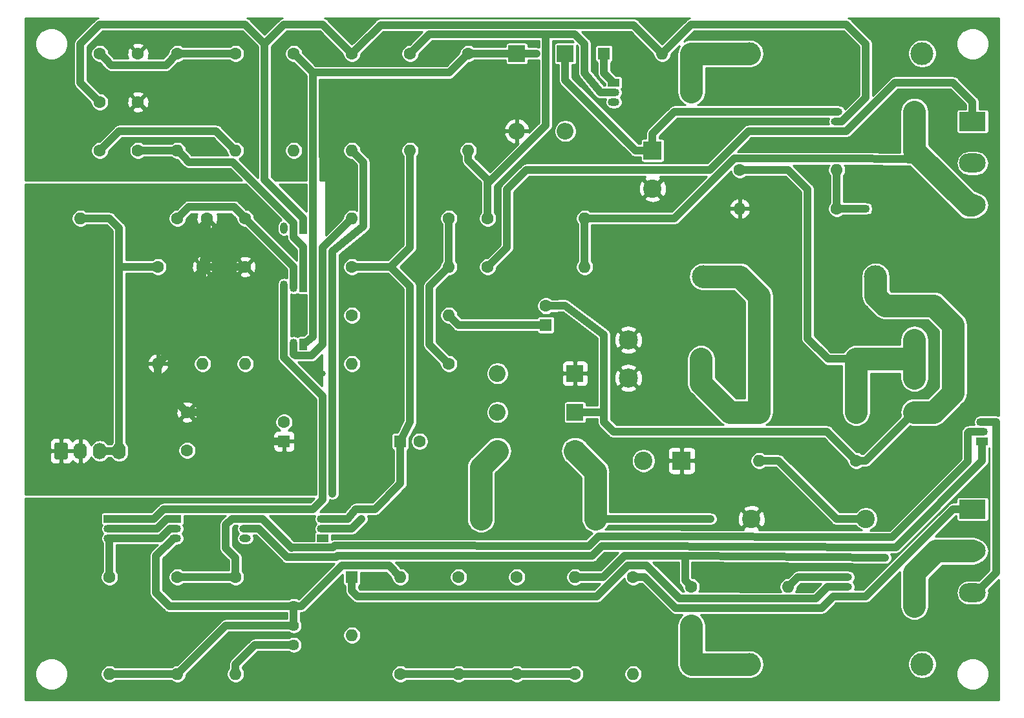
<source format=gbr>
G04 #@! TF.GenerationSoftware,KiCad,Pcbnew,5.1.5-1.fc31*
G04 #@! TF.CreationDate,2020-04-14T16:18:05+01:00*
G04 #@! TF.ProjectId,AR_A60_PA_25502_Issue8_v8.0,41525f41-3630-45f5-9041-5f3235353032,rev?*
G04 #@! TF.SameCoordinates,Original*
G04 #@! TF.FileFunction,Copper,L1,Top*
G04 #@! TF.FilePolarity,Positive*
%FSLAX46Y46*%
G04 Gerber Fmt 4.6, Leading zero omitted, Abs format (unit mm)*
G04 Created by KiCad (PCBNEW 5.1.5-1.fc31) date 2020-04-14 16:18:05*
%MOMM*%
%LPD*%
G04 APERTURE LIST*
%ADD10C,3.000000*%
%ADD11R,1.500000X1.000000*%
%ADD12O,1.500000X1.000000*%
%ADD13O,1.500000X1.050000*%
%ADD14R,1.500000X1.050000*%
%ADD15O,1.000000X1.500000*%
%ADD16R,1.000000X1.500000*%
%ADD17C,1.600000*%
%ADD18R,1.600000X1.600000*%
%ADD19C,2.400000*%
%ADD20R,2.400000X2.400000*%
%ADD21O,1.600000X1.600000*%
%ADD22R,2.200000X2.200000*%
%ADD23O,2.200000X2.200000*%
%ADD24R,0.850000X0.850000*%
%ADD25C,2.200000*%
%ADD26O,3.500000X2.500000*%
%ADD27R,3.500000X2.500000*%
%ADD28R,1.050000X1.500000*%
%ADD29O,1.050000X1.500000*%
%ADD30O,2.400000X2.400000*%
%ADD31C,1.440000*%
%ADD32C,2.500000*%
%ADD33C,0.100000*%
%ADD34O,1.740000X2.200000*%
%ADD35C,0.800000*%
%ADD36C,1.000000*%
%ADD37C,3.000000*%
%ADD38C,0.254000*%
G04 APERTURE END LIST*
D10*
X178060000Y-85090000D03*
X200660000Y-85090000D03*
D11*
X196850000Y-127000000D03*
D12*
X196850000Y-124460000D03*
X196850000Y-125730000D03*
D11*
X195580000Y-66040000D03*
D12*
X195580000Y-63500000D03*
X195580000Y-64770000D03*
D13*
X166370000Y-60960000D03*
X166370000Y-62230000D03*
D14*
X166370000Y-59690000D03*
D15*
X124460000Y-78740000D03*
X123190000Y-78740000D03*
D16*
X125730000Y-78740000D03*
D11*
X118110000Y-116840000D03*
D12*
X118110000Y-119380000D03*
X118110000Y-118110000D03*
D17*
X113110000Y-77470000D03*
X118110000Y-77470000D03*
X123190000Y-104180000D03*
D18*
X123190000Y-106680000D03*
D17*
X99060000Y-62230000D03*
X104060000Y-62230000D03*
D18*
X157480000Y-91440000D03*
D17*
X157480000Y-88940000D03*
D18*
X138430000Y-106680000D03*
D17*
X140930000Y-106680000D03*
D19*
X163982400Y-116840000D03*
X148982400Y-116840000D03*
X184390000Y-116840000D03*
X199390000Y-116840000D03*
X171450000Y-73580000D03*
D20*
X171450000Y-68580000D03*
X175260000Y-109220000D03*
D19*
X170260000Y-109220000D03*
D17*
X104060000Y-68580000D03*
X99060000Y-68580000D03*
X99060000Y-55880000D03*
X104060000Y-55880000D03*
D21*
X172720000Y-55880000D03*
D18*
X165100000Y-55880000D03*
X132080000Y-124460000D03*
D21*
X132080000Y-132080000D03*
D22*
X161290000Y-107950000D03*
D23*
X151130000Y-107950000D03*
D22*
X160020000Y-55880000D03*
D23*
X160020000Y-66040000D03*
X151130000Y-102870000D03*
D22*
X161290000Y-102870000D03*
D23*
X153670000Y-66040000D03*
D22*
X153670000Y-55880000D03*
X161290000Y-97790000D03*
D23*
X151130000Y-97790000D03*
D24*
X199390000Y-76200000D03*
D25*
X177800000Y-95885000D03*
D23*
X198120000Y-95885000D03*
D26*
X213360000Y-126520000D03*
X213360000Y-121045000D03*
D27*
X213360000Y-115570000D03*
D28*
X125730000Y-86360000D03*
D29*
X123190000Y-86360000D03*
X124460000Y-86360000D03*
D28*
X125730000Y-93980000D03*
D29*
X123190000Y-93980000D03*
X124460000Y-93980000D03*
D13*
X100330000Y-118110000D03*
X100330000Y-119380000D03*
D14*
X100330000Y-116840000D03*
X108966000Y-116840000D03*
D13*
X108966000Y-119380000D03*
X108966000Y-118110000D03*
X214630000Y-105410000D03*
X214630000Y-104140000D03*
D14*
X214630000Y-106680000D03*
D13*
X128270000Y-118110000D03*
X128270000Y-116840000D03*
D14*
X128270000Y-119380000D03*
D27*
X213360000Y-64770000D03*
D26*
X213360000Y-70245000D03*
X213360000Y-75720000D03*
D21*
X132080000Y-77470000D03*
D17*
X144780000Y-77470000D03*
D21*
X96520000Y-77470000D03*
D17*
X109220000Y-77470000D03*
X106680000Y-83820000D03*
D21*
X106680000Y-96520000D03*
D17*
X100330000Y-124460000D03*
D21*
X100330000Y-137160000D03*
D17*
X109220000Y-55880000D03*
D21*
X109220000Y-68580000D03*
X112522000Y-96520000D03*
D17*
X112522000Y-83820000D03*
X118110000Y-83820000D03*
D21*
X118110000Y-96520000D03*
X132080000Y-96520000D03*
D17*
X144780000Y-96520000D03*
X132080000Y-83820000D03*
D21*
X144780000Y-83820000D03*
X109220000Y-137160000D03*
D17*
X109220000Y-124460000D03*
X116840000Y-124460000D03*
D21*
X116840000Y-137160000D03*
X132080000Y-68580000D03*
D17*
X132080000Y-55880000D03*
D21*
X124460000Y-68580000D03*
D17*
X124460000Y-55880000D03*
X153670000Y-124460000D03*
D21*
X153670000Y-137160000D03*
D17*
X161290000Y-137160000D03*
D21*
X161290000Y-124460000D03*
X146050000Y-137160000D03*
D17*
X146050000Y-124460000D03*
X139700000Y-55880000D03*
D21*
X139700000Y-68580000D03*
X144780000Y-90170000D03*
D17*
X132080000Y-90170000D03*
X149860000Y-77470000D03*
D21*
X162560000Y-77470000D03*
D17*
X168910000Y-124460000D03*
D21*
X168910000Y-137160000D03*
X189230000Y-125730000D03*
D17*
X176530000Y-125730000D03*
D30*
X205740000Y-88900000D03*
D19*
X205740000Y-63500000D03*
D17*
X149860000Y-83820000D03*
D21*
X162560000Y-83820000D03*
X185420000Y-109220000D03*
D17*
X198120000Y-109220000D03*
D21*
X198120000Y-102870000D03*
D17*
X185420000Y-102870000D03*
D21*
X195580000Y-71120000D03*
D17*
X182880000Y-71120000D03*
X195580000Y-76200000D03*
D21*
X182880000Y-76200000D03*
D17*
X116840000Y-55880000D03*
D21*
X116840000Y-68580000D03*
D31*
X124460000Y-133350000D03*
X124460000Y-130810000D03*
X124460000Y-128270000D03*
D17*
X110490000Y-102870000D03*
X110490000Y-107870000D03*
X147320000Y-55880000D03*
D21*
X147320000Y-68580000D03*
D17*
X138430000Y-137160000D03*
D21*
X138430000Y-124460000D03*
D19*
X205740000Y-102870000D03*
D30*
X205740000Y-128270000D03*
D32*
X205740000Y-98385000D03*
X205740000Y-93385000D03*
X176530000Y-135850000D03*
X176530000Y-130850000D03*
X176530000Y-55920000D03*
X176530000Y-60920000D03*
X168275000Y-98385000D03*
X168275000Y-93385000D03*
D10*
X184150000Y-55880000D03*
X206750000Y-55880000D03*
X206750000Y-135890000D03*
X184150000Y-135890000D03*
G04 #@! TA.AperFunction,ComponentPad*
D33*
G36*
X94624505Y-106851204D02*
G01*
X94648773Y-106854804D01*
X94672572Y-106860765D01*
X94695671Y-106869030D01*
X94717850Y-106879520D01*
X94738893Y-106892132D01*
X94758599Y-106906747D01*
X94776777Y-106923223D01*
X94793253Y-106941401D01*
X94807868Y-106961107D01*
X94820480Y-106982150D01*
X94830970Y-107004329D01*
X94839235Y-107027428D01*
X94845196Y-107051227D01*
X94848796Y-107075495D01*
X94850000Y-107099999D01*
X94850000Y-108800001D01*
X94848796Y-108824505D01*
X94845196Y-108848773D01*
X94839235Y-108872572D01*
X94830970Y-108895671D01*
X94820480Y-108917850D01*
X94807868Y-108938893D01*
X94793253Y-108958599D01*
X94776777Y-108976777D01*
X94758599Y-108993253D01*
X94738893Y-109007868D01*
X94717850Y-109020480D01*
X94695671Y-109030970D01*
X94672572Y-109039235D01*
X94648773Y-109045196D01*
X94624505Y-109048796D01*
X94600001Y-109050000D01*
X93359999Y-109050000D01*
X93335495Y-109048796D01*
X93311227Y-109045196D01*
X93287428Y-109039235D01*
X93264329Y-109030970D01*
X93242150Y-109020480D01*
X93221107Y-109007868D01*
X93201401Y-108993253D01*
X93183223Y-108976777D01*
X93166747Y-108958599D01*
X93152132Y-108938893D01*
X93139520Y-108917850D01*
X93129030Y-108895671D01*
X93120765Y-108872572D01*
X93114804Y-108848773D01*
X93111204Y-108824505D01*
X93110000Y-108800001D01*
X93110000Y-107099999D01*
X93111204Y-107075495D01*
X93114804Y-107051227D01*
X93120765Y-107027428D01*
X93129030Y-107004329D01*
X93139520Y-106982150D01*
X93152132Y-106961107D01*
X93166747Y-106941401D01*
X93183223Y-106923223D01*
X93201401Y-106906747D01*
X93221107Y-106892132D01*
X93242150Y-106879520D01*
X93264329Y-106869030D01*
X93287428Y-106860765D01*
X93311227Y-106854804D01*
X93335495Y-106851204D01*
X93359999Y-106850000D01*
X94600001Y-106850000D01*
X94624505Y-106851204D01*
G37*
G04 #@! TD.AperFunction*
D34*
X96520000Y-107950000D03*
X99060000Y-107950000D03*
X101600000Y-107950000D03*
D35*
X179070000Y-116840000D03*
X201930000Y-121920000D03*
X129540000Y-113538000D03*
X133350000Y-116840000D03*
X128270000Y-97790000D03*
X90170000Y-75692000D03*
X90170000Y-80732000D03*
X90170000Y-85772000D03*
X90170000Y-90812000D03*
X90170000Y-95852000D03*
X90170000Y-100892000D03*
X90170000Y-105932000D03*
X90170000Y-110972000D03*
X93980000Y-111760000D03*
X99060000Y-111760000D03*
X104140000Y-111760000D03*
X109220000Y-111760000D03*
X114300000Y-111760000D03*
X119380000Y-111760000D03*
X124460000Y-111760000D03*
X93980000Y-74930000D03*
X99060000Y-74930000D03*
X104140000Y-74930000D03*
X109220000Y-74930000D03*
X119380000Y-76200000D03*
X120650000Y-83820000D03*
X120650000Y-93980000D03*
X121920000Y-99060000D03*
X124460000Y-100330000D03*
X124714000Y-90932000D03*
X125476000Y-74930000D03*
X90170000Y-70840600D03*
X90170000Y-67030600D03*
X90170000Y-63220600D03*
X90170000Y-59410600D03*
X215900000Y-79730600D03*
X215900000Y-82550000D03*
X215900000Y-86080600D03*
X215900000Y-89890600D03*
X215900000Y-93700600D03*
X215900000Y-97510600D03*
X215900000Y-101320600D03*
X97790000Y-139700000D03*
X142240000Y-109220000D03*
X90170000Y-115570000D03*
X133350000Y-109220000D03*
X121920000Y-123190000D03*
X142240000Y-124460000D03*
X191770000Y-123190000D03*
X124460000Y-62230000D03*
X191770000Y-55880000D03*
X179070000Y-66040000D03*
X160020000Y-68580000D03*
X171450000Y-60960000D03*
X135890000Y-54610000D03*
X143510000Y-55880000D03*
X172720000Y-52070000D03*
X132080000Y-52070000D03*
X120650000Y-52070000D03*
X113030000Y-67310000D03*
X214630000Y-111760000D03*
X214630000Y-118110000D03*
X142240000Y-82550000D03*
X102830000Y-139700000D03*
X107870000Y-139700000D03*
X112910000Y-139700000D03*
X117950000Y-139700000D03*
X122990000Y-139700000D03*
X128030000Y-139700000D03*
X133070000Y-139700000D03*
X138110000Y-139700000D03*
X143150000Y-139700000D03*
X148190000Y-139700000D03*
X153230000Y-139700000D03*
X158270000Y-139700000D03*
X163310000Y-139700000D03*
X168350000Y-139700000D03*
X173390000Y-139700000D03*
X178430000Y-139700000D03*
X183470000Y-139700000D03*
X188510000Y-139700000D03*
X193550000Y-139700000D03*
X198590000Y-139700000D03*
X203630000Y-139700000D03*
X208670000Y-139700000D03*
X90170000Y-120610000D03*
X90170000Y-125650000D03*
X90170000Y-130690000D03*
X203200000Y-52070000D03*
X191770000Y-125984000D03*
X173482000Y-123444000D03*
X125984000Y-118872000D03*
X111252000Y-117094000D03*
X122682000Y-116840000D03*
X156210000Y-55880000D03*
D36*
X117310001Y-76670001D02*
X118110000Y-77470000D01*
X110720001Y-75969999D02*
X116609999Y-75969999D01*
X109220000Y-77470000D02*
X110720001Y-75969999D01*
X124460000Y-83820000D02*
X124460000Y-86360000D01*
X118110000Y-77470000D02*
X124460000Y-83820000D01*
X116609999Y-75969999D02*
X117310001Y-76670001D01*
X132879999Y-55080001D02*
X132080000Y-55880000D01*
X168979991Y-52139991D02*
X135820009Y-52139991D01*
X172720000Y-55880000D02*
X168979991Y-52139991D01*
X172720000Y-55880000D02*
X176530000Y-52070000D01*
X176530000Y-52070000D02*
X196850000Y-52070000D01*
X196850000Y-52070000D02*
X199390000Y-54610000D01*
X199390000Y-61637070D02*
X196257070Y-64770000D01*
X196257070Y-64770000D02*
X195580000Y-64770000D01*
X199390000Y-54610000D02*
X199390000Y-61637070D01*
X120650000Y-54610000D02*
X123190000Y-52070000D01*
X128270000Y-52070000D02*
X132080000Y-55880000D01*
X123190000Y-52070000D02*
X128270000Y-52070000D01*
X96520000Y-54610000D02*
X96520000Y-59690000D01*
X96520000Y-59690000D02*
X99060000Y-62230000D01*
X99060000Y-52070000D02*
X96520000Y-54610000D01*
X120650000Y-54610000D02*
X118110000Y-52070000D01*
X118110000Y-52070000D02*
X99060000Y-52070000D01*
X135820009Y-52139991D02*
X132879999Y-55080001D01*
X120650000Y-72390000D02*
X120650000Y-54610000D01*
X125730000Y-78740000D02*
X125730000Y-77470000D01*
X125730000Y-77470000D02*
X120650000Y-72390000D01*
X146050000Y-91440000D02*
X144780000Y-90170000D01*
X157480000Y-91440000D02*
X146050000Y-91440000D01*
X139700000Y-68580000D02*
X139700000Y-81280000D01*
X137160000Y-83820000D02*
X132080000Y-83820000D01*
X139700000Y-81280000D02*
X137160000Y-83820000D01*
X137160000Y-83820000D02*
X139700000Y-86360000D01*
D37*
X205740000Y-88900000D02*
X208280000Y-88900000D01*
X208280000Y-88900000D02*
X210820000Y-91440000D01*
X210820000Y-91440000D02*
X210820000Y-100330000D01*
X208280000Y-102870000D02*
X205740000Y-102870000D01*
X210820000Y-100330000D02*
X208280000Y-102870000D01*
X200660000Y-85090000D02*
X200660000Y-87630000D01*
X201930000Y-88900000D02*
X205740000Y-88900000D01*
X200660000Y-87630000D02*
X201930000Y-88900000D01*
D36*
X199390000Y-109220000D02*
X198120000Y-109220000D01*
X205740000Y-102870000D02*
X199390000Y-109220000D01*
X165100000Y-92710000D02*
X165100000Y-102870000D01*
X160020000Y-88900000D02*
X165100000Y-92710000D01*
X157480000Y-88940000D02*
X159930685Y-88900000D01*
X159930685Y-88900000D02*
X160020000Y-88900000D01*
X139700000Y-104140000D02*
X138430000Y-106680000D01*
X139700000Y-86360000D02*
X139700000Y-104140000D01*
X165100000Y-102870000D02*
X161290000Y-102870000D01*
X194310000Y-105410000D02*
X198120000Y-109220000D01*
X166370000Y-105410000D02*
X194310000Y-105410000D01*
X165100000Y-102870000D02*
X165100000Y-104140000D01*
X165100000Y-104140000D02*
X166370000Y-105410000D01*
X138430000Y-108480000D02*
X138430000Y-106680000D01*
X138430000Y-112240000D02*
X138430000Y-108480000D01*
X128270000Y-116840000D02*
X131572000Y-116840000D01*
X131572000Y-116840000D02*
X132588000Y-115570000D01*
X132588000Y-115570000D02*
X135100000Y-115570000D01*
X135100000Y-115570000D02*
X138430000Y-112240000D01*
X196850000Y-124460000D02*
X190500000Y-124460000D01*
X190500000Y-124460000D02*
X189230000Y-125730000D01*
D37*
X163982400Y-110642400D02*
X161290000Y-107950000D01*
X163982400Y-116840000D02*
X163982400Y-110642400D01*
D36*
X163982400Y-116840000D02*
X179070000Y-116840000D01*
D37*
X208610000Y-121045000D02*
X213360000Y-121045000D01*
X205740000Y-128270000D02*
X205740000Y-123915000D01*
D36*
X205740000Y-123915000D02*
X205264989Y-124390011D01*
D37*
X205740000Y-123915000D02*
X208610000Y-121045000D01*
X148982400Y-110097600D02*
X151130000Y-107950000D01*
X148982400Y-116840000D02*
X148982400Y-110097600D01*
D36*
X161290000Y-124460000D02*
X161290000Y-124206000D01*
X164992927Y-124460000D02*
X167812327Y-121640600D01*
X161290000Y-124460000D02*
X164992927Y-124460000D01*
X175895000Y-121640600D02*
X201930000Y-121920000D01*
X175730001Y-121957999D02*
X176022000Y-121666000D01*
X175730001Y-124930001D02*
X175730001Y-121957999D01*
X176530000Y-125730000D02*
X175730001Y-124930001D01*
X167812327Y-121640600D02*
X176022000Y-121666000D01*
X176022000Y-121666000D02*
X175895000Y-121640600D01*
X185420000Y-109220000D02*
X187960000Y-109220000D01*
X195580000Y-116840000D02*
X199390000Y-116840000D01*
X187960000Y-109220000D02*
X195580000Y-116840000D01*
X124460000Y-79980002D02*
X124460000Y-78740000D01*
X125730000Y-81250002D02*
X124460000Y-79980002D01*
X125730000Y-86360000D02*
X125730000Y-81250002D01*
X124460000Y-78062930D02*
X116477071Y-70080001D01*
X110019999Y-69379999D02*
X109220000Y-68580000D01*
X116477071Y-70080001D02*
X110720001Y-70080001D01*
X124460000Y-78740000D02*
X124460000Y-78062930D01*
X104060000Y-68580000D02*
X109220000Y-68580000D01*
X110720001Y-70080001D02*
X110019999Y-69379999D01*
X99060000Y-68580000D02*
X101600000Y-66040000D01*
X101600000Y-66040000D02*
X114300000Y-66040000D01*
X114300000Y-66040000D02*
X116840000Y-68580000D01*
X165100000Y-58420000D02*
X166370000Y-59690000D01*
X165100000Y-55880000D02*
X165100000Y-58420000D01*
X132080000Y-126260000D02*
X132080000Y-124460000D01*
X132820000Y-127000000D02*
X132080000Y-126260000D01*
X168189998Y-122959999D02*
X164149997Y-127000000D01*
X196850000Y-125730000D02*
X194360800Y-125730000D01*
X192811400Y-127279400D02*
X175006000Y-127254000D01*
X164149997Y-127000000D02*
X132820000Y-127000000D01*
X194360800Y-125730000D02*
X192811400Y-127279400D01*
X175006000Y-127254000D02*
X170688000Y-122936000D01*
X170688000Y-122936000D02*
X168189998Y-122959999D01*
X129540000Y-113538000D02*
X129540000Y-81788000D01*
X133580001Y-70080001D02*
X132080000Y-68580000D01*
X129540000Y-81788000D02*
X133604000Y-78486000D01*
X133604000Y-78486000D02*
X133580001Y-70080001D01*
X195580000Y-71120000D02*
X195580000Y-76200000D01*
X199390000Y-76200000D02*
X195580000Y-76200000D01*
X123190000Y-86360000D02*
X123190000Y-93980000D01*
X128270000Y-100810000D02*
X123190000Y-95730000D01*
X128270000Y-114300000D02*
X128270000Y-100810000D01*
X123190000Y-95730000D02*
X123190000Y-93980000D01*
X106154435Y-116840000D02*
X107424435Y-115570000D01*
X100330000Y-116840000D02*
X106154435Y-116840000D01*
X127000000Y-115570000D02*
X128270000Y-114300000D01*
X107424435Y-115570000D02*
X127000000Y-115570000D01*
X131280001Y-78269999D02*
X132080000Y-77470000D01*
X124460000Y-93980000D02*
X124460000Y-95245002D01*
X124460000Y-95245002D02*
X124644999Y-95430001D01*
X124644999Y-95430001D02*
X126815001Y-95430001D01*
X126815001Y-95430001D02*
X128270000Y-93980000D01*
X128270000Y-93980000D02*
X128270000Y-81280000D01*
X128270000Y-81280000D02*
X131280001Y-78269999D01*
X107851505Y-116840000D02*
X108966000Y-116840000D01*
X100330000Y-118110000D02*
X106581505Y-118110000D01*
X106581505Y-118110000D02*
X107851505Y-116840000D01*
X100330000Y-119380000D02*
X100330000Y-124460000D01*
X107008575Y-119380000D02*
X108278575Y-118110000D01*
X108278575Y-118110000D02*
X108966000Y-118110000D01*
X100330000Y-119380000D02*
X107008575Y-119380000D01*
X109220000Y-124460000D02*
X116840000Y-124460000D01*
X116840000Y-121920000D02*
X115570000Y-120650000D01*
X116840000Y-124460000D02*
X116840000Y-121920000D01*
X115570000Y-120650000D02*
X115570000Y-117630000D01*
X115570000Y-117630000D02*
X116360000Y-116840000D01*
X116360000Y-116840000D02*
X118110000Y-116840000D01*
X133146800Y-120319800D02*
X133678920Y-120321080D01*
X212725000Y-109321600D02*
X212725000Y-105565000D01*
X202793600Y-119227600D02*
X202819000Y-119227600D01*
X166928259Y-119126712D02*
X202793600Y-119227600D01*
X212725000Y-105565000D02*
X212880000Y-105410000D01*
X163095436Y-120391793D02*
X164360517Y-119126712D01*
X133678920Y-120321080D02*
X163095436Y-120391793D01*
X212880000Y-105410000D02*
X214630000Y-105410000D01*
X202819000Y-119227600D02*
X212725000Y-109321600D01*
X164360517Y-119126712D02*
X166928259Y-119126712D01*
X129863922Y-120321080D02*
X133678920Y-120321080D01*
X118110000Y-116840000D02*
X120396000Y-116840000D01*
X124250999Y-120605001D02*
X129580001Y-120605001D01*
X124206000Y-120650000D02*
X124250999Y-120605001D01*
X120396000Y-116840000D02*
X124206000Y-120650000D01*
X129580001Y-120605001D02*
X129863922Y-120321080D01*
X214630000Y-109220000D02*
X203290023Y-120559977D01*
X167195877Y-120396000D02*
X164788300Y-120396000D01*
X130032062Y-121850011D02*
X123600011Y-121850011D01*
X214630000Y-106680000D02*
X214630000Y-109220000D01*
X163518300Y-121666000D02*
X130216073Y-121666000D01*
X130216073Y-121666000D02*
X130032062Y-121850011D01*
X203290023Y-120559977D02*
X167195877Y-120396000D01*
X123600011Y-121850011D02*
X119860000Y-118110000D01*
X164788300Y-120396000D02*
X163518300Y-121666000D01*
X119860000Y-118110000D02*
X118110000Y-118110000D01*
X164620000Y-60960000D02*
X162560000Y-58420000D01*
X166370000Y-60960000D02*
X164620000Y-60960000D01*
X162560000Y-58420000D02*
X162560000Y-54610000D01*
X142240000Y-53340000D02*
X139700000Y-55880000D01*
X162560000Y-54610000D02*
X161290000Y-53340000D01*
X161290000Y-53340000D02*
X157480000Y-53340000D01*
X157480000Y-53340000D02*
X142240000Y-53340000D01*
X157480000Y-55880000D02*
X157480000Y-53340000D01*
X147320000Y-69850000D02*
X149860000Y-72390000D01*
X149860000Y-72390000D02*
X149860000Y-72920001D01*
X147320000Y-68580000D02*
X147320000Y-69850000D01*
X149860000Y-72920001D02*
X157480000Y-65300001D01*
X149860000Y-77470000D02*
X149860000Y-72920001D01*
X157480000Y-65300001D02*
X157480000Y-55880000D01*
X161290000Y-137160000D02*
X153670000Y-137160000D01*
X153670000Y-137160000D02*
X146050000Y-137160000D01*
X146050000Y-137160000D02*
X138430000Y-137160000D01*
X128270000Y-118110000D02*
X132080000Y-118110000D01*
X132080000Y-118110000D02*
X133350000Y-116840000D01*
X178962928Y-71120000D02*
X184042928Y-66040000D01*
X152400000Y-81280000D02*
X152400000Y-73660000D01*
X213860000Y-64770000D02*
X213360000Y-64770000D01*
X154940000Y-71120000D02*
X178962928Y-71120000D01*
X184042928Y-66040000D02*
X193830000Y-66040000D01*
X152400000Y-73660000D02*
X154940000Y-71120000D01*
X149860000Y-83820000D02*
X152400000Y-81280000D01*
X196850000Y-66040000D02*
X195580000Y-66040000D01*
X203200000Y-59690000D02*
X196850000Y-66040000D01*
X210820000Y-59690000D02*
X203200000Y-59690000D01*
X213360000Y-64770000D02*
X213360000Y-62230000D01*
X213360000Y-62230000D02*
X210820000Y-59690000D01*
X193830000Y-66040000D02*
X195580000Y-66040000D01*
X162560000Y-83820000D02*
X162560000Y-77470000D01*
D37*
X205740000Y-65197056D02*
X205740000Y-63500000D01*
X213360000Y-75720000D02*
X212860000Y-75720000D01*
X212860000Y-75720000D02*
X205740000Y-68600000D01*
D36*
X205740000Y-68600000D02*
X213360000Y-75720000D01*
X198143999Y-69619999D02*
X207042740Y-69817260D01*
X162560000Y-77470000D02*
X174309998Y-77470000D01*
X182159999Y-69619999D02*
X198143999Y-69619999D01*
X174309998Y-77470000D02*
X182159999Y-69619999D01*
D37*
X205740000Y-68600000D02*
X205740000Y-65197056D01*
D36*
X144780000Y-77470000D02*
X144780000Y-83820000D01*
X144780000Y-83820000D02*
X142240000Y-86360000D01*
X142240000Y-86360000D02*
X142240000Y-93980000D01*
X142240000Y-93980000D02*
X144780000Y-96520000D01*
X119380000Y-133350000D02*
X124460000Y-133350000D01*
X116840000Y-137160000D02*
X116840000Y-135890000D01*
X116840000Y-135890000D02*
X119380000Y-133350000D01*
X199390000Y-127000000D02*
X196850000Y-127000000D01*
X213360000Y-115570000D02*
X210820000Y-115570000D01*
X210820000Y-115570000D02*
X199390000Y-127000000D01*
X195100000Y-127000000D02*
X196850000Y-127000000D01*
X193600000Y-128500000D02*
X195100000Y-127000000D01*
X170434000Y-124460000D02*
X174498000Y-128524000D01*
X174498000Y-128524000D02*
X193600000Y-128500000D01*
X170434000Y-124460000D02*
X168910000Y-124460000D01*
X112522000Y-90678000D02*
X106680000Y-96520000D01*
X112522000Y-83820000D02*
X112522000Y-90678000D01*
X118110000Y-83820000D02*
X112522000Y-83820000D01*
X113030000Y-81280000D02*
X112522000Y-83820000D01*
X113110000Y-77470000D02*
X113030000Y-81280000D01*
X106680000Y-99060000D02*
X110490000Y-102870000D01*
X106680000Y-96520000D02*
X106680000Y-99060000D01*
X110490000Y-102870000D02*
X116840000Y-102870000D01*
X120650000Y-106680000D02*
X123190000Y-106680000D01*
X116840000Y-102870000D02*
X120650000Y-106680000D01*
X125259999Y-56679999D02*
X124460000Y-55880000D01*
X100560001Y-57380001D02*
X99859999Y-56679999D01*
X107719999Y-57380001D02*
X100560001Y-57380001D01*
X109220000Y-55880000D02*
X107719999Y-57380001D01*
X116840000Y-55880000D02*
X109220000Y-55880000D01*
X144824999Y-58375001D02*
X147320000Y-55880000D01*
X126955001Y-58375001D02*
X144824999Y-58375001D01*
X147320000Y-55880000D02*
X153670000Y-55880000D01*
X153670000Y-55880000D02*
X156279990Y-55880000D01*
X174330000Y-63500000D02*
X171450000Y-66380000D01*
X171450000Y-66380000D02*
X171450000Y-68580000D01*
X195580000Y-63500000D02*
X174330000Y-63500000D01*
X169250000Y-68580000D02*
X171450000Y-68580000D01*
X160020000Y-59350000D02*
X169250000Y-68580000D01*
X160020000Y-55880000D02*
X160020000Y-59350000D01*
X156279990Y-55880000D02*
X156210000Y-55880000D01*
X99859999Y-56679999D02*
X99060000Y-55880000D01*
X126955001Y-58375001D02*
X125259999Y-56679999D01*
X127000000Y-91186000D02*
X126955001Y-58375001D01*
X125730000Y-93980000D02*
X127000000Y-92964000D01*
X127000000Y-92964000D02*
X127000000Y-91186000D01*
X100330000Y-137160000D02*
X109220000Y-137160000D01*
X115570000Y-130810000D02*
X124460000Y-130810000D01*
X109220000Y-137160000D02*
X115570000Y-130810000D01*
X124460000Y-130810000D02*
X124460000Y-128270000D01*
X213360000Y-126520000D02*
X213840000Y-126520000D01*
X216444990Y-123915010D02*
X216444990Y-104140000D01*
X213840000Y-126520000D02*
X216444990Y-123915010D01*
X216444990Y-104140000D02*
X214630000Y-104140000D01*
X108741000Y-119380000D02*
X106426000Y-121695000D01*
X113030000Y-128270000D02*
X124460000Y-128270000D01*
X108966000Y-119380000D02*
X108741000Y-119380000D01*
X106426000Y-121695000D02*
X106426000Y-126492000D01*
X106426000Y-126492000D02*
X108204000Y-128270000D01*
X108204000Y-128270000D02*
X113030000Y-128270000D01*
X138430000Y-124460000D02*
X136929999Y-122959999D01*
X125478233Y-128270000D02*
X124460000Y-128270000D01*
X136929999Y-122959999D02*
X130788234Y-122959999D01*
X130788234Y-122959999D02*
X125478233Y-128270000D01*
D37*
X185420000Y-102870000D02*
X185420000Y-87630000D01*
X185420000Y-102870000D02*
X181610000Y-102870000D01*
X177800000Y-99060000D02*
X177800000Y-95885000D01*
X181610000Y-102870000D02*
X177800000Y-99060000D01*
X185420000Y-87630000D02*
X182880000Y-85090000D01*
X182880000Y-85090000D02*
X178060000Y-85090000D01*
X205740000Y-93385000D02*
X205740000Y-98385000D01*
D36*
X189230000Y-71120000D02*
X182880000Y-71120000D01*
X191770000Y-73660000D02*
X189230000Y-71120000D01*
X191770000Y-93206370D02*
X191770000Y-73660000D01*
X198120000Y-95885000D02*
X194448630Y-95885000D01*
X194448630Y-95885000D02*
X191770000Y-93206370D01*
D37*
X198120000Y-95885000D02*
X205740000Y-95885000D01*
X205740000Y-95885000D02*
X205740000Y-98385000D01*
X198120000Y-101600000D02*
X198120000Y-95885000D01*
X198120000Y-102870000D02*
X198120000Y-101600000D01*
X176530000Y-60920000D02*
X176530000Y-55920000D01*
X176570000Y-55880000D02*
X176530000Y-55920000D01*
X184150000Y-55880000D02*
X176570000Y-55880000D01*
X176570000Y-135890000D02*
X176530000Y-135850000D01*
X184150000Y-135890000D02*
X176570000Y-135890000D01*
X176530000Y-135850000D02*
X176530000Y-130850000D01*
D36*
X99060000Y-107950000D02*
X101600000Y-107950000D01*
X100330000Y-77470000D02*
X96520000Y-77470000D01*
X101600000Y-78740000D02*
X100330000Y-77470000D01*
X106680000Y-83820000D02*
X101600000Y-83820000D01*
X101600000Y-107950000D02*
X101600000Y-83820000D01*
X101600000Y-83820000D02*
X101600000Y-78740000D01*
D38*
G36*
X122833010Y-77681861D02*
G01*
X122698175Y-77753932D01*
X122564025Y-77864025D01*
X122453932Y-77998176D01*
X122372125Y-78151226D01*
X122321748Y-78317295D01*
X122309000Y-78446728D01*
X122309000Y-79033273D01*
X122321748Y-79162706D01*
X122372125Y-79328775D01*
X122453933Y-79481825D01*
X122564026Y-79615975D01*
X122698176Y-79726068D01*
X122851226Y-79807875D01*
X123017295Y-79858252D01*
X123190000Y-79875262D01*
X123362706Y-79858252D01*
X123528775Y-79807875D01*
X123579000Y-79781029D01*
X123579000Y-79936731D01*
X123574738Y-79980002D01*
X123579000Y-80023272D01*
X123579000Y-80023274D01*
X123591748Y-80152707D01*
X123642125Y-80318776D01*
X123723932Y-80471827D01*
X123761021Y-80517019D01*
X123834025Y-80605977D01*
X123867644Y-80633568D01*
X124849001Y-81614925D01*
X124849001Y-82963079D01*
X119291000Y-77405079D01*
X119291000Y-77353682D01*
X119245614Y-77125515D01*
X119156588Y-76910587D01*
X119027342Y-76717157D01*
X118862843Y-76552658D01*
X118669413Y-76423412D01*
X118454485Y-76334386D01*
X118226318Y-76289000D01*
X118174921Y-76289000D01*
X117963564Y-76077643D01*
X117963560Y-76077638D01*
X117263564Y-75377643D01*
X117235974Y-75344024D01*
X117101824Y-75233931D01*
X116948774Y-75152124D01*
X116782705Y-75101747D01*
X116653272Y-75088999D01*
X116653269Y-75088999D01*
X116609999Y-75084737D01*
X116566729Y-75088999D01*
X110763271Y-75088999D01*
X110720001Y-75084737D01*
X110676731Y-75088999D01*
X110676728Y-75088999D01*
X110547295Y-75101747D01*
X110381226Y-75152124D01*
X110228175Y-75233931D01*
X110160023Y-75289862D01*
X110094026Y-75344024D01*
X110066440Y-75377638D01*
X109155079Y-76289000D01*
X109103682Y-76289000D01*
X108875515Y-76334386D01*
X108660587Y-76423412D01*
X108467157Y-76552658D01*
X108302658Y-76717157D01*
X108173412Y-76910587D01*
X108084386Y-77125515D01*
X108039000Y-77353682D01*
X108039000Y-77586318D01*
X108084386Y-77814485D01*
X108173412Y-78029413D01*
X108302658Y-78222843D01*
X108467157Y-78387342D01*
X108660587Y-78516588D01*
X108875515Y-78605614D01*
X109103682Y-78651000D01*
X109336318Y-78651000D01*
X109564485Y-78605614D01*
X109779413Y-78516588D01*
X109860058Y-78462702D01*
X112296903Y-78462702D01*
X112368486Y-78706671D01*
X112623996Y-78827571D01*
X112898184Y-78896300D01*
X113180512Y-78910217D01*
X113460130Y-78868787D01*
X113726292Y-78773603D01*
X113851514Y-78706671D01*
X113923097Y-78462702D01*
X113110000Y-77649605D01*
X112296903Y-78462702D01*
X109860058Y-78462702D01*
X109972843Y-78387342D01*
X110137342Y-78222843D01*
X110266588Y-78029413D01*
X110355614Y-77814485D01*
X110401000Y-77586318D01*
X110401000Y-77534921D01*
X111084923Y-76850999D01*
X111815359Y-76850999D01*
X111752429Y-76983996D01*
X111683700Y-77258184D01*
X111669783Y-77540512D01*
X111711213Y-77820130D01*
X111806397Y-78086292D01*
X111873329Y-78211514D01*
X112117298Y-78283097D01*
X112930395Y-77470000D01*
X112916253Y-77455858D01*
X113095858Y-77276253D01*
X113110000Y-77290395D01*
X113124143Y-77276253D01*
X113303748Y-77455858D01*
X113289605Y-77470000D01*
X114102702Y-78283097D01*
X114346671Y-78211514D01*
X114467571Y-77956004D01*
X114536300Y-77681816D01*
X114550217Y-77399488D01*
X114508787Y-77119870D01*
X114413603Y-76853708D01*
X114412155Y-76850999D01*
X116245078Y-76850999D01*
X116717638Y-77323560D01*
X116717643Y-77323564D01*
X116929000Y-77534921D01*
X116929000Y-77586318D01*
X116974386Y-77814485D01*
X117063412Y-78029413D01*
X117192658Y-78222843D01*
X117357157Y-78387342D01*
X117550587Y-78516588D01*
X117765515Y-78605614D01*
X117993682Y-78651000D01*
X118045079Y-78651000D01*
X123579000Y-84184922D01*
X123579001Y-85315624D01*
X123538388Y-85293916D01*
X123367607Y-85242110D01*
X123190000Y-85224617D01*
X123012394Y-85242110D01*
X122841613Y-85293916D01*
X122684219Y-85378044D01*
X122546263Y-85491262D01*
X122433045Y-85629218D01*
X122348916Y-85786612D01*
X122297110Y-85957393D01*
X122284000Y-86090499D01*
X122284000Y-86629500D01*
X122297110Y-86762606D01*
X122309000Y-86801802D01*
X122309001Y-93538194D01*
X122297110Y-93577393D01*
X122284000Y-93710499D01*
X122284000Y-94249500D01*
X122297110Y-94382606D01*
X122309001Y-94421804D01*
X122309000Y-95686729D01*
X122304738Y-95730000D01*
X122309000Y-95773270D01*
X122309000Y-95773272D01*
X122321748Y-95902705D01*
X122368243Y-96055976D01*
X122372125Y-96068774D01*
X122453932Y-96221825D01*
X122491021Y-96267017D01*
X122564025Y-96355975D01*
X122597645Y-96383566D01*
X127389001Y-101174923D01*
X127389000Y-113665000D01*
X89306000Y-113665000D01*
X89306000Y-109050000D01*
X92471928Y-109050000D01*
X92484188Y-109174482D01*
X92520498Y-109294180D01*
X92579463Y-109404494D01*
X92658815Y-109501185D01*
X92755506Y-109580537D01*
X92865820Y-109639502D01*
X92985518Y-109675812D01*
X93110000Y-109688072D01*
X93694250Y-109685000D01*
X93853000Y-109526250D01*
X93853000Y-108077000D01*
X94107000Y-108077000D01*
X94107000Y-109526250D01*
X94265750Y-109685000D01*
X94850000Y-109688072D01*
X94974482Y-109675812D01*
X95094180Y-109639502D01*
X95204494Y-109580537D01*
X95301185Y-109501185D01*
X95380537Y-109404494D01*
X95439502Y-109294180D01*
X95454727Y-109243991D01*
X95549506Y-109340536D01*
X95794563Y-109507571D01*
X96067498Y-109623588D01*
X96159969Y-109641302D01*
X96393000Y-109520246D01*
X96393000Y-108077000D01*
X94107000Y-108077000D01*
X93853000Y-108077000D01*
X92633750Y-108077000D01*
X92475000Y-108235750D01*
X92471928Y-109050000D01*
X89306000Y-109050000D01*
X89306000Y-106850000D01*
X92471928Y-106850000D01*
X92475000Y-107664250D01*
X92633750Y-107823000D01*
X93853000Y-107823000D01*
X93853000Y-106373750D01*
X94107000Y-106373750D01*
X94107000Y-107823000D01*
X96393000Y-107823000D01*
X96393000Y-106379754D01*
X96159969Y-106258698D01*
X96067498Y-106276412D01*
X95794563Y-106392429D01*
X95549506Y-106559464D01*
X95454727Y-106656009D01*
X95439502Y-106605820D01*
X95380537Y-106495506D01*
X95301185Y-106398815D01*
X95204494Y-106319463D01*
X95094180Y-106260498D01*
X94974482Y-106224188D01*
X94850000Y-106211928D01*
X94265750Y-106215000D01*
X94107000Y-106373750D01*
X93853000Y-106373750D01*
X93694250Y-106215000D01*
X93110000Y-106211928D01*
X92985518Y-106224188D01*
X92865820Y-106260498D01*
X92755506Y-106319463D01*
X92658815Y-106398815D01*
X92579463Y-106495506D01*
X92520498Y-106605820D01*
X92484188Y-106725518D01*
X92471928Y-106850000D01*
X89306000Y-106850000D01*
X89306000Y-77353682D01*
X95339000Y-77353682D01*
X95339000Y-77586318D01*
X95384386Y-77814485D01*
X95473412Y-78029413D01*
X95602658Y-78222843D01*
X95767157Y-78387342D01*
X95960587Y-78516588D01*
X96175515Y-78605614D01*
X96403682Y-78651000D01*
X96636318Y-78651000D01*
X96864485Y-78605614D01*
X97079413Y-78516588D01*
X97272843Y-78387342D01*
X97309185Y-78351000D01*
X99965079Y-78351000D01*
X100719001Y-79104923D01*
X100719000Y-83776727D01*
X100714738Y-83820000D01*
X100719001Y-83863283D01*
X100719000Y-106824669D01*
X100711129Y-106831129D01*
X100554799Y-107021620D01*
X100529474Y-107069000D01*
X100130527Y-107069000D01*
X100105201Y-107021619D01*
X99948871Y-106831129D01*
X99758380Y-106674799D01*
X99541052Y-106558634D01*
X99305238Y-106487101D01*
X99060000Y-106462947D01*
X98814761Y-106487101D01*
X98578947Y-106558634D01*
X98361619Y-106674799D01*
X98171129Y-106831129D01*
X98014799Y-107021620D01*
X97927561Y-107184830D01*
X97860738Y-107019196D01*
X97698256Y-106771097D01*
X97490494Y-106559464D01*
X97245437Y-106392429D01*
X96972502Y-106276412D01*
X96880031Y-106258698D01*
X96647000Y-106379754D01*
X96647000Y-107823000D01*
X96667000Y-107823000D01*
X96667000Y-108077000D01*
X96647000Y-108077000D01*
X96647000Y-109520246D01*
X96880031Y-109641302D01*
X96972502Y-109623588D01*
X97245437Y-109507571D01*
X97490494Y-109340536D01*
X97698256Y-109128903D01*
X97860738Y-108880804D01*
X97927561Y-108715171D01*
X98014800Y-108878381D01*
X98171130Y-109068871D01*
X98361620Y-109225201D01*
X98578948Y-109341366D01*
X98814762Y-109412899D01*
X99060000Y-109437053D01*
X99305239Y-109412899D01*
X99541053Y-109341366D01*
X99758381Y-109225201D01*
X99948871Y-109068871D01*
X100105201Y-108878381D01*
X100130527Y-108831000D01*
X100529474Y-108831000D01*
X100554800Y-108878381D01*
X100711130Y-109068871D01*
X100901620Y-109225201D01*
X101118948Y-109341366D01*
X101354762Y-109412899D01*
X101600000Y-109437053D01*
X101845239Y-109412899D01*
X102081053Y-109341366D01*
X102298381Y-109225201D01*
X102488871Y-109068871D01*
X102645201Y-108878381D01*
X102761366Y-108661052D01*
X102832899Y-108425238D01*
X102851000Y-108241456D01*
X102851000Y-107753682D01*
X109309000Y-107753682D01*
X109309000Y-107986318D01*
X109354386Y-108214485D01*
X109443412Y-108429413D01*
X109572658Y-108622843D01*
X109737157Y-108787342D01*
X109930587Y-108916588D01*
X110145515Y-109005614D01*
X110373682Y-109051000D01*
X110606318Y-109051000D01*
X110834485Y-109005614D01*
X111049413Y-108916588D01*
X111242843Y-108787342D01*
X111407342Y-108622843D01*
X111536588Y-108429413D01*
X111625614Y-108214485D01*
X111671000Y-107986318D01*
X111671000Y-107753682D01*
X111625614Y-107525515D01*
X111606762Y-107480000D01*
X121751928Y-107480000D01*
X121764188Y-107604482D01*
X121800498Y-107724180D01*
X121859463Y-107834494D01*
X121938815Y-107931185D01*
X122035506Y-108010537D01*
X122145820Y-108069502D01*
X122265518Y-108105812D01*
X122390000Y-108118072D01*
X122904250Y-108115000D01*
X123063000Y-107956250D01*
X123063000Y-106807000D01*
X123317000Y-106807000D01*
X123317000Y-107956250D01*
X123475750Y-108115000D01*
X123990000Y-108118072D01*
X124114482Y-108105812D01*
X124234180Y-108069502D01*
X124344494Y-108010537D01*
X124441185Y-107931185D01*
X124520537Y-107834494D01*
X124579502Y-107724180D01*
X124615812Y-107604482D01*
X124628072Y-107480000D01*
X124625000Y-106965750D01*
X124466250Y-106807000D01*
X123317000Y-106807000D01*
X123063000Y-106807000D01*
X121913750Y-106807000D01*
X121755000Y-106965750D01*
X121751928Y-107480000D01*
X111606762Y-107480000D01*
X111536588Y-107310587D01*
X111407342Y-107117157D01*
X111242843Y-106952658D01*
X111049413Y-106823412D01*
X110834485Y-106734386D01*
X110606318Y-106689000D01*
X110373682Y-106689000D01*
X110145515Y-106734386D01*
X109930587Y-106823412D01*
X109737157Y-106952658D01*
X109572658Y-107117157D01*
X109443412Y-107310587D01*
X109354386Y-107525515D01*
X109309000Y-107753682D01*
X102851000Y-107753682D01*
X102851000Y-107658543D01*
X102832899Y-107474761D01*
X102761366Y-107238947D01*
X102645201Y-107021619D01*
X102488871Y-106831129D01*
X102481000Y-106824670D01*
X102481000Y-105880000D01*
X121751928Y-105880000D01*
X121755000Y-106394250D01*
X121913750Y-106553000D01*
X123063000Y-106553000D01*
X123063000Y-106533000D01*
X123317000Y-106533000D01*
X123317000Y-106553000D01*
X124466250Y-106553000D01*
X124625000Y-106394250D01*
X124628072Y-105880000D01*
X124615812Y-105755518D01*
X124579502Y-105635820D01*
X124520537Y-105525506D01*
X124441185Y-105428815D01*
X124344494Y-105349463D01*
X124234180Y-105290498D01*
X124114482Y-105254188D01*
X123990000Y-105241928D01*
X123708317Y-105243611D01*
X123749413Y-105226588D01*
X123942843Y-105097342D01*
X124107342Y-104932843D01*
X124236588Y-104739413D01*
X124325614Y-104524485D01*
X124371000Y-104296318D01*
X124371000Y-104063682D01*
X124325614Y-103835515D01*
X124236588Y-103620587D01*
X124107342Y-103427157D01*
X123942843Y-103262658D01*
X123749413Y-103133412D01*
X123534485Y-103044386D01*
X123306318Y-102999000D01*
X123073682Y-102999000D01*
X122845515Y-103044386D01*
X122630587Y-103133412D01*
X122437157Y-103262658D01*
X122272658Y-103427157D01*
X122143412Y-103620587D01*
X122054386Y-103835515D01*
X122009000Y-104063682D01*
X122009000Y-104296318D01*
X122054386Y-104524485D01*
X122143412Y-104739413D01*
X122272658Y-104932843D01*
X122437157Y-105097342D01*
X122630587Y-105226588D01*
X122671683Y-105243611D01*
X122390000Y-105241928D01*
X122265518Y-105254188D01*
X122145820Y-105290498D01*
X122035506Y-105349463D01*
X121938815Y-105428815D01*
X121859463Y-105525506D01*
X121800498Y-105635820D01*
X121764188Y-105755518D01*
X121751928Y-105880000D01*
X102481000Y-105880000D01*
X102481000Y-103862702D01*
X109676903Y-103862702D01*
X109748486Y-104106671D01*
X110003996Y-104227571D01*
X110278184Y-104296300D01*
X110560512Y-104310217D01*
X110840130Y-104268787D01*
X111106292Y-104173603D01*
X111231514Y-104106671D01*
X111303097Y-103862702D01*
X110490000Y-103049605D01*
X109676903Y-103862702D01*
X102481000Y-103862702D01*
X102481000Y-102940512D01*
X109049783Y-102940512D01*
X109091213Y-103220130D01*
X109186397Y-103486292D01*
X109253329Y-103611514D01*
X109497298Y-103683097D01*
X110310395Y-102870000D01*
X110669605Y-102870000D01*
X111482702Y-103683097D01*
X111726671Y-103611514D01*
X111847571Y-103356004D01*
X111916300Y-103081816D01*
X111930217Y-102799488D01*
X111888787Y-102519870D01*
X111793603Y-102253708D01*
X111726671Y-102128486D01*
X111482702Y-102056903D01*
X110669605Y-102870000D01*
X110310395Y-102870000D01*
X109497298Y-102056903D01*
X109253329Y-102128486D01*
X109132429Y-102383996D01*
X109063700Y-102658184D01*
X109049783Y-102940512D01*
X102481000Y-102940512D01*
X102481000Y-101877298D01*
X109676903Y-101877298D01*
X110490000Y-102690395D01*
X111303097Y-101877298D01*
X111231514Y-101633329D01*
X110976004Y-101512429D01*
X110701816Y-101443700D01*
X110419488Y-101429783D01*
X110139870Y-101471213D01*
X109873708Y-101566397D01*
X109748486Y-101633329D01*
X109676903Y-101877298D01*
X102481000Y-101877298D01*
X102481000Y-96869040D01*
X105288091Y-96869040D01*
X105382930Y-97133881D01*
X105527615Y-97375131D01*
X105716586Y-97583519D01*
X105942580Y-97751037D01*
X106196913Y-97871246D01*
X106330961Y-97911904D01*
X106553000Y-97789915D01*
X106553000Y-96647000D01*
X106807000Y-96647000D01*
X106807000Y-97789915D01*
X107029039Y-97911904D01*
X107163087Y-97871246D01*
X107417420Y-97751037D01*
X107643414Y-97583519D01*
X107832385Y-97375131D01*
X107977070Y-97133881D01*
X108071909Y-96869040D01*
X107950624Y-96647000D01*
X106807000Y-96647000D01*
X106553000Y-96647000D01*
X105409376Y-96647000D01*
X105288091Y-96869040D01*
X102481000Y-96869040D01*
X102481000Y-96403682D01*
X111341000Y-96403682D01*
X111341000Y-96636318D01*
X111386386Y-96864485D01*
X111475412Y-97079413D01*
X111604658Y-97272843D01*
X111769157Y-97437342D01*
X111962587Y-97566588D01*
X112177515Y-97655614D01*
X112405682Y-97701000D01*
X112638318Y-97701000D01*
X112866485Y-97655614D01*
X113081413Y-97566588D01*
X113274843Y-97437342D01*
X113439342Y-97272843D01*
X113568588Y-97079413D01*
X113657614Y-96864485D01*
X113703000Y-96636318D01*
X113703000Y-96403682D01*
X116929000Y-96403682D01*
X116929000Y-96636318D01*
X116974386Y-96864485D01*
X117063412Y-97079413D01*
X117192658Y-97272843D01*
X117357157Y-97437342D01*
X117550587Y-97566588D01*
X117765515Y-97655614D01*
X117993682Y-97701000D01*
X118226318Y-97701000D01*
X118454485Y-97655614D01*
X118669413Y-97566588D01*
X118862843Y-97437342D01*
X119027342Y-97272843D01*
X119156588Y-97079413D01*
X119245614Y-96864485D01*
X119291000Y-96636318D01*
X119291000Y-96403682D01*
X119245614Y-96175515D01*
X119156588Y-95960587D01*
X119027342Y-95767157D01*
X118862843Y-95602658D01*
X118669413Y-95473412D01*
X118454485Y-95384386D01*
X118226318Y-95339000D01*
X117993682Y-95339000D01*
X117765515Y-95384386D01*
X117550587Y-95473412D01*
X117357157Y-95602658D01*
X117192658Y-95767157D01*
X117063412Y-95960587D01*
X116974386Y-96175515D01*
X116929000Y-96403682D01*
X113703000Y-96403682D01*
X113657614Y-96175515D01*
X113568588Y-95960587D01*
X113439342Y-95767157D01*
X113274843Y-95602658D01*
X113081413Y-95473412D01*
X112866485Y-95384386D01*
X112638318Y-95339000D01*
X112405682Y-95339000D01*
X112177515Y-95384386D01*
X111962587Y-95473412D01*
X111769157Y-95602658D01*
X111604658Y-95767157D01*
X111475412Y-95960587D01*
X111386386Y-96175515D01*
X111341000Y-96403682D01*
X102481000Y-96403682D01*
X102481000Y-96170960D01*
X105288091Y-96170960D01*
X105409376Y-96393000D01*
X106553000Y-96393000D01*
X106553000Y-95250085D01*
X106807000Y-95250085D01*
X106807000Y-96393000D01*
X107950624Y-96393000D01*
X108071909Y-96170960D01*
X107977070Y-95906119D01*
X107832385Y-95664869D01*
X107643414Y-95456481D01*
X107417420Y-95288963D01*
X107163087Y-95168754D01*
X107029039Y-95128096D01*
X106807000Y-95250085D01*
X106553000Y-95250085D01*
X106330961Y-95128096D01*
X106196913Y-95168754D01*
X105942580Y-95288963D01*
X105716586Y-95456481D01*
X105527615Y-95664869D01*
X105382930Y-95906119D01*
X105288091Y-96170960D01*
X102481000Y-96170960D01*
X102481000Y-84701000D01*
X105890815Y-84701000D01*
X105927157Y-84737342D01*
X106120587Y-84866588D01*
X106335515Y-84955614D01*
X106563682Y-85001000D01*
X106796318Y-85001000D01*
X107024485Y-84955614D01*
X107239413Y-84866588D01*
X107320058Y-84812702D01*
X111708903Y-84812702D01*
X111780486Y-85056671D01*
X112035996Y-85177571D01*
X112310184Y-85246300D01*
X112592512Y-85260217D01*
X112872130Y-85218787D01*
X113138292Y-85123603D01*
X113263514Y-85056671D01*
X113335097Y-84812702D01*
X117296903Y-84812702D01*
X117368486Y-85056671D01*
X117623996Y-85177571D01*
X117898184Y-85246300D01*
X118180512Y-85260217D01*
X118460130Y-85218787D01*
X118726292Y-85123603D01*
X118851514Y-85056671D01*
X118923097Y-84812702D01*
X118110000Y-83999605D01*
X117296903Y-84812702D01*
X113335097Y-84812702D01*
X112522000Y-83999605D01*
X111708903Y-84812702D01*
X107320058Y-84812702D01*
X107432843Y-84737342D01*
X107597342Y-84572843D01*
X107726588Y-84379413D01*
X107815614Y-84164485D01*
X107861000Y-83936318D01*
X107861000Y-83890512D01*
X111081783Y-83890512D01*
X111123213Y-84170130D01*
X111218397Y-84436292D01*
X111285329Y-84561514D01*
X111529298Y-84633097D01*
X112342395Y-83820000D01*
X112701605Y-83820000D01*
X113514702Y-84633097D01*
X113758671Y-84561514D01*
X113879571Y-84306004D01*
X113948300Y-84031816D01*
X113955265Y-83890512D01*
X116669783Y-83890512D01*
X116711213Y-84170130D01*
X116806397Y-84436292D01*
X116873329Y-84561514D01*
X117117298Y-84633097D01*
X117930395Y-83820000D01*
X118289605Y-83820000D01*
X119102702Y-84633097D01*
X119346671Y-84561514D01*
X119467571Y-84306004D01*
X119536300Y-84031816D01*
X119550217Y-83749488D01*
X119508787Y-83469870D01*
X119413603Y-83203708D01*
X119346671Y-83078486D01*
X119102702Y-83006903D01*
X118289605Y-83820000D01*
X117930395Y-83820000D01*
X117117298Y-83006903D01*
X116873329Y-83078486D01*
X116752429Y-83333996D01*
X116683700Y-83608184D01*
X116669783Y-83890512D01*
X113955265Y-83890512D01*
X113962217Y-83749488D01*
X113920787Y-83469870D01*
X113825603Y-83203708D01*
X113758671Y-83078486D01*
X113514702Y-83006903D01*
X112701605Y-83820000D01*
X112342395Y-83820000D01*
X111529298Y-83006903D01*
X111285329Y-83078486D01*
X111164429Y-83333996D01*
X111095700Y-83608184D01*
X111081783Y-83890512D01*
X107861000Y-83890512D01*
X107861000Y-83703682D01*
X107815614Y-83475515D01*
X107726588Y-83260587D01*
X107597342Y-83067157D01*
X107432843Y-82902658D01*
X107320059Y-82827298D01*
X111708903Y-82827298D01*
X112522000Y-83640395D01*
X113335097Y-82827298D01*
X117296903Y-82827298D01*
X118110000Y-83640395D01*
X118923097Y-82827298D01*
X118851514Y-82583329D01*
X118596004Y-82462429D01*
X118321816Y-82393700D01*
X118039488Y-82379783D01*
X117759870Y-82421213D01*
X117493708Y-82516397D01*
X117368486Y-82583329D01*
X117296903Y-82827298D01*
X113335097Y-82827298D01*
X113263514Y-82583329D01*
X113008004Y-82462429D01*
X112733816Y-82393700D01*
X112451488Y-82379783D01*
X112171870Y-82421213D01*
X111905708Y-82516397D01*
X111780486Y-82583329D01*
X111708903Y-82827298D01*
X107320059Y-82827298D01*
X107239413Y-82773412D01*
X107024485Y-82684386D01*
X106796318Y-82639000D01*
X106563682Y-82639000D01*
X106335515Y-82684386D01*
X106120587Y-82773412D01*
X105927157Y-82902658D01*
X105890815Y-82939000D01*
X102481000Y-82939000D01*
X102481000Y-78783269D01*
X102485262Y-78739999D01*
X102481000Y-78696727D01*
X102468252Y-78567294D01*
X102417875Y-78401225D01*
X102379794Y-78329981D01*
X102336068Y-78248174D01*
X102280137Y-78180022D01*
X102225975Y-78114025D01*
X102192361Y-78086439D01*
X100983566Y-76877644D01*
X100955975Y-76844025D01*
X100821825Y-76733932D01*
X100668775Y-76652125D01*
X100502706Y-76601748D01*
X100373273Y-76589000D01*
X100373270Y-76589000D01*
X100330000Y-76584738D01*
X100286730Y-76589000D01*
X97309185Y-76589000D01*
X97272843Y-76552658D01*
X97079413Y-76423412D01*
X96864485Y-76334386D01*
X96636318Y-76289000D01*
X96403682Y-76289000D01*
X96175515Y-76334386D01*
X95960587Y-76423412D01*
X95767157Y-76552658D01*
X95602658Y-76717157D01*
X95473412Y-76910587D01*
X95384386Y-77125515D01*
X95339000Y-77353682D01*
X89306000Y-77353682D01*
X89306000Y-73025000D01*
X118176149Y-73025000D01*
X122833010Y-77681861D01*
G37*
X122833010Y-77681861D02*
X122698175Y-77753932D01*
X122564025Y-77864025D01*
X122453932Y-77998176D01*
X122372125Y-78151226D01*
X122321748Y-78317295D01*
X122309000Y-78446728D01*
X122309000Y-79033273D01*
X122321748Y-79162706D01*
X122372125Y-79328775D01*
X122453933Y-79481825D01*
X122564026Y-79615975D01*
X122698176Y-79726068D01*
X122851226Y-79807875D01*
X123017295Y-79858252D01*
X123190000Y-79875262D01*
X123362706Y-79858252D01*
X123528775Y-79807875D01*
X123579000Y-79781029D01*
X123579000Y-79936731D01*
X123574738Y-79980002D01*
X123579000Y-80023272D01*
X123579000Y-80023274D01*
X123591748Y-80152707D01*
X123642125Y-80318776D01*
X123723932Y-80471827D01*
X123761021Y-80517019D01*
X123834025Y-80605977D01*
X123867644Y-80633568D01*
X124849001Y-81614925D01*
X124849001Y-82963079D01*
X119291000Y-77405079D01*
X119291000Y-77353682D01*
X119245614Y-77125515D01*
X119156588Y-76910587D01*
X119027342Y-76717157D01*
X118862843Y-76552658D01*
X118669413Y-76423412D01*
X118454485Y-76334386D01*
X118226318Y-76289000D01*
X118174921Y-76289000D01*
X117963564Y-76077643D01*
X117963560Y-76077638D01*
X117263564Y-75377643D01*
X117235974Y-75344024D01*
X117101824Y-75233931D01*
X116948774Y-75152124D01*
X116782705Y-75101747D01*
X116653272Y-75088999D01*
X116653269Y-75088999D01*
X116609999Y-75084737D01*
X116566729Y-75088999D01*
X110763271Y-75088999D01*
X110720001Y-75084737D01*
X110676731Y-75088999D01*
X110676728Y-75088999D01*
X110547295Y-75101747D01*
X110381226Y-75152124D01*
X110228175Y-75233931D01*
X110160023Y-75289862D01*
X110094026Y-75344024D01*
X110066440Y-75377638D01*
X109155079Y-76289000D01*
X109103682Y-76289000D01*
X108875515Y-76334386D01*
X108660587Y-76423412D01*
X108467157Y-76552658D01*
X108302658Y-76717157D01*
X108173412Y-76910587D01*
X108084386Y-77125515D01*
X108039000Y-77353682D01*
X108039000Y-77586318D01*
X108084386Y-77814485D01*
X108173412Y-78029413D01*
X108302658Y-78222843D01*
X108467157Y-78387342D01*
X108660587Y-78516588D01*
X108875515Y-78605614D01*
X109103682Y-78651000D01*
X109336318Y-78651000D01*
X109564485Y-78605614D01*
X109779413Y-78516588D01*
X109860058Y-78462702D01*
X112296903Y-78462702D01*
X112368486Y-78706671D01*
X112623996Y-78827571D01*
X112898184Y-78896300D01*
X113180512Y-78910217D01*
X113460130Y-78868787D01*
X113726292Y-78773603D01*
X113851514Y-78706671D01*
X113923097Y-78462702D01*
X113110000Y-77649605D01*
X112296903Y-78462702D01*
X109860058Y-78462702D01*
X109972843Y-78387342D01*
X110137342Y-78222843D01*
X110266588Y-78029413D01*
X110355614Y-77814485D01*
X110401000Y-77586318D01*
X110401000Y-77534921D01*
X111084923Y-76850999D01*
X111815359Y-76850999D01*
X111752429Y-76983996D01*
X111683700Y-77258184D01*
X111669783Y-77540512D01*
X111711213Y-77820130D01*
X111806397Y-78086292D01*
X111873329Y-78211514D01*
X112117298Y-78283097D01*
X112930395Y-77470000D01*
X112916253Y-77455858D01*
X113095858Y-77276253D01*
X113110000Y-77290395D01*
X113124143Y-77276253D01*
X113303748Y-77455858D01*
X113289605Y-77470000D01*
X114102702Y-78283097D01*
X114346671Y-78211514D01*
X114467571Y-77956004D01*
X114536300Y-77681816D01*
X114550217Y-77399488D01*
X114508787Y-77119870D01*
X114413603Y-76853708D01*
X114412155Y-76850999D01*
X116245078Y-76850999D01*
X116717638Y-77323560D01*
X116717643Y-77323564D01*
X116929000Y-77534921D01*
X116929000Y-77586318D01*
X116974386Y-77814485D01*
X117063412Y-78029413D01*
X117192658Y-78222843D01*
X117357157Y-78387342D01*
X117550587Y-78516588D01*
X117765515Y-78605614D01*
X117993682Y-78651000D01*
X118045079Y-78651000D01*
X123579000Y-84184922D01*
X123579001Y-85315624D01*
X123538388Y-85293916D01*
X123367607Y-85242110D01*
X123190000Y-85224617D01*
X123012394Y-85242110D01*
X122841613Y-85293916D01*
X122684219Y-85378044D01*
X122546263Y-85491262D01*
X122433045Y-85629218D01*
X122348916Y-85786612D01*
X122297110Y-85957393D01*
X122284000Y-86090499D01*
X122284000Y-86629500D01*
X122297110Y-86762606D01*
X122309000Y-86801802D01*
X122309001Y-93538194D01*
X122297110Y-93577393D01*
X122284000Y-93710499D01*
X122284000Y-94249500D01*
X122297110Y-94382606D01*
X122309001Y-94421804D01*
X122309000Y-95686729D01*
X122304738Y-95730000D01*
X122309000Y-95773270D01*
X122309000Y-95773272D01*
X122321748Y-95902705D01*
X122368243Y-96055976D01*
X122372125Y-96068774D01*
X122453932Y-96221825D01*
X122491021Y-96267017D01*
X122564025Y-96355975D01*
X122597645Y-96383566D01*
X127389001Y-101174923D01*
X127389000Y-113665000D01*
X89306000Y-113665000D01*
X89306000Y-109050000D01*
X92471928Y-109050000D01*
X92484188Y-109174482D01*
X92520498Y-109294180D01*
X92579463Y-109404494D01*
X92658815Y-109501185D01*
X92755506Y-109580537D01*
X92865820Y-109639502D01*
X92985518Y-109675812D01*
X93110000Y-109688072D01*
X93694250Y-109685000D01*
X93853000Y-109526250D01*
X93853000Y-108077000D01*
X94107000Y-108077000D01*
X94107000Y-109526250D01*
X94265750Y-109685000D01*
X94850000Y-109688072D01*
X94974482Y-109675812D01*
X95094180Y-109639502D01*
X95204494Y-109580537D01*
X95301185Y-109501185D01*
X95380537Y-109404494D01*
X95439502Y-109294180D01*
X95454727Y-109243991D01*
X95549506Y-109340536D01*
X95794563Y-109507571D01*
X96067498Y-109623588D01*
X96159969Y-109641302D01*
X96393000Y-109520246D01*
X96393000Y-108077000D01*
X94107000Y-108077000D01*
X93853000Y-108077000D01*
X92633750Y-108077000D01*
X92475000Y-108235750D01*
X92471928Y-109050000D01*
X89306000Y-109050000D01*
X89306000Y-106850000D01*
X92471928Y-106850000D01*
X92475000Y-107664250D01*
X92633750Y-107823000D01*
X93853000Y-107823000D01*
X93853000Y-106373750D01*
X94107000Y-106373750D01*
X94107000Y-107823000D01*
X96393000Y-107823000D01*
X96393000Y-106379754D01*
X96159969Y-106258698D01*
X96067498Y-106276412D01*
X95794563Y-106392429D01*
X95549506Y-106559464D01*
X95454727Y-106656009D01*
X95439502Y-106605820D01*
X95380537Y-106495506D01*
X95301185Y-106398815D01*
X95204494Y-106319463D01*
X95094180Y-106260498D01*
X94974482Y-106224188D01*
X94850000Y-106211928D01*
X94265750Y-106215000D01*
X94107000Y-106373750D01*
X93853000Y-106373750D01*
X93694250Y-106215000D01*
X93110000Y-106211928D01*
X92985518Y-106224188D01*
X92865820Y-106260498D01*
X92755506Y-106319463D01*
X92658815Y-106398815D01*
X92579463Y-106495506D01*
X92520498Y-106605820D01*
X92484188Y-106725518D01*
X92471928Y-106850000D01*
X89306000Y-106850000D01*
X89306000Y-77353682D01*
X95339000Y-77353682D01*
X95339000Y-77586318D01*
X95384386Y-77814485D01*
X95473412Y-78029413D01*
X95602658Y-78222843D01*
X95767157Y-78387342D01*
X95960587Y-78516588D01*
X96175515Y-78605614D01*
X96403682Y-78651000D01*
X96636318Y-78651000D01*
X96864485Y-78605614D01*
X97079413Y-78516588D01*
X97272843Y-78387342D01*
X97309185Y-78351000D01*
X99965079Y-78351000D01*
X100719001Y-79104923D01*
X100719000Y-83776727D01*
X100714738Y-83820000D01*
X100719001Y-83863283D01*
X100719000Y-106824669D01*
X100711129Y-106831129D01*
X100554799Y-107021620D01*
X100529474Y-107069000D01*
X100130527Y-107069000D01*
X100105201Y-107021619D01*
X99948871Y-106831129D01*
X99758380Y-106674799D01*
X99541052Y-106558634D01*
X99305238Y-106487101D01*
X99060000Y-106462947D01*
X98814761Y-106487101D01*
X98578947Y-106558634D01*
X98361619Y-106674799D01*
X98171129Y-106831129D01*
X98014799Y-107021620D01*
X97927561Y-107184830D01*
X97860738Y-107019196D01*
X97698256Y-106771097D01*
X97490494Y-106559464D01*
X97245437Y-106392429D01*
X96972502Y-106276412D01*
X96880031Y-106258698D01*
X96647000Y-106379754D01*
X96647000Y-107823000D01*
X96667000Y-107823000D01*
X96667000Y-108077000D01*
X96647000Y-108077000D01*
X96647000Y-109520246D01*
X96880031Y-109641302D01*
X96972502Y-109623588D01*
X97245437Y-109507571D01*
X97490494Y-109340536D01*
X97698256Y-109128903D01*
X97860738Y-108880804D01*
X97927561Y-108715171D01*
X98014800Y-108878381D01*
X98171130Y-109068871D01*
X98361620Y-109225201D01*
X98578948Y-109341366D01*
X98814762Y-109412899D01*
X99060000Y-109437053D01*
X99305239Y-109412899D01*
X99541053Y-109341366D01*
X99758381Y-109225201D01*
X99948871Y-109068871D01*
X100105201Y-108878381D01*
X100130527Y-108831000D01*
X100529474Y-108831000D01*
X100554800Y-108878381D01*
X100711130Y-109068871D01*
X100901620Y-109225201D01*
X101118948Y-109341366D01*
X101354762Y-109412899D01*
X101600000Y-109437053D01*
X101845239Y-109412899D01*
X102081053Y-109341366D01*
X102298381Y-109225201D01*
X102488871Y-109068871D01*
X102645201Y-108878381D01*
X102761366Y-108661052D01*
X102832899Y-108425238D01*
X102851000Y-108241456D01*
X102851000Y-107753682D01*
X109309000Y-107753682D01*
X109309000Y-107986318D01*
X109354386Y-108214485D01*
X109443412Y-108429413D01*
X109572658Y-108622843D01*
X109737157Y-108787342D01*
X109930587Y-108916588D01*
X110145515Y-109005614D01*
X110373682Y-109051000D01*
X110606318Y-109051000D01*
X110834485Y-109005614D01*
X111049413Y-108916588D01*
X111242843Y-108787342D01*
X111407342Y-108622843D01*
X111536588Y-108429413D01*
X111625614Y-108214485D01*
X111671000Y-107986318D01*
X111671000Y-107753682D01*
X111625614Y-107525515D01*
X111606762Y-107480000D01*
X121751928Y-107480000D01*
X121764188Y-107604482D01*
X121800498Y-107724180D01*
X121859463Y-107834494D01*
X121938815Y-107931185D01*
X122035506Y-108010537D01*
X122145820Y-108069502D01*
X122265518Y-108105812D01*
X122390000Y-108118072D01*
X122904250Y-108115000D01*
X123063000Y-107956250D01*
X123063000Y-106807000D01*
X123317000Y-106807000D01*
X123317000Y-107956250D01*
X123475750Y-108115000D01*
X123990000Y-108118072D01*
X124114482Y-108105812D01*
X124234180Y-108069502D01*
X124344494Y-108010537D01*
X124441185Y-107931185D01*
X124520537Y-107834494D01*
X124579502Y-107724180D01*
X124615812Y-107604482D01*
X124628072Y-107480000D01*
X124625000Y-106965750D01*
X124466250Y-106807000D01*
X123317000Y-106807000D01*
X123063000Y-106807000D01*
X121913750Y-106807000D01*
X121755000Y-106965750D01*
X121751928Y-107480000D01*
X111606762Y-107480000D01*
X111536588Y-107310587D01*
X111407342Y-107117157D01*
X111242843Y-106952658D01*
X111049413Y-106823412D01*
X110834485Y-106734386D01*
X110606318Y-106689000D01*
X110373682Y-106689000D01*
X110145515Y-106734386D01*
X109930587Y-106823412D01*
X109737157Y-106952658D01*
X109572658Y-107117157D01*
X109443412Y-107310587D01*
X109354386Y-107525515D01*
X109309000Y-107753682D01*
X102851000Y-107753682D01*
X102851000Y-107658543D01*
X102832899Y-107474761D01*
X102761366Y-107238947D01*
X102645201Y-107021619D01*
X102488871Y-106831129D01*
X102481000Y-106824670D01*
X102481000Y-105880000D01*
X121751928Y-105880000D01*
X121755000Y-106394250D01*
X121913750Y-106553000D01*
X123063000Y-106553000D01*
X123063000Y-106533000D01*
X123317000Y-106533000D01*
X123317000Y-106553000D01*
X124466250Y-106553000D01*
X124625000Y-106394250D01*
X124628072Y-105880000D01*
X124615812Y-105755518D01*
X124579502Y-105635820D01*
X124520537Y-105525506D01*
X124441185Y-105428815D01*
X124344494Y-105349463D01*
X124234180Y-105290498D01*
X124114482Y-105254188D01*
X123990000Y-105241928D01*
X123708317Y-105243611D01*
X123749413Y-105226588D01*
X123942843Y-105097342D01*
X124107342Y-104932843D01*
X124236588Y-104739413D01*
X124325614Y-104524485D01*
X124371000Y-104296318D01*
X124371000Y-104063682D01*
X124325614Y-103835515D01*
X124236588Y-103620587D01*
X124107342Y-103427157D01*
X123942843Y-103262658D01*
X123749413Y-103133412D01*
X123534485Y-103044386D01*
X123306318Y-102999000D01*
X123073682Y-102999000D01*
X122845515Y-103044386D01*
X122630587Y-103133412D01*
X122437157Y-103262658D01*
X122272658Y-103427157D01*
X122143412Y-103620587D01*
X122054386Y-103835515D01*
X122009000Y-104063682D01*
X122009000Y-104296318D01*
X122054386Y-104524485D01*
X122143412Y-104739413D01*
X122272658Y-104932843D01*
X122437157Y-105097342D01*
X122630587Y-105226588D01*
X122671683Y-105243611D01*
X122390000Y-105241928D01*
X122265518Y-105254188D01*
X122145820Y-105290498D01*
X122035506Y-105349463D01*
X121938815Y-105428815D01*
X121859463Y-105525506D01*
X121800498Y-105635820D01*
X121764188Y-105755518D01*
X121751928Y-105880000D01*
X102481000Y-105880000D01*
X102481000Y-103862702D01*
X109676903Y-103862702D01*
X109748486Y-104106671D01*
X110003996Y-104227571D01*
X110278184Y-104296300D01*
X110560512Y-104310217D01*
X110840130Y-104268787D01*
X111106292Y-104173603D01*
X111231514Y-104106671D01*
X111303097Y-103862702D01*
X110490000Y-103049605D01*
X109676903Y-103862702D01*
X102481000Y-103862702D01*
X102481000Y-102940512D01*
X109049783Y-102940512D01*
X109091213Y-103220130D01*
X109186397Y-103486292D01*
X109253329Y-103611514D01*
X109497298Y-103683097D01*
X110310395Y-102870000D01*
X110669605Y-102870000D01*
X111482702Y-103683097D01*
X111726671Y-103611514D01*
X111847571Y-103356004D01*
X111916300Y-103081816D01*
X111930217Y-102799488D01*
X111888787Y-102519870D01*
X111793603Y-102253708D01*
X111726671Y-102128486D01*
X111482702Y-102056903D01*
X110669605Y-102870000D01*
X110310395Y-102870000D01*
X109497298Y-102056903D01*
X109253329Y-102128486D01*
X109132429Y-102383996D01*
X109063700Y-102658184D01*
X109049783Y-102940512D01*
X102481000Y-102940512D01*
X102481000Y-101877298D01*
X109676903Y-101877298D01*
X110490000Y-102690395D01*
X111303097Y-101877298D01*
X111231514Y-101633329D01*
X110976004Y-101512429D01*
X110701816Y-101443700D01*
X110419488Y-101429783D01*
X110139870Y-101471213D01*
X109873708Y-101566397D01*
X109748486Y-101633329D01*
X109676903Y-101877298D01*
X102481000Y-101877298D01*
X102481000Y-96869040D01*
X105288091Y-96869040D01*
X105382930Y-97133881D01*
X105527615Y-97375131D01*
X105716586Y-97583519D01*
X105942580Y-97751037D01*
X106196913Y-97871246D01*
X106330961Y-97911904D01*
X106553000Y-97789915D01*
X106553000Y-96647000D01*
X106807000Y-96647000D01*
X106807000Y-97789915D01*
X107029039Y-97911904D01*
X107163087Y-97871246D01*
X107417420Y-97751037D01*
X107643414Y-97583519D01*
X107832385Y-97375131D01*
X107977070Y-97133881D01*
X108071909Y-96869040D01*
X107950624Y-96647000D01*
X106807000Y-96647000D01*
X106553000Y-96647000D01*
X105409376Y-96647000D01*
X105288091Y-96869040D01*
X102481000Y-96869040D01*
X102481000Y-96403682D01*
X111341000Y-96403682D01*
X111341000Y-96636318D01*
X111386386Y-96864485D01*
X111475412Y-97079413D01*
X111604658Y-97272843D01*
X111769157Y-97437342D01*
X111962587Y-97566588D01*
X112177515Y-97655614D01*
X112405682Y-97701000D01*
X112638318Y-97701000D01*
X112866485Y-97655614D01*
X113081413Y-97566588D01*
X113274843Y-97437342D01*
X113439342Y-97272843D01*
X113568588Y-97079413D01*
X113657614Y-96864485D01*
X113703000Y-96636318D01*
X113703000Y-96403682D01*
X116929000Y-96403682D01*
X116929000Y-96636318D01*
X116974386Y-96864485D01*
X117063412Y-97079413D01*
X117192658Y-97272843D01*
X117357157Y-97437342D01*
X117550587Y-97566588D01*
X117765515Y-97655614D01*
X117993682Y-97701000D01*
X118226318Y-97701000D01*
X118454485Y-97655614D01*
X118669413Y-97566588D01*
X118862843Y-97437342D01*
X119027342Y-97272843D01*
X119156588Y-97079413D01*
X119245614Y-96864485D01*
X119291000Y-96636318D01*
X119291000Y-96403682D01*
X119245614Y-96175515D01*
X119156588Y-95960587D01*
X119027342Y-95767157D01*
X118862843Y-95602658D01*
X118669413Y-95473412D01*
X118454485Y-95384386D01*
X118226318Y-95339000D01*
X117993682Y-95339000D01*
X117765515Y-95384386D01*
X117550587Y-95473412D01*
X117357157Y-95602658D01*
X117192658Y-95767157D01*
X117063412Y-95960587D01*
X116974386Y-96175515D01*
X116929000Y-96403682D01*
X113703000Y-96403682D01*
X113657614Y-96175515D01*
X113568588Y-95960587D01*
X113439342Y-95767157D01*
X113274843Y-95602658D01*
X113081413Y-95473412D01*
X112866485Y-95384386D01*
X112638318Y-95339000D01*
X112405682Y-95339000D01*
X112177515Y-95384386D01*
X111962587Y-95473412D01*
X111769157Y-95602658D01*
X111604658Y-95767157D01*
X111475412Y-95960587D01*
X111386386Y-96175515D01*
X111341000Y-96403682D01*
X102481000Y-96403682D01*
X102481000Y-96170960D01*
X105288091Y-96170960D01*
X105409376Y-96393000D01*
X106553000Y-96393000D01*
X106553000Y-95250085D01*
X106807000Y-95250085D01*
X106807000Y-96393000D01*
X107950624Y-96393000D01*
X108071909Y-96170960D01*
X107977070Y-95906119D01*
X107832385Y-95664869D01*
X107643414Y-95456481D01*
X107417420Y-95288963D01*
X107163087Y-95168754D01*
X107029039Y-95128096D01*
X106807000Y-95250085D01*
X106553000Y-95250085D01*
X106330961Y-95128096D01*
X106196913Y-95168754D01*
X105942580Y-95288963D01*
X105716586Y-95456481D01*
X105527615Y-95664869D01*
X105382930Y-95906119D01*
X105288091Y-96170960D01*
X102481000Y-96170960D01*
X102481000Y-84701000D01*
X105890815Y-84701000D01*
X105927157Y-84737342D01*
X106120587Y-84866588D01*
X106335515Y-84955614D01*
X106563682Y-85001000D01*
X106796318Y-85001000D01*
X107024485Y-84955614D01*
X107239413Y-84866588D01*
X107320058Y-84812702D01*
X111708903Y-84812702D01*
X111780486Y-85056671D01*
X112035996Y-85177571D01*
X112310184Y-85246300D01*
X112592512Y-85260217D01*
X112872130Y-85218787D01*
X113138292Y-85123603D01*
X113263514Y-85056671D01*
X113335097Y-84812702D01*
X117296903Y-84812702D01*
X117368486Y-85056671D01*
X117623996Y-85177571D01*
X117898184Y-85246300D01*
X118180512Y-85260217D01*
X118460130Y-85218787D01*
X118726292Y-85123603D01*
X118851514Y-85056671D01*
X118923097Y-84812702D01*
X118110000Y-83999605D01*
X117296903Y-84812702D01*
X113335097Y-84812702D01*
X112522000Y-83999605D01*
X111708903Y-84812702D01*
X107320058Y-84812702D01*
X107432843Y-84737342D01*
X107597342Y-84572843D01*
X107726588Y-84379413D01*
X107815614Y-84164485D01*
X107861000Y-83936318D01*
X107861000Y-83890512D01*
X111081783Y-83890512D01*
X111123213Y-84170130D01*
X111218397Y-84436292D01*
X111285329Y-84561514D01*
X111529298Y-84633097D01*
X112342395Y-83820000D01*
X112701605Y-83820000D01*
X113514702Y-84633097D01*
X113758671Y-84561514D01*
X113879571Y-84306004D01*
X113948300Y-84031816D01*
X113955265Y-83890512D01*
X116669783Y-83890512D01*
X116711213Y-84170130D01*
X116806397Y-84436292D01*
X116873329Y-84561514D01*
X117117298Y-84633097D01*
X117930395Y-83820000D01*
X118289605Y-83820000D01*
X119102702Y-84633097D01*
X119346671Y-84561514D01*
X119467571Y-84306004D01*
X119536300Y-84031816D01*
X119550217Y-83749488D01*
X119508787Y-83469870D01*
X119413603Y-83203708D01*
X119346671Y-83078486D01*
X119102702Y-83006903D01*
X118289605Y-83820000D01*
X117930395Y-83820000D01*
X117117298Y-83006903D01*
X116873329Y-83078486D01*
X116752429Y-83333996D01*
X116683700Y-83608184D01*
X116669783Y-83890512D01*
X113955265Y-83890512D01*
X113962217Y-83749488D01*
X113920787Y-83469870D01*
X113825603Y-83203708D01*
X113758671Y-83078486D01*
X113514702Y-83006903D01*
X112701605Y-83820000D01*
X112342395Y-83820000D01*
X111529298Y-83006903D01*
X111285329Y-83078486D01*
X111164429Y-83333996D01*
X111095700Y-83608184D01*
X111081783Y-83890512D01*
X107861000Y-83890512D01*
X107861000Y-83703682D01*
X107815614Y-83475515D01*
X107726588Y-83260587D01*
X107597342Y-83067157D01*
X107432843Y-82902658D01*
X107320059Y-82827298D01*
X111708903Y-82827298D01*
X112522000Y-83640395D01*
X113335097Y-82827298D01*
X117296903Y-82827298D01*
X118110000Y-83640395D01*
X118923097Y-82827298D01*
X118851514Y-82583329D01*
X118596004Y-82462429D01*
X118321816Y-82393700D01*
X118039488Y-82379783D01*
X117759870Y-82421213D01*
X117493708Y-82516397D01*
X117368486Y-82583329D01*
X117296903Y-82827298D01*
X113335097Y-82827298D01*
X113263514Y-82583329D01*
X113008004Y-82462429D01*
X112733816Y-82393700D01*
X112451488Y-82379783D01*
X112171870Y-82421213D01*
X111905708Y-82516397D01*
X111780486Y-82583329D01*
X111708903Y-82827298D01*
X107320059Y-82827298D01*
X107239413Y-82773412D01*
X107024485Y-82684386D01*
X106796318Y-82639000D01*
X106563682Y-82639000D01*
X106335515Y-82684386D01*
X106120587Y-82773412D01*
X105927157Y-82902658D01*
X105890815Y-82939000D01*
X102481000Y-82939000D01*
X102481000Y-78783269D01*
X102485262Y-78739999D01*
X102481000Y-78696727D01*
X102468252Y-78567294D01*
X102417875Y-78401225D01*
X102379794Y-78329981D01*
X102336068Y-78248174D01*
X102280137Y-78180022D01*
X102225975Y-78114025D01*
X102192361Y-78086439D01*
X100983566Y-76877644D01*
X100955975Y-76844025D01*
X100821825Y-76733932D01*
X100668775Y-76652125D01*
X100502706Y-76601748D01*
X100373273Y-76589000D01*
X100373270Y-76589000D01*
X100330000Y-76584738D01*
X100286730Y-76589000D01*
X97309185Y-76589000D01*
X97272843Y-76552658D01*
X97079413Y-76423412D01*
X96864485Y-76334386D01*
X96636318Y-76289000D01*
X96403682Y-76289000D01*
X96175515Y-76334386D01*
X95960587Y-76423412D01*
X95767157Y-76552658D01*
X95602658Y-76717157D01*
X95473412Y-76910587D01*
X95384386Y-77125515D01*
X95339000Y-77353682D01*
X89306000Y-77353682D01*
X89306000Y-73025000D01*
X118176149Y-73025000D01*
X122833010Y-77681861D01*
G36*
X128143000Y-99437078D02*
G01*
X125016922Y-96311001D01*
X126770967Y-96311001D01*
X126813478Y-96315262D01*
X126857514Y-96311001D01*
X126858274Y-96311001D01*
X126900785Y-96306814D01*
X126986212Y-96298548D01*
X126986940Y-96298329D01*
X126987707Y-96298253D01*
X127070520Y-96273132D01*
X127152368Y-96248457D01*
X127153040Y-96248099D01*
X127153776Y-96247876D01*
X127229825Y-96207227D01*
X127305559Y-96166914D01*
X127306151Y-96166430D01*
X127306826Y-96166069D01*
X127373577Y-96111288D01*
X127406238Y-96084578D01*
X127406770Y-96084048D01*
X127440976Y-96055976D01*
X127468084Y-96022945D01*
X128143000Y-95350348D01*
X128143000Y-99437078D01*
G37*
X128143000Y-99437078D02*
X125016922Y-96311001D01*
X126770967Y-96311001D01*
X126813478Y-96315262D01*
X126857514Y-96311001D01*
X126858274Y-96311001D01*
X126900785Y-96306814D01*
X126986212Y-96298548D01*
X126986940Y-96298329D01*
X126987707Y-96298253D01*
X127070520Y-96273132D01*
X127152368Y-96248457D01*
X127153040Y-96248099D01*
X127153776Y-96247876D01*
X127229825Y-96207227D01*
X127305559Y-96166914D01*
X127306151Y-96166430D01*
X127306826Y-96166069D01*
X127373577Y-96111288D01*
X127406238Y-96084578D01*
X127406770Y-96084048D01*
X127440976Y-96055976D01*
X127468084Y-96022945D01*
X128143000Y-95350348D01*
X128143000Y-99437078D01*
G36*
X124934289Y-87380711D02*
G01*
X124992304Y-87428322D01*
X125058492Y-87463701D01*
X125130311Y-87485487D01*
X125205000Y-87492843D01*
X126113935Y-87492843D01*
X126119001Y-91186715D01*
X126119000Y-92540570D01*
X125735767Y-92847157D01*
X125205000Y-92847157D01*
X125130311Y-92854513D01*
X125058492Y-92876299D01*
X124992304Y-92911678D01*
X124934289Y-92959289D01*
X124921784Y-92974527D01*
X124808388Y-92913916D01*
X124637607Y-92862110D01*
X124460000Y-92844617D01*
X124282394Y-92862110D01*
X124111613Y-92913916D01*
X124071000Y-92935624D01*
X124071000Y-87404377D01*
X124111612Y-87426084D01*
X124282393Y-87477890D01*
X124460000Y-87495383D01*
X124637606Y-87477890D01*
X124808387Y-87426084D01*
X124921784Y-87365473D01*
X124934289Y-87380711D01*
G37*
X124934289Y-87380711D02*
X124992304Y-87428322D01*
X125058492Y-87463701D01*
X125130311Y-87485487D01*
X125205000Y-87492843D01*
X126113935Y-87492843D01*
X126119001Y-91186715D01*
X126119000Y-92540570D01*
X125735767Y-92847157D01*
X125205000Y-92847157D01*
X125130311Y-92854513D01*
X125058492Y-92876299D01*
X124992304Y-92911678D01*
X124934289Y-92959289D01*
X124921784Y-92974527D01*
X124808388Y-92913916D01*
X124637607Y-92862110D01*
X124460000Y-92844617D01*
X124282394Y-92862110D01*
X124111613Y-92913916D01*
X124071000Y-92935624D01*
X124071000Y-87404377D01*
X124111612Y-87426084D01*
X124282393Y-87477890D01*
X124460000Y-87495383D01*
X124637606Y-87477890D01*
X124808387Y-87426084D01*
X124921784Y-87365473D01*
X124934289Y-87380711D01*
G36*
X126098986Y-76593064D02*
G01*
X122530921Y-73025000D01*
X126094093Y-73025000D01*
X126098986Y-76593064D01*
G37*
X126098986Y-76593064D02*
X122530921Y-73025000D01*
X126094093Y-73025000D01*
X126098986Y-76593064D01*
G36*
X215563990Y-123550088D02*
G01*
X214196417Y-124917661D01*
X214179732Y-124912600D01*
X213940118Y-124889000D01*
X212779882Y-124889000D01*
X212540268Y-124912600D01*
X212232824Y-125005862D01*
X211949481Y-125157312D01*
X211701129Y-125361129D01*
X211497312Y-125609481D01*
X211345862Y-125892824D01*
X211252600Y-126200268D01*
X211221109Y-126520000D01*
X211252600Y-126839732D01*
X211345862Y-127147176D01*
X211497312Y-127430519D01*
X211701129Y-127678871D01*
X211949481Y-127882688D01*
X212232824Y-128034138D01*
X212540268Y-128127400D01*
X212779882Y-128151000D01*
X213940118Y-128151000D01*
X214179732Y-128127400D01*
X214487176Y-128034138D01*
X214770519Y-127882688D01*
X215018871Y-127678871D01*
X215222688Y-127430519D01*
X215374138Y-127147176D01*
X215467400Y-126839732D01*
X215498891Y-126520000D01*
X215467400Y-126200268D01*
X215453029Y-126152893D01*
X216764001Y-124841921D01*
X216764001Y-140564000D01*
X89306000Y-140564000D01*
X89306000Y-136950115D01*
X90579000Y-136950115D01*
X90579000Y-137369885D01*
X90660893Y-137781590D01*
X90821532Y-138169407D01*
X91054744Y-138518433D01*
X91351567Y-138815256D01*
X91700593Y-139048468D01*
X92088410Y-139209107D01*
X92500115Y-139291000D01*
X92919885Y-139291000D01*
X93331590Y-139209107D01*
X93719407Y-139048468D01*
X94068433Y-138815256D01*
X94365256Y-138518433D01*
X94598468Y-138169407D01*
X94759107Y-137781590D01*
X94841000Y-137369885D01*
X94841000Y-136950115D01*
X94759107Y-136538410D01*
X94598468Y-136150593D01*
X94365256Y-135801567D01*
X94068433Y-135504744D01*
X93719407Y-135271532D01*
X93331590Y-135110893D01*
X92919885Y-135029000D01*
X92500115Y-135029000D01*
X92088410Y-135110893D01*
X91700593Y-135271532D01*
X91351567Y-135504744D01*
X91054744Y-135801567D01*
X90821532Y-136150593D01*
X90660893Y-136538410D01*
X90579000Y-136950115D01*
X89306000Y-136950115D01*
X89306000Y-114173000D01*
X127151078Y-114173000D01*
X126635079Y-114689000D01*
X107467704Y-114689000D01*
X107424434Y-114684738D01*
X107381164Y-114689000D01*
X107381162Y-114689000D01*
X107251729Y-114701748D01*
X107085660Y-114752125D01*
X107025800Y-114784121D01*
X106932609Y-114833932D01*
X106864457Y-114889863D01*
X106798460Y-114944025D01*
X106770875Y-114977638D01*
X105789514Y-115959000D01*
X101218929Y-115959000D01*
X101154689Y-115939513D01*
X101080000Y-115932157D01*
X99580000Y-115932157D01*
X99505311Y-115939513D01*
X99433492Y-115961299D01*
X99367304Y-115996678D01*
X99309289Y-116044289D01*
X99261678Y-116102304D01*
X99226299Y-116168492D01*
X99204513Y-116240311D01*
X99197157Y-116315000D01*
X99197157Y-117365000D01*
X99204513Y-117439689D01*
X99226299Y-117511508D01*
X99261678Y-117577696D01*
X99309289Y-117635711D01*
X99324527Y-117648216D01*
X99263916Y-117761612D01*
X99212110Y-117932393D01*
X99194617Y-118110000D01*
X99212110Y-118287607D01*
X99263916Y-118458388D01*
X99348044Y-118615782D01*
X99454091Y-118745000D01*
X99348044Y-118874218D01*
X99263916Y-119031612D01*
X99212110Y-119202393D01*
X99194617Y-119380000D01*
X99212110Y-119557607D01*
X99263916Y-119728388D01*
X99348044Y-119885782D01*
X99449000Y-120008797D01*
X99449001Y-123670814D01*
X99412658Y-123707157D01*
X99283412Y-123900587D01*
X99194386Y-124115515D01*
X99149000Y-124343682D01*
X99149000Y-124576318D01*
X99194386Y-124804485D01*
X99283412Y-125019413D01*
X99412658Y-125212843D01*
X99577157Y-125377342D01*
X99770587Y-125506588D01*
X99985515Y-125595614D01*
X100213682Y-125641000D01*
X100446318Y-125641000D01*
X100674485Y-125595614D01*
X100889413Y-125506588D01*
X101082843Y-125377342D01*
X101247342Y-125212843D01*
X101376588Y-125019413D01*
X101465614Y-124804485D01*
X101511000Y-124576318D01*
X101511000Y-124343682D01*
X101465614Y-124115515D01*
X101376588Y-123900587D01*
X101247342Y-123707157D01*
X101211000Y-123670815D01*
X101211000Y-120261000D01*
X106614079Y-120261000D01*
X105833645Y-121041434D01*
X105800025Y-121069025D01*
X105740281Y-121141825D01*
X105689932Y-121203175D01*
X105638554Y-121299297D01*
X105608125Y-121356226D01*
X105557748Y-121522295D01*
X105547032Y-121631101D01*
X105540738Y-121695000D01*
X105545000Y-121738270D01*
X105545001Y-126448720D01*
X105540738Y-126492000D01*
X105551204Y-126598252D01*
X105557749Y-126664706D01*
X105566243Y-126692706D01*
X105608125Y-126830774D01*
X105689932Y-126983825D01*
X105737640Y-127041957D01*
X105800026Y-127117975D01*
X105833640Y-127145561D01*
X107550439Y-128862361D01*
X107578025Y-128895975D01*
X107611637Y-128923559D01*
X107712174Y-129006068D01*
X107865225Y-129087875D01*
X108031294Y-129138252D01*
X108160727Y-129151000D01*
X108160730Y-129151000D01*
X108204000Y-129155262D01*
X108247270Y-129151000D01*
X123579001Y-129151000D01*
X123579000Y-129929000D01*
X115613269Y-129929000D01*
X115569999Y-129924738D01*
X115526729Y-129929000D01*
X115526727Y-129929000D01*
X115397294Y-129941748D01*
X115231225Y-129992125D01*
X115131486Y-130045437D01*
X115078174Y-130073932D01*
X115036475Y-130108154D01*
X114944025Y-130184025D01*
X114916439Y-130217639D01*
X109155079Y-135979000D01*
X109103682Y-135979000D01*
X108875515Y-136024386D01*
X108660587Y-136113412D01*
X108467157Y-136242658D01*
X108430815Y-136279000D01*
X101119185Y-136279000D01*
X101082843Y-136242658D01*
X100889413Y-136113412D01*
X100674485Y-136024386D01*
X100446318Y-135979000D01*
X100213682Y-135979000D01*
X99985515Y-136024386D01*
X99770587Y-136113412D01*
X99577157Y-136242658D01*
X99412658Y-136407157D01*
X99283412Y-136600587D01*
X99194386Y-136815515D01*
X99149000Y-137043682D01*
X99149000Y-137276318D01*
X99194386Y-137504485D01*
X99283412Y-137719413D01*
X99412658Y-137912843D01*
X99577157Y-138077342D01*
X99770587Y-138206588D01*
X99985515Y-138295614D01*
X100213682Y-138341000D01*
X100446318Y-138341000D01*
X100674485Y-138295614D01*
X100889413Y-138206588D01*
X101082843Y-138077342D01*
X101119185Y-138041000D01*
X108430815Y-138041000D01*
X108467157Y-138077342D01*
X108660587Y-138206588D01*
X108875515Y-138295614D01*
X109103682Y-138341000D01*
X109336318Y-138341000D01*
X109564485Y-138295614D01*
X109779413Y-138206588D01*
X109972843Y-138077342D01*
X110137342Y-137912843D01*
X110266588Y-137719413D01*
X110355614Y-137504485D01*
X110401000Y-137276318D01*
X110401000Y-137224921D01*
X110582239Y-137043682D01*
X115659000Y-137043682D01*
X115659000Y-137276318D01*
X115704386Y-137504485D01*
X115793412Y-137719413D01*
X115922658Y-137912843D01*
X116087157Y-138077342D01*
X116280587Y-138206588D01*
X116495515Y-138295614D01*
X116723682Y-138341000D01*
X116956318Y-138341000D01*
X117184485Y-138295614D01*
X117399413Y-138206588D01*
X117592843Y-138077342D01*
X117757342Y-137912843D01*
X117886588Y-137719413D01*
X117975614Y-137504485D01*
X118021000Y-137276318D01*
X118021000Y-137043682D01*
X137249000Y-137043682D01*
X137249000Y-137276318D01*
X137294386Y-137504485D01*
X137383412Y-137719413D01*
X137512658Y-137912843D01*
X137677157Y-138077342D01*
X137870587Y-138206588D01*
X138085515Y-138295614D01*
X138313682Y-138341000D01*
X138546318Y-138341000D01*
X138774485Y-138295614D01*
X138989413Y-138206588D01*
X139182843Y-138077342D01*
X139219185Y-138041000D01*
X145260815Y-138041000D01*
X145297157Y-138077342D01*
X145490587Y-138206588D01*
X145705515Y-138295614D01*
X145933682Y-138341000D01*
X146166318Y-138341000D01*
X146394485Y-138295614D01*
X146609413Y-138206588D01*
X146802843Y-138077342D01*
X146839185Y-138041000D01*
X152880815Y-138041000D01*
X152917157Y-138077342D01*
X153110587Y-138206588D01*
X153325515Y-138295614D01*
X153553682Y-138341000D01*
X153786318Y-138341000D01*
X154014485Y-138295614D01*
X154229413Y-138206588D01*
X154422843Y-138077342D01*
X154459185Y-138041000D01*
X160500815Y-138041000D01*
X160537157Y-138077342D01*
X160730587Y-138206588D01*
X160945515Y-138295614D01*
X161173682Y-138341000D01*
X161406318Y-138341000D01*
X161634485Y-138295614D01*
X161849413Y-138206588D01*
X162042843Y-138077342D01*
X162207342Y-137912843D01*
X162336588Y-137719413D01*
X162425614Y-137504485D01*
X162471000Y-137276318D01*
X162471000Y-137043682D01*
X167729000Y-137043682D01*
X167729000Y-137276318D01*
X167774386Y-137504485D01*
X167863412Y-137719413D01*
X167992658Y-137912843D01*
X168157157Y-138077342D01*
X168350587Y-138206588D01*
X168565515Y-138295614D01*
X168793682Y-138341000D01*
X169026318Y-138341000D01*
X169254485Y-138295614D01*
X169469413Y-138206588D01*
X169662843Y-138077342D01*
X169827342Y-137912843D01*
X169956588Y-137719413D01*
X170045614Y-137504485D01*
X170091000Y-137276318D01*
X170091000Y-137043682D01*
X170045614Y-136815515D01*
X169956588Y-136600587D01*
X169827342Y-136407157D01*
X169662843Y-136242658D01*
X169469413Y-136113412D01*
X169254485Y-136024386D01*
X169026318Y-135979000D01*
X168793682Y-135979000D01*
X168565515Y-136024386D01*
X168350587Y-136113412D01*
X168157157Y-136242658D01*
X167992658Y-136407157D01*
X167863412Y-136600587D01*
X167774386Y-136815515D01*
X167729000Y-137043682D01*
X162471000Y-137043682D01*
X162425614Y-136815515D01*
X162336588Y-136600587D01*
X162207342Y-136407157D01*
X162042843Y-136242658D01*
X161849413Y-136113412D01*
X161634485Y-136024386D01*
X161406318Y-135979000D01*
X161173682Y-135979000D01*
X160945515Y-136024386D01*
X160730587Y-136113412D01*
X160537157Y-136242658D01*
X160500815Y-136279000D01*
X154459185Y-136279000D01*
X154422843Y-136242658D01*
X154229413Y-136113412D01*
X154014485Y-136024386D01*
X153786318Y-135979000D01*
X153553682Y-135979000D01*
X153325515Y-136024386D01*
X153110587Y-136113412D01*
X152917157Y-136242658D01*
X152880815Y-136279000D01*
X146839185Y-136279000D01*
X146802843Y-136242658D01*
X146609413Y-136113412D01*
X146394485Y-136024386D01*
X146166318Y-135979000D01*
X145933682Y-135979000D01*
X145705515Y-136024386D01*
X145490587Y-136113412D01*
X145297157Y-136242658D01*
X145260815Y-136279000D01*
X139219185Y-136279000D01*
X139182843Y-136242658D01*
X138989413Y-136113412D01*
X138774485Y-136024386D01*
X138546318Y-135979000D01*
X138313682Y-135979000D01*
X138085515Y-136024386D01*
X137870587Y-136113412D01*
X137677157Y-136242658D01*
X137512658Y-136407157D01*
X137383412Y-136600587D01*
X137294386Y-136815515D01*
X137249000Y-137043682D01*
X118021000Y-137043682D01*
X117975614Y-136815515D01*
X117886588Y-136600587D01*
X117757342Y-136407157D01*
X117721000Y-136370815D01*
X117721000Y-136254921D01*
X119744922Y-134231000D01*
X123796763Y-134231000D01*
X123938481Y-134325693D01*
X124138850Y-134408689D01*
X124351561Y-134451000D01*
X124568439Y-134451000D01*
X124781150Y-134408689D01*
X124981519Y-134325693D01*
X125161846Y-134205202D01*
X125315202Y-134051846D01*
X125435693Y-133871519D01*
X125518689Y-133671150D01*
X125561000Y-133458439D01*
X125561000Y-133241561D01*
X125518689Y-133028850D01*
X125435693Y-132828481D01*
X125315202Y-132648154D01*
X125161846Y-132494798D01*
X124981519Y-132374307D01*
X124781150Y-132291311D01*
X124568439Y-132249000D01*
X124351561Y-132249000D01*
X124138850Y-132291311D01*
X123938481Y-132374307D01*
X123796763Y-132469000D01*
X119423269Y-132469000D01*
X119379999Y-132464738D01*
X119336729Y-132469000D01*
X119336727Y-132469000D01*
X119207294Y-132481748D01*
X119041225Y-132532125D01*
X118969981Y-132570206D01*
X118888174Y-132613932D01*
X118846475Y-132648154D01*
X118754025Y-132724025D01*
X118726439Y-132757639D01*
X116247640Y-135236439D01*
X116214026Y-135264025D01*
X116186441Y-135297638D01*
X116103932Y-135398175D01*
X116022125Y-135551226D01*
X115971749Y-135717295D01*
X115954738Y-135890000D01*
X115959001Y-135933280D01*
X115959001Y-136370814D01*
X115922658Y-136407157D01*
X115793412Y-136600587D01*
X115704386Y-136815515D01*
X115659000Y-137043682D01*
X110582239Y-137043682D01*
X115662239Y-131963682D01*
X130899000Y-131963682D01*
X130899000Y-132196318D01*
X130944386Y-132424485D01*
X131033412Y-132639413D01*
X131162658Y-132832843D01*
X131327157Y-132997342D01*
X131520587Y-133126588D01*
X131735515Y-133215614D01*
X131963682Y-133261000D01*
X132196318Y-133261000D01*
X132424485Y-133215614D01*
X132639413Y-133126588D01*
X132832843Y-132997342D01*
X132997342Y-132832843D01*
X133126588Y-132639413D01*
X133215614Y-132424485D01*
X133261000Y-132196318D01*
X133261000Y-131963682D01*
X133215614Y-131735515D01*
X133126588Y-131520587D01*
X132997342Y-131327157D01*
X132832843Y-131162658D01*
X132639413Y-131033412D01*
X132424485Y-130944386D01*
X132196318Y-130899000D01*
X131963682Y-130899000D01*
X131735515Y-130944386D01*
X131520587Y-131033412D01*
X131327157Y-131162658D01*
X131162658Y-131327157D01*
X131033412Y-131520587D01*
X130944386Y-131735515D01*
X130899000Y-131963682D01*
X115662239Y-131963682D01*
X115934922Y-131691000D01*
X123796763Y-131691000D01*
X123938481Y-131785693D01*
X124138850Y-131868689D01*
X124351561Y-131911000D01*
X124568439Y-131911000D01*
X124781150Y-131868689D01*
X124981519Y-131785693D01*
X125161846Y-131665202D01*
X125315202Y-131511846D01*
X125435693Y-131331519D01*
X125518689Y-131131150D01*
X125561000Y-130918439D01*
X125561000Y-130701561D01*
X125518689Y-130488850D01*
X125435693Y-130288481D01*
X125341000Y-130146763D01*
X125341000Y-129151000D01*
X125434963Y-129151000D01*
X125478233Y-129155262D01*
X125521503Y-129151000D01*
X125521506Y-129151000D01*
X125650939Y-129138252D01*
X125817008Y-129087875D01*
X125970058Y-129006068D01*
X126104208Y-128895975D01*
X126131799Y-128862355D01*
X130897157Y-124096998D01*
X130897157Y-125260000D01*
X130904513Y-125334689D01*
X130926299Y-125406508D01*
X130961678Y-125472696D01*
X131009289Y-125530711D01*
X131067304Y-125578322D01*
X131133492Y-125613701D01*
X131199000Y-125633573D01*
X131199000Y-126216729D01*
X131194738Y-126260000D01*
X131199000Y-126303270D01*
X131199000Y-126303272D01*
X131211748Y-126432705D01*
X131246685Y-126547875D01*
X131262125Y-126598774D01*
X131343932Y-126751825D01*
X131374134Y-126788626D01*
X131454025Y-126885975D01*
X131487644Y-126913565D01*
X132166438Y-127592360D01*
X132194025Y-127625975D01*
X132256976Y-127677637D01*
X132328174Y-127736068D01*
X132464320Y-127808839D01*
X132481225Y-127817875D01*
X132647294Y-127868252D01*
X132776727Y-127881000D01*
X132776729Y-127881000D01*
X132819999Y-127885262D01*
X132863269Y-127881000D01*
X164106727Y-127881000D01*
X164149997Y-127885262D01*
X164193267Y-127881000D01*
X164193270Y-127881000D01*
X164322703Y-127868252D01*
X164488772Y-127817875D01*
X164641822Y-127736068D01*
X164775972Y-127625975D01*
X164803563Y-127592355D01*
X167744032Y-124651887D01*
X167774386Y-124804485D01*
X167863412Y-125019413D01*
X167992658Y-125212843D01*
X168157157Y-125377342D01*
X168350587Y-125506588D01*
X168565515Y-125595614D01*
X168793682Y-125641000D01*
X169026318Y-125641000D01*
X169254485Y-125595614D01*
X169469413Y-125506588D01*
X169662843Y-125377342D01*
X169699185Y-125341000D01*
X170069079Y-125341000D01*
X173844836Y-129116758D01*
X173872812Y-129150760D01*
X173939044Y-129204975D01*
X174006174Y-129260068D01*
X174006673Y-129260335D01*
X174007101Y-129260685D01*
X174082448Y-129300837D01*
X174159225Y-129341875D01*
X174159764Y-129342039D01*
X174160253Y-129342299D01*
X174242553Y-129367152D01*
X174325294Y-129392251D01*
X174325848Y-129392306D01*
X174326386Y-129392468D01*
X174412131Y-129400804D01*
X174498000Y-129409262D01*
X174541829Y-129404945D01*
X175326971Y-129403958D01*
X175193498Y-129513497D01*
X174958439Y-129799916D01*
X174783775Y-130126690D01*
X174676218Y-130481260D01*
X174649001Y-130757597D01*
X174649000Y-135757604D01*
X174639900Y-135850000D01*
X174649000Y-135942396D01*
X174649000Y-135942402D01*
X174652605Y-135979000D01*
X174676217Y-136218740D01*
X174688351Y-136258740D01*
X174783774Y-136573309D01*
X174958438Y-136900084D01*
X175193497Y-137186503D01*
X175215467Y-137204533D01*
X175233497Y-137226503D01*
X175519916Y-137461562D01*
X175846690Y-137636226D01*
X176201260Y-137743783D01*
X176477597Y-137771000D01*
X176477604Y-137771000D01*
X176570000Y-137780100D01*
X176662396Y-137771000D01*
X184335262Y-137771000D01*
X184426337Y-137752884D01*
X184518740Y-137743783D01*
X184607594Y-137716830D01*
X184698667Y-137698714D01*
X184784452Y-137663181D01*
X184873310Y-137636226D01*
X184955206Y-137592452D01*
X185040987Y-137556920D01*
X185118187Y-137505337D01*
X185200084Y-137461562D01*
X185271865Y-137402653D01*
X185349067Y-137351068D01*
X185414725Y-137285410D01*
X185486503Y-137226503D01*
X185545410Y-137154725D01*
X185611068Y-137089067D01*
X185662653Y-137011865D01*
X185721562Y-136940084D01*
X185765337Y-136858187D01*
X185816920Y-136780987D01*
X185852452Y-136695206D01*
X185896226Y-136613310D01*
X185923181Y-136524452D01*
X185958714Y-136438667D01*
X185976830Y-136347594D01*
X186003783Y-136258740D01*
X186012884Y-136166337D01*
X186031000Y-136075262D01*
X186031000Y-135982403D01*
X186040101Y-135890000D01*
X186031000Y-135797597D01*
X186031000Y-135704738D01*
X204869000Y-135704738D01*
X204869000Y-136075262D01*
X204941286Y-136438667D01*
X205083080Y-136780987D01*
X205288932Y-137089067D01*
X205550933Y-137351068D01*
X205859013Y-137556920D01*
X206201333Y-137698714D01*
X206564738Y-137771000D01*
X206935262Y-137771000D01*
X207298667Y-137698714D01*
X207640987Y-137556920D01*
X207949067Y-137351068D01*
X208211068Y-137089067D01*
X208303912Y-136950115D01*
X211229000Y-136950115D01*
X211229000Y-137369885D01*
X211310893Y-137781590D01*
X211471532Y-138169407D01*
X211704744Y-138518433D01*
X212001567Y-138815256D01*
X212350593Y-139048468D01*
X212738410Y-139209107D01*
X213150115Y-139291000D01*
X213569885Y-139291000D01*
X213981590Y-139209107D01*
X214369407Y-139048468D01*
X214718433Y-138815256D01*
X215015256Y-138518433D01*
X215248468Y-138169407D01*
X215409107Y-137781590D01*
X215491000Y-137369885D01*
X215491000Y-136950115D01*
X215409107Y-136538410D01*
X215248468Y-136150593D01*
X215015256Y-135801567D01*
X214718433Y-135504744D01*
X214369407Y-135271532D01*
X213981590Y-135110893D01*
X213569885Y-135029000D01*
X213150115Y-135029000D01*
X212738410Y-135110893D01*
X212350593Y-135271532D01*
X212001567Y-135504744D01*
X211704744Y-135801567D01*
X211471532Y-136150593D01*
X211310893Y-136538410D01*
X211229000Y-136950115D01*
X208303912Y-136950115D01*
X208416920Y-136780987D01*
X208558714Y-136438667D01*
X208631000Y-136075262D01*
X208631000Y-135704738D01*
X208558714Y-135341333D01*
X208416920Y-134999013D01*
X208211068Y-134690933D01*
X207949067Y-134428932D01*
X207640987Y-134223080D01*
X207298667Y-134081286D01*
X206935262Y-134009000D01*
X206564738Y-134009000D01*
X206201333Y-134081286D01*
X205859013Y-134223080D01*
X205550933Y-134428932D01*
X205288932Y-134690933D01*
X205083080Y-134999013D01*
X204941286Y-135341333D01*
X204869000Y-135704738D01*
X186031000Y-135704738D01*
X186012884Y-135613663D01*
X186003783Y-135521260D01*
X185976830Y-135432406D01*
X185958714Y-135341333D01*
X185923181Y-135255548D01*
X185896226Y-135166690D01*
X185852452Y-135084794D01*
X185816920Y-134999013D01*
X185765337Y-134921813D01*
X185721562Y-134839916D01*
X185662653Y-134768135D01*
X185611068Y-134690933D01*
X185545407Y-134625272D01*
X185486503Y-134553497D01*
X185414725Y-134494590D01*
X185349067Y-134428932D01*
X185271865Y-134377347D01*
X185200084Y-134318438D01*
X185118187Y-134274663D01*
X185040987Y-134223080D01*
X184955206Y-134187548D01*
X184873310Y-134143774D01*
X184784452Y-134116819D01*
X184698667Y-134081286D01*
X184607594Y-134063170D01*
X184518740Y-134036217D01*
X184426337Y-134027116D01*
X184335262Y-134009000D01*
X178411000Y-134009000D01*
X178411000Y-130757597D01*
X178383783Y-130481260D01*
X178276226Y-130126690D01*
X178101562Y-129799916D01*
X177866503Y-129513497D01*
X177729353Y-129400940D01*
X193557272Y-129381053D01*
X193600000Y-129385262D01*
X193643832Y-129380945D01*
X193644379Y-129380944D01*
X193686695Y-129376723D01*
X193772705Y-129368251D01*
X193773236Y-129368090D01*
X193773796Y-129368034D01*
X193856359Y-129342875D01*
X193938774Y-129317875D01*
X193939269Y-129317610D01*
X193939802Y-129317448D01*
X194015460Y-129276886D01*
X194091825Y-129236068D01*
X194092259Y-129235711D01*
X194092749Y-129235449D01*
X194159316Y-129180680D01*
X194192362Y-129153559D01*
X194192752Y-129153169D01*
X194226760Y-129125188D01*
X194253952Y-129091969D01*
X195464922Y-127881000D01*
X196081287Y-127881000D01*
X196100000Y-127882843D01*
X197600000Y-127882843D01*
X197618713Y-127881000D01*
X199346730Y-127881000D01*
X199390000Y-127885262D01*
X199433270Y-127881000D01*
X199433273Y-127881000D01*
X199562706Y-127868252D01*
X199728775Y-127817875D01*
X199881825Y-127736068D01*
X200015975Y-127625975D01*
X200043566Y-127592355D01*
X203863991Y-123771931D01*
X203849900Y-123915000D01*
X203859001Y-124007405D01*
X203859000Y-128362402D01*
X203886217Y-128638739D01*
X203993774Y-128993309D01*
X204168438Y-129320084D01*
X204403497Y-129606503D01*
X204689916Y-129841562D01*
X205016690Y-130016226D01*
X205371260Y-130123783D01*
X205740000Y-130160101D01*
X206108739Y-130123783D01*
X206463309Y-130016226D01*
X206790084Y-129841562D01*
X207076503Y-129606503D01*
X207311562Y-129320084D01*
X207486226Y-128993310D01*
X207593783Y-128638740D01*
X207621000Y-128362403D01*
X207621000Y-124694135D01*
X209389136Y-122926000D01*
X213452403Y-122926000D01*
X213728740Y-122898783D01*
X214083310Y-122791226D01*
X214410084Y-122616562D01*
X214475880Y-122562565D01*
X214487176Y-122559138D01*
X214770519Y-122407688D01*
X215018871Y-122203871D01*
X215222688Y-121955519D01*
X215374138Y-121672176D01*
X215467400Y-121364732D01*
X215498891Y-121045000D01*
X215467400Y-120725268D01*
X215374138Y-120417824D01*
X215222688Y-120134481D01*
X215018871Y-119886129D01*
X214770519Y-119682312D01*
X214487176Y-119530862D01*
X214475880Y-119527435D01*
X214410084Y-119473438D01*
X214083310Y-119298774D01*
X213728740Y-119191217D01*
X213452403Y-119164000D01*
X208702396Y-119164000D01*
X208610000Y-119154900D01*
X208517604Y-119164000D01*
X208517597Y-119164000D01*
X208466932Y-119168990D01*
X211184922Y-116451000D01*
X211227157Y-116451000D01*
X211227157Y-116820000D01*
X211234513Y-116894689D01*
X211256299Y-116966508D01*
X211291678Y-117032696D01*
X211339289Y-117090711D01*
X211397304Y-117138322D01*
X211463492Y-117173701D01*
X211535311Y-117195487D01*
X211610000Y-117202843D01*
X215110000Y-117202843D01*
X215184689Y-117195487D01*
X215256508Y-117173701D01*
X215322696Y-117138322D01*
X215380711Y-117090711D01*
X215428322Y-117032696D01*
X215463701Y-116966508D01*
X215485487Y-116894689D01*
X215492843Y-116820000D01*
X215492843Y-114320000D01*
X215485487Y-114245311D01*
X215463701Y-114173492D01*
X215428322Y-114107304D01*
X215380711Y-114049289D01*
X215322696Y-114001678D01*
X215256508Y-113966299D01*
X215184689Y-113944513D01*
X215110000Y-113937157D01*
X211610000Y-113937157D01*
X211535311Y-113944513D01*
X211463492Y-113966299D01*
X211397304Y-114001678D01*
X211339289Y-114049289D01*
X211291678Y-114107304D01*
X211256299Y-114173492D01*
X211234513Y-114245311D01*
X211227157Y-114320000D01*
X211227157Y-114689000D01*
X210863269Y-114689000D01*
X210819999Y-114684738D01*
X210776729Y-114689000D01*
X210776727Y-114689000D01*
X210647294Y-114701748D01*
X210481225Y-114752125D01*
X210328174Y-114833932D01*
X210260022Y-114889863D01*
X210194025Y-114944025D01*
X210166440Y-114977638D01*
X199025079Y-126119000D01*
X197891029Y-126119000D01*
X197917875Y-126068775D01*
X197968252Y-125902706D01*
X197985262Y-125730000D01*
X197968252Y-125557294D01*
X197917875Y-125391225D01*
X197836068Y-125238175D01*
X197725975Y-125104025D01*
X197714978Y-125095000D01*
X197725975Y-125085975D01*
X197836068Y-124951825D01*
X197917875Y-124798775D01*
X197968252Y-124632706D01*
X197985262Y-124460000D01*
X197968252Y-124287294D01*
X197917875Y-124121225D01*
X197836068Y-123968175D01*
X197725975Y-123834025D01*
X197591825Y-123723932D01*
X197438775Y-123642125D01*
X197272706Y-123591748D01*
X197143273Y-123579000D01*
X190543269Y-123579000D01*
X190499999Y-123574738D01*
X190456729Y-123579000D01*
X190456727Y-123579000D01*
X190327294Y-123591748D01*
X190161225Y-123642125D01*
X190114109Y-123667309D01*
X190008174Y-123723932D01*
X189942446Y-123777874D01*
X189874025Y-123834025D01*
X189846441Y-123867637D01*
X189165079Y-124549000D01*
X189113682Y-124549000D01*
X188885515Y-124594386D01*
X188670587Y-124683412D01*
X188477157Y-124812658D01*
X188312658Y-124977157D01*
X188183412Y-125170587D01*
X188094386Y-125385515D01*
X188049000Y-125613682D01*
X188049000Y-125846318D01*
X188094386Y-126074485D01*
X188183412Y-126289413D01*
X188251889Y-126391895D01*
X177518342Y-126376584D01*
X177576588Y-126289413D01*
X177665614Y-126074485D01*
X177711000Y-125846318D01*
X177711000Y-125613682D01*
X177665614Y-125385515D01*
X177576588Y-125170587D01*
X177447342Y-124977157D01*
X177282843Y-124812658D01*
X177089413Y-124683412D01*
X176874485Y-124594386D01*
X176646318Y-124549000D01*
X176611001Y-124549000D01*
X176611001Y-122529334D01*
X201963816Y-122801413D01*
X202093378Y-122790055D01*
X202259978Y-122741463D01*
X202413897Y-122661303D01*
X202549221Y-122552656D01*
X202660747Y-122419695D01*
X202744192Y-122267532D01*
X202796348Y-122102013D01*
X202815210Y-121929499D01*
X202800055Y-121756621D01*
X202751463Y-121590022D01*
X202672385Y-121438180D01*
X203244752Y-121440780D01*
X203290023Y-121445239D01*
X203374407Y-121436927D01*
X203458782Y-121429004D01*
X203460720Y-121428426D01*
X203462728Y-121428228D01*
X203543863Y-121403616D01*
X203625078Y-121379382D01*
X203626861Y-121378439D01*
X203628797Y-121377852D01*
X203703715Y-121337808D01*
X203778498Y-121298271D01*
X203780061Y-121297000D01*
X203781848Y-121296045D01*
X203847432Y-121242221D01*
X203913147Y-121188789D01*
X203942163Y-121153758D01*
X215222363Y-109873559D01*
X215255975Y-109845975D01*
X215310137Y-109779978D01*
X215366068Y-109711826D01*
X215447874Y-109558776D01*
X215447875Y-109558775D01*
X215498252Y-109392706D01*
X215511000Y-109263273D01*
X215511000Y-109263271D01*
X215515262Y-109220001D01*
X215511000Y-109176731D01*
X215511000Y-107563405D01*
X215526508Y-107558701D01*
X215563991Y-107538666D01*
X215563990Y-123550088D01*
G37*
X215563990Y-123550088D02*
X214196417Y-124917661D01*
X214179732Y-124912600D01*
X213940118Y-124889000D01*
X212779882Y-124889000D01*
X212540268Y-124912600D01*
X212232824Y-125005862D01*
X211949481Y-125157312D01*
X211701129Y-125361129D01*
X211497312Y-125609481D01*
X211345862Y-125892824D01*
X211252600Y-126200268D01*
X211221109Y-126520000D01*
X211252600Y-126839732D01*
X211345862Y-127147176D01*
X211497312Y-127430519D01*
X211701129Y-127678871D01*
X211949481Y-127882688D01*
X212232824Y-128034138D01*
X212540268Y-128127400D01*
X212779882Y-128151000D01*
X213940118Y-128151000D01*
X214179732Y-128127400D01*
X214487176Y-128034138D01*
X214770519Y-127882688D01*
X215018871Y-127678871D01*
X215222688Y-127430519D01*
X215374138Y-127147176D01*
X215467400Y-126839732D01*
X215498891Y-126520000D01*
X215467400Y-126200268D01*
X215453029Y-126152893D01*
X216764001Y-124841921D01*
X216764001Y-140564000D01*
X89306000Y-140564000D01*
X89306000Y-136950115D01*
X90579000Y-136950115D01*
X90579000Y-137369885D01*
X90660893Y-137781590D01*
X90821532Y-138169407D01*
X91054744Y-138518433D01*
X91351567Y-138815256D01*
X91700593Y-139048468D01*
X92088410Y-139209107D01*
X92500115Y-139291000D01*
X92919885Y-139291000D01*
X93331590Y-139209107D01*
X93719407Y-139048468D01*
X94068433Y-138815256D01*
X94365256Y-138518433D01*
X94598468Y-138169407D01*
X94759107Y-137781590D01*
X94841000Y-137369885D01*
X94841000Y-136950115D01*
X94759107Y-136538410D01*
X94598468Y-136150593D01*
X94365256Y-135801567D01*
X94068433Y-135504744D01*
X93719407Y-135271532D01*
X93331590Y-135110893D01*
X92919885Y-135029000D01*
X92500115Y-135029000D01*
X92088410Y-135110893D01*
X91700593Y-135271532D01*
X91351567Y-135504744D01*
X91054744Y-135801567D01*
X90821532Y-136150593D01*
X90660893Y-136538410D01*
X90579000Y-136950115D01*
X89306000Y-136950115D01*
X89306000Y-114173000D01*
X127151078Y-114173000D01*
X126635079Y-114689000D01*
X107467704Y-114689000D01*
X107424434Y-114684738D01*
X107381164Y-114689000D01*
X107381162Y-114689000D01*
X107251729Y-114701748D01*
X107085660Y-114752125D01*
X107025800Y-114784121D01*
X106932609Y-114833932D01*
X106864457Y-114889863D01*
X106798460Y-114944025D01*
X106770875Y-114977638D01*
X105789514Y-115959000D01*
X101218929Y-115959000D01*
X101154689Y-115939513D01*
X101080000Y-115932157D01*
X99580000Y-115932157D01*
X99505311Y-115939513D01*
X99433492Y-115961299D01*
X99367304Y-115996678D01*
X99309289Y-116044289D01*
X99261678Y-116102304D01*
X99226299Y-116168492D01*
X99204513Y-116240311D01*
X99197157Y-116315000D01*
X99197157Y-117365000D01*
X99204513Y-117439689D01*
X99226299Y-117511508D01*
X99261678Y-117577696D01*
X99309289Y-117635711D01*
X99324527Y-117648216D01*
X99263916Y-117761612D01*
X99212110Y-117932393D01*
X99194617Y-118110000D01*
X99212110Y-118287607D01*
X99263916Y-118458388D01*
X99348044Y-118615782D01*
X99454091Y-118745000D01*
X99348044Y-118874218D01*
X99263916Y-119031612D01*
X99212110Y-119202393D01*
X99194617Y-119380000D01*
X99212110Y-119557607D01*
X99263916Y-119728388D01*
X99348044Y-119885782D01*
X99449000Y-120008797D01*
X99449001Y-123670814D01*
X99412658Y-123707157D01*
X99283412Y-123900587D01*
X99194386Y-124115515D01*
X99149000Y-124343682D01*
X99149000Y-124576318D01*
X99194386Y-124804485D01*
X99283412Y-125019413D01*
X99412658Y-125212843D01*
X99577157Y-125377342D01*
X99770587Y-125506588D01*
X99985515Y-125595614D01*
X100213682Y-125641000D01*
X100446318Y-125641000D01*
X100674485Y-125595614D01*
X100889413Y-125506588D01*
X101082843Y-125377342D01*
X101247342Y-125212843D01*
X101376588Y-125019413D01*
X101465614Y-124804485D01*
X101511000Y-124576318D01*
X101511000Y-124343682D01*
X101465614Y-124115515D01*
X101376588Y-123900587D01*
X101247342Y-123707157D01*
X101211000Y-123670815D01*
X101211000Y-120261000D01*
X106614079Y-120261000D01*
X105833645Y-121041434D01*
X105800025Y-121069025D01*
X105740281Y-121141825D01*
X105689932Y-121203175D01*
X105638554Y-121299297D01*
X105608125Y-121356226D01*
X105557748Y-121522295D01*
X105547032Y-121631101D01*
X105540738Y-121695000D01*
X105545000Y-121738270D01*
X105545001Y-126448720D01*
X105540738Y-126492000D01*
X105551204Y-126598252D01*
X105557749Y-126664706D01*
X105566243Y-126692706D01*
X105608125Y-126830774D01*
X105689932Y-126983825D01*
X105737640Y-127041957D01*
X105800026Y-127117975D01*
X105833640Y-127145561D01*
X107550439Y-128862361D01*
X107578025Y-128895975D01*
X107611637Y-128923559D01*
X107712174Y-129006068D01*
X107865225Y-129087875D01*
X108031294Y-129138252D01*
X108160727Y-129151000D01*
X108160730Y-129151000D01*
X108204000Y-129155262D01*
X108247270Y-129151000D01*
X123579001Y-129151000D01*
X123579000Y-129929000D01*
X115613269Y-129929000D01*
X115569999Y-129924738D01*
X115526729Y-129929000D01*
X115526727Y-129929000D01*
X115397294Y-129941748D01*
X115231225Y-129992125D01*
X115131486Y-130045437D01*
X115078174Y-130073932D01*
X115036475Y-130108154D01*
X114944025Y-130184025D01*
X114916439Y-130217639D01*
X109155079Y-135979000D01*
X109103682Y-135979000D01*
X108875515Y-136024386D01*
X108660587Y-136113412D01*
X108467157Y-136242658D01*
X108430815Y-136279000D01*
X101119185Y-136279000D01*
X101082843Y-136242658D01*
X100889413Y-136113412D01*
X100674485Y-136024386D01*
X100446318Y-135979000D01*
X100213682Y-135979000D01*
X99985515Y-136024386D01*
X99770587Y-136113412D01*
X99577157Y-136242658D01*
X99412658Y-136407157D01*
X99283412Y-136600587D01*
X99194386Y-136815515D01*
X99149000Y-137043682D01*
X99149000Y-137276318D01*
X99194386Y-137504485D01*
X99283412Y-137719413D01*
X99412658Y-137912843D01*
X99577157Y-138077342D01*
X99770587Y-138206588D01*
X99985515Y-138295614D01*
X100213682Y-138341000D01*
X100446318Y-138341000D01*
X100674485Y-138295614D01*
X100889413Y-138206588D01*
X101082843Y-138077342D01*
X101119185Y-138041000D01*
X108430815Y-138041000D01*
X108467157Y-138077342D01*
X108660587Y-138206588D01*
X108875515Y-138295614D01*
X109103682Y-138341000D01*
X109336318Y-138341000D01*
X109564485Y-138295614D01*
X109779413Y-138206588D01*
X109972843Y-138077342D01*
X110137342Y-137912843D01*
X110266588Y-137719413D01*
X110355614Y-137504485D01*
X110401000Y-137276318D01*
X110401000Y-137224921D01*
X110582239Y-137043682D01*
X115659000Y-137043682D01*
X115659000Y-137276318D01*
X115704386Y-137504485D01*
X115793412Y-137719413D01*
X115922658Y-137912843D01*
X116087157Y-138077342D01*
X116280587Y-138206588D01*
X116495515Y-138295614D01*
X116723682Y-138341000D01*
X116956318Y-138341000D01*
X117184485Y-138295614D01*
X117399413Y-138206588D01*
X117592843Y-138077342D01*
X117757342Y-137912843D01*
X117886588Y-137719413D01*
X117975614Y-137504485D01*
X118021000Y-137276318D01*
X118021000Y-137043682D01*
X137249000Y-137043682D01*
X137249000Y-137276318D01*
X137294386Y-137504485D01*
X137383412Y-137719413D01*
X137512658Y-137912843D01*
X137677157Y-138077342D01*
X137870587Y-138206588D01*
X138085515Y-138295614D01*
X138313682Y-138341000D01*
X138546318Y-138341000D01*
X138774485Y-138295614D01*
X138989413Y-138206588D01*
X139182843Y-138077342D01*
X139219185Y-138041000D01*
X145260815Y-138041000D01*
X145297157Y-138077342D01*
X145490587Y-138206588D01*
X145705515Y-138295614D01*
X145933682Y-138341000D01*
X146166318Y-138341000D01*
X146394485Y-138295614D01*
X146609413Y-138206588D01*
X146802843Y-138077342D01*
X146839185Y-138041000D01*
X152880815Y-138041000D01*
X152917157Y-138077342D01*
X153110587Y-138206588D01*
X153325515Y-138295614D01*
X153553682Y-138341000D01*
X153786318Y-138341000D01*
X154014485Y-138295614D01*
X154229413Y-138206588D01*
X154422843Y-138077342D01*
X154459185Y-138041000D01*
X160500815Y-138041000D01*
X160537157Y-138077342D01*
X160730587Y-138206588D01*
X160945515Y-138295614D01*
X161173682Y-138341000D01*
X161406318Y-138341000D01*
X161634485Y-138295614D01*
X161849413Y-138206588D01*
X162042843Y-138077342D01*
X162207342Y-137912843D01*
X162336588Y-137719413D01*
X162425614Y-137504485D01*
X162471000Y-137276318D01*
X162471000Y-137043682D01*
X167729000Y-137043682D01*
X167729000Y-137276318D01*
X167774386Y-137504485D01*
X167863412Y-137719413D01*
X167992658Y-137912843D01*
X168157157Y-138077342D01*
X168350587Y-138206588D01*
X168565515Y-138295614D01*
X168793682Y-138341000D01*
X169026318Y-138341000D01*
X169254485Y-138295614D01*
X169469413Y-138206588D01*
X169662843Y-138077342D01*
X169827342Y-137912843D01*
X169956588Y-137719413D01*
X170045614Y-137504485D01*
X170091000Y-137276318D01*
X170091000Y-137043682D01*
X170045614Y-136815515D01*
X169956588Y-136600587D01*
X169827342Y-136407157D01*
X169662843Y-136242658D01*
X169469413Y-136113412D01*
X169254485Y-136024386D01*
X169026318Y-135979000D01*
X168793682Y-135979000D01*
X168565515Y-136024386D01*
X168350587Y-136113412D01*
X168157157Y-136242658D01*
X167992658Y-136407157D01*
X167863412Y-136600587D01*
X167774386Y-136815515D01*
X167729000Y-137043682D01*
X162471000Y-137043682D01*
X162425614Y-136815515D01*
X162336588Y-136600587D01*
X162207342Y-136407157D01*
X162042843Y-136242658D01*
X161849413Y-136113412D01*
X161634485Y-136024386D01*
X161406318Y-135979000D01*
X161173682Y-135979000D01*
X160945515Y-136024386D01*
X160730587Y-136113412D01*
X160537157Y-136242658D01*
X160500815Y-136279000D01*
X154459185Y-136279000D01*
X154422843Y-136242658D01*
X154229413Y-136113412D01*
X154014485Y-136024386D01*
X153786318Y-135979000D01*
X153553682Y-135979000D01*
X153325515Y-136024386D01*
X153110587Y-136113412D01*
X152917157Y-136242658D01*
X152880815Y-136279000D01*
X146839185Y-136279000D01*
X146802843Y-136242658D01*
X146609413Y-136113412D01*
X146394485Y-136024386D01*
X146166318Y-135979000D01*
X145933682Y-135979000D01*
X145705515Y-136024386D01*
X145490587Y-136113412D01*
X145297157Y-136242658D01*
X145260815Y-136279000D01*
X139219185Y-136279000D01*
X139182843Y-136242658D01*
X138989413Y-136113412D01*
X138774485Y-136024386D01*
X138546318Y-135979000D01*
X138313682Y-135979000D01*
X138085515Y-136024386D01*
X137870587Y-136113412D01*
X137677157Y-136242658D01*
X137512658Y-136407157D01*
X137383412Y-136600587D01*
X137294386Y-136815515D01*
X137249000Y-137043682D01*
X118021000Y-137043682D01*
X117975614Y-136815515D01*
X117886588Y-136600587D01*
X117757342Y-136407157D01*
X117721000Y-136370815D01*
X117721000Y-136254921D01*
X119744922Y-134231000D01*
X123796763Y-134231000D01*
X123938481Y-134325693D01*
X124138850Y-134408689D01*
X124351561Y-134451000D01*
X124568439Y-134451000D01*
X124781150Y-134408689D01*
X124981519Y-134325693D01*
X125161846Y-134205202D01*
X125315202Y-134051846D01*
X125435693Y-133871519D01*
X125518689Y-133671150D01*
X125561000Y-133458439D01*
X125561000Y-133241561D01*
X125518689Y-133028850D01*
X125435693Y-132828481D01*
X125315202Y-132648154D01*
X125161846Y-132494798D01*
X124981519Y-132374307D01*
X124781150Y-132291311D01*
X124568439Y-132249000D01*
X124351561Y-132249000D01*
X124138850Y-132291311D01*
X123938481Y-132374307D01*
X123796763Y-132469000D01*
X119423269Y-132469000D01*
X119379999Y-132464738D01*
X119336729Y-132469000D01*
X119336727Y-132469000D01*
X119207294Y-132481748D01*
X119041225Y-132532125D01*
X118969981Y-132570206D01*
X118888174Y-132613932D01*
X118846475Y-132648154D01*
X118754025Y-132724025D01*
X118726439Y-132757639D01*
X116247640Y-135236439D01*
X116214026Y-135264025D01*
X116186441Y-135297638D01*
X116103932Y-135398175D01*
X116022125Y-135551226D01*
X115971749Y-135717295D01*
X115954738Y-135890000D01*
X115959001Y-135933280D01*
X115959001Y-136370814D01*
X115922658Y-136407157D01*
X115793412Y-136600587D01*
X115704386Y-136815515D01*
X115659000Y-137043682D01*
X110582239Y-137043682D01*
X115662239Y-131963682D01*
X130899000Y-131963682D01*
X130899000Y-132196318D01*
X130944386Y-132424485D01*
X131033412Y-132639413D01*
X131162658Y-132832843D01*
X131327157Y-132997342D01*
X131520587Y-133126588D01*
X131735515Y-133215614D01*
X131963682Y-133261000D01*
X132196318Y-133261000D01*
X132424485Y-133215614D01*
X132639413Y-133126588D01*
X132832843Y-132997342D01*
X132997342Y-132832843D01*
X133126588Y-132639413D01*
X133215614Y-132424485D01*
X133261000Y-132196318D01*
X133261000Y-131963682D01*
X133215614Y-131735515D01*
X133126588Y-131520587D01*
X132997342Y-131327157D01*
X132832843Y-131162658D01*
X132639413Y-131033412D01*
X132424485Y-130944386D01*
X132196318Y-130899000D01*
X131963682Y-130899000D01*
X131735515Y-130944386D01*
X131520587Y-131033412D01*
X131327157Y-131162658D01*
X131162658Y-131327157D01*
X131033412Y-131520587D01*
X130944386Y-131735515D01*
X130899000Y-131963682D01*
X115662239Y-131963682D01*
X115934922Y-131691000D01*
X123796763Y-131691000D01*
X123938481Y-131785693D01*
X124138850Y-131868689D01*
X124351561Y-131911000D01*
X124568439Y-131911000D01*
X124781150Y-131868689D01*
X124981519Y-131785693D01*
X125161846Y-131665202D01*
X125315202Y-131511846D01*
X125435693Y-131331519D01*
X125518689Y-131131150D01*
X125561000Y-130918439D01*
X125561000Y-130701561D01*
X125518689Y-130488850D01*
X125435693Y-130288481D01*
X125341000Y-130146763D01*
X125341000Y-129151000D01*
X125434963Y-129151000D01*
X125478233Y-129155262D01*
X125521503Y-129151000D01*
X125521506Y-129151000D01*
X125650939Y-129138252D01*
X125817008Y-129087875D01*
X125970058Y-129006068D01*
X126104208Y-128895975D01*
X126131799Y-128862355D01*
X130897157Y-124096998D01*
X130897157Y-125260000D01*
X130904513Y-125334689D01*
X130926299Y-125406508D01*
X130961678Y-125472696D01*
X131009289Y-125530711D01*
X131067304Y-125578322D01*
X131133492Y-125613701D01*
X131199000Y-125633573D01*
X131199000Y-126216729D01*
X131194738Y-126260000D01*
X131199000Y-126303270D01*
X131199000Y-126303272D01*
X131211748Y-126432705D01*
X131246685Y-126547875D01*
X131262125Y-126598774D01*
X131343932Y-126751825D01*
X131374134Y-126788626D01*
X131454025Y-126885975D01*
X131487644Y-126913565D01*
X132166438Y-127592360D01*
X132194025Y-127625975D01*
X132256976Y-127677637D01*
X132328174Y-127736068D01*
X132464320Y-127808839D01*
X132481225Y-127817875D01*
X132647294Y-127868252D01*
X132776727Y-127881000D01*
X132776729Y-127881000D01*
X132819999Y-127885262D01*
X132863269Y-127881000D01*
X164106727Y-127881000D01*
X164149997Y-127885262D01*
X164193267Y-127881000D01*
X164193270Y-127881000D01*
X164322703Y-127868252D01*
X164488772Y-127817875D01*
X164641822Y-127736068D01*
X164775972Y-127625975D01*
X164803563Y-127592355D01*
X167744032Y-124651887D01*
X167774386Y-124804485D01*
X167863412Y-125019413D01*
X167992658Y-125212843D01*
X168157157Y-125377342D01*
X168350587Y-125506588D01*
X168565515Y-125595614D01*
X168793682Y-125641000D01*
X169026318Y-125641000D01*
X169254485Y-125595614D01*
X169469413Y-125506588D01*
X169662843Y-125377342D01*
X169699185Y-125341000D01*
X170069079Y-125341000D01*
X173844836Y-129116758D01*
X173872812Y-129150760D01*
X173939044Y-129204975D01*
X174006174Y-129260068D01*
X174006673Y-129260335D01*
X174007101Y-129260685D01*
X174082448Y-129300837D01*
X174159225Y-129341875D01*
X174159764Y-129342039D01*
X174160253Y-129342299D01*
X174242553Y-129367152D01*
X174325294Y-129392251D01*
X174325848Y-129392306D01*
X174326386Y-129392468D01*
X174412131Y-129400804D01*
X174498000Y-129409262D01*
X174541829Y-129404945D01*
X175326971Y-129403958D01*
X175193498Y-129513497D01*
X174958439Y-129799916D01*
X174783775Y-130126690D01*
X174676218Y-130481260D01*
X174649001Y-130757597D01*
X174649000Y-135757604D01*
X174639900Y-135850000D01*
X174649000Y-135942396D01*
X174649000Y-135942402D01*
X174652605Y-135979000D01*
X174676217Y-136218740D01*
X174688351Y-136258740D01*
X174783774Y-136573309D01*
X174958438Y-136900084D01*
X175193497Y-137186503D01*
X175215467Y-137204533D01*
X175233497Y-137226503D01*
X175519916Y-137461562D01*
X175846690Y-137636226D01*
X176201260Y-137743783D01*
X176477597Y-137771000D01*
X176477604Y-137771000D01*
X176570000Y-137780100D01*
X176662396Y-137771000D01*
X184335262Y-137771000D01*
X184426337Y-137752884D01*
X184518740Y-137743783D01*
X184607594Y-137716830D01*
X184698667Y-137698714D01*
X184784452Y-137663181D01*
X184873310Y-137636226D01*
X184955206Y-137592452D01*
X185040987Y-137556920D01*
X185118187Y-137505337D01*
X185200084Y-137461562D01*
X185271865Y-137402653D01*
X185349067Y-137351068D01*
X185414725Y-137285410D01*
X185486503Y-137226503D01*
X185545410Y-137154725D01*
X185611068Y-137089067D01*
X185662653Y-137011865D01*
X185721562Y-136940084D01*
X185765337Y-136858187D01*
X185816920Y-136780987D01*
X185852452Y-136695206D01*
X185896226Y-136613310D01*
X185923181Y-136524452D01*
X185958714Y-136438667D01*
X185976830Y-136347594D01*
X186003783Y-136258740D01*
X186012884Y-136166337D01*
X186031000Y-136075262D01*
X186031000Y-135982403D01*
X186040101Y-135890000D01*
X186031000Y-135797597D01*
X186031000Y-135704738D01*
X204869000Y-135704738D01*
X204869000Y-136075262D01*
X204941286Y-136438667D01*
X205083080Y-136780987D01*
X205288932Y-137089067D01*
X205550933Y-137351068D01*
X205859013Y-137556920D01*
X206201333Y-137698714D01*
X206564738Y-137771000D01*
X206935262Y-137771000D01*
X207298667Y-137698714D01*
X207640987Y-137556920D01*
X207949067Y-137351068D01*
X208211068Y-137089067D01*
X208303912Y-136950115D01*
X211229000Y-136950115D01*
X211229000Y-137369885D01*
X211310893Y-137781590D01*
X211471532Y-138169407D01*
X211704744Y-138518433D01*
X212001567Y-138815256D01*
X212350593Y-139048468D01*
X212738410Y-139209107D01*
X213150115Y-139291000D01*
X213569885Y-139291000D01*
X213981590Y-139209107D01*
X214369407Y-139048468D01*
X214718433Y-138815256D01*
X215015256Y-138518433D01*
X215248468Y-138169407D01*
X215409107Y-137781590D01*
X215491000Y-137369885D01*
X215491000Y-136950115D01*
X215409107Y-136538410D01*
X215248468Y-136150593D01*
X215015256Y-135801567D01*
X214718433Y-135504744D01*
X214369407Y-135271532D01*
X213981590Y-135110893D01*
X213569885Y-135029000D01*
X213150115Y-135029000D01*
X212738410Y-135110893D01*
X212350593Y-135271532D01*
X212001567Y-135504744D01*
X211704744Y-135801567D01*
X211471532Y-136150593D01*
X211310893Y-136538410D01*
X211229000Y-136950115D01*
X208303912Y-136950115D01*
X208416920Y-136780987D01*
X208558714Y-136438667D01*
X208631000Y-136075262D01*
X208631000Y-135704738D01*
X208558714Y-135341333D01*
X208416920Y-134999013D01*
X208211068Y-134690933D01*
X207949067Y-134428932D01*
X207640987Y-134223080D01*
X207298667Y-134081286D01*
X206935262Y-134009000D01*
X206564738Y-134009000D01*
X206201333Y-134081286D01*
X205859013Y-134223080D01*
X205550933Y-134428932D01*
X205288932Y-134690933D01*
X205083080Y-134999013D01*
X204941286Y-135341333D01*
X204869000Y-135704738D01*
X186031000Y-135704738D01*
X186012884Y-135613663D01*
X186003783Y-135521260D01*
X185976830Y-135432406D01*
X185958714Y-135341333D01*
X185923181Y-135255548D01*
X185896226Y-135166690D01*
X185852452Y-135084794D01*
X185816920Y-134999013D01*
X185765337Y-134921813D01*
X185721562Y-134839916D01*
X185662653Y-134768135D01*
X185611068Y-134690933D01*
X185545407Y-134625272D01*
X185486503Y-134553497D01*
X185414725Y-134494590D01*
X185349067Y-134428932D01*
X185271865Y-134377347D01*
X185200084Y-134318438D01*
X185118187Y-134274663D01*
X185040987Y-134223080D01*
X184955206Y-134187548D01*
X184873310Y-134143774D01*
X184784452Y-134116819D01*
X184698667Y-134081286D01*
X184607594Y-134063170D01*
X184518740Y-134036217D01*
X184426337Y-134027116D01*
X184335262Y-134009000D01*
X178411000Y-134009000D01*
X178411000Y-130757597D01*
X178383783Y-130481260D01*
X178276226Y-130126690D01*
X178101562Y-129799916D01*
X177866503Y-129513497D01*
X177729353Y-129400940D01*
X193557272Y-129381053D01*
X193600000Y-129385262D01*
X193643832Y-129380945D01*
X193644379Y-129380944D01*
X193686695Y-129376723D01*
X193772705Y-129368251D01*
X193773236Y-129368090D01*
X193773796Y-129368034D01*
X193856359Y-129342875D01*
X193938774Y-129317875D01*
X193939269Y-129317610D01*
X193939802Y-129317448D01*
X194015460Y-129276886D01*
X194091825Y-129236068D01*
X194092259Y-129235711D01*
X194092749Y-129235449D01*
X194159316Y-129180680D01*
X194192362Y-129153559D01*
X194192752Y-129153169D01*
X194226760Y-129125188D01*
X194253952Y-129091969D01*
X195464922Y-127881000D01*
X196081287Y-127881000D01*
X196100000Y-127882843D01*
X197600000Y-127882843D01*
X197618713Y-127881000D01*
X199346730Y-127881000D01*
X199390000Y-127885262D01*
X199433270Y-127881000D01*
X199433273Y-127881000D01*
X199562706Y-127868252D01*
X199728775Y-127817875D01*
X199881825Y-127736068D01*
X200015975Y-127625975D01*
X200043566Y-127592355D01*
X203863991Y-123771931D01*
X203849900Y-123915000D01*
X203859001Y-124007405D01*
X203859000Y-128362402D01*
X203886217Y-128638739D01*
X203993774Y-128993309D01*
X204168438Y-129320084D01*
X204403497Y-129606503D01*
X204689916Y-129841562D01*
X205016690Y-130016226D01*
X205371260Y-130123783D01*
X205740000Y-130160101D01*
X206108739Y-130123783D01*
X206463309Y-130016226D01*
X206790084Y-129841562D01*
X207076503Y-129606503D01*
X207311562Y-129320084D01*
X207486226Y-128993310D01*
X207593783Y-128638740D01*
X207621000Y-128362403D01*
X207621000Y-124694135D01*
X209389136Y-122926000D01*
X213452403Y-122926000D01*
X213728740Y-122898783D01*
X214083310Y-122791226D01*
X214410084Y-122616562D01*
X214475880Y-122562565D01*
X214487176Y-122559138D01*
X214770519Y-122407688D01*
X215018871Y-122203871D01*
X215222688Y-121955519D01*
X215374138Y-121672176D01*
X215467400Y-121364732D01*
X215498891Y-121045000D01*
X215467400Y-120725268D01*
X215374138Y-120417824D01*
X215222688Y-120134481D01*
X215018871Y-119886129D01*
X214770519Y-119682312D01*
X214487176Y-119530862D01*
X214475880Y-119527435D01*
X214410084Y-119473438D01*
X214083310Y-119298774D01*
X213728740Y-119191217D01*
X213452403Y-119164000D01*
X208702396Y-119164000D01*
X208610000Y-119154900D01*
X208517604Y-119164000D01*
X208517597Y-119164000D01*
X208466932Y-119168990D01*
X211184922Y-116451000D01*
X211227157Y-116451000D01*
X211227157Y-116820000D01*
X211234513Y-116894689D01*
X211256299Y-116966508D01*
X211291678Y-117032696D01*
X211339289Y-117090711D01*
X211397304Y-117138322D01*
X211463492Y-117173701D01*
X211535311Y-117195487D01*
X211610000Y-117202843D01*
X215110000Y-117202843D01*
X215184689Y-117195487D01*
X215256508Y-117173701D01*
X215322696Y-117138322D01*
X215380711Y-117090711D01*
X215428322Y-117032696D01*
X215463701Y-116966508D01*
X215485487Y-116894689D01*
X215492843Y-116820000D01*
X215492843Y-114320000D01*
X215485487Y-114245311D01*
X215463701Y-114173492D01*
X215428322Y-114107304D01*
X215380711Y-114049289D01*
X215322696Y-114001678D01*
X215256508Y-113966299D01*
X215184689Y-113944513D01*
X215110000Y-113937157D01*
X211610000Y-113937157D01*
X211535311Y-113944513D01*
X211463492Y-113966299D01*
X211397304Y-114001678D01*
X211339289Y-114049289D01*
X211291678Y-114107304D01*
X211256299Y-114173492D01*
X211234513Y-114245311D01*
X211227157Y-114320000D01*
X211227157Y-114689000D01*
X210863269Y-114689000D01*
X210819999Y-114684738D01*
X210776729Y-114689000D01*
X210776727Y-114689000D01*
X210647294Y-114701748D01*
X210481225Y-114752125D01*
X210328174Y-114833932D01*
X210260022Y-114889863D01*
X210194025Y-114944025D01*
X210166440Y-114977638D01*
X199025079Y-126119000D01*
X197891029Y-126119000D01*
X197917875Y-126068775D01*
X197968252Y-125902706D01*
X197985262Y-125730000D01*
X197968252Y-125557294D01*
X197917875Y-125391225D01*
X197836068Y-125238175D01*
X197725975Y-125104025D01*
X197714978Y-125095000D01*
X197725975Y-125085975D01*
X197836068Y-124951825D01*
X197917875Y-124798775D01*
X197968252Y-124632706D01*
X197985262Y-124460000D01*
X197968252Y-124287294D01*
X197917875Y-124121225D01*
X197836068Y-123968175D01*
X197725975Y-123834025D01*
X197591825Y-123723932D01*
X197438775Y-123642125D01*
X197272706Y-123591748D01*
X197143273Y-123579000D01*
X190543269Y-123579000D01*
X190499999Y-123574738D01*
X190456729Y-123579000D01*
X190456727Y-123579000D01*
X190327294Y-123591748D01*
X190161225Y-123642125D01*
X190114109Y-123667309D01*
X190008174Y-123723932D01*
X189942446Y-123777874D01*
X189874025Y-123834025D01*
X189846441Y-123867637D01*
X189165079Y-124549000D01*
X189113682Y-124549000D01*
X188885515Y-124594386D01*
X188670587Y-124683412D01*
X188477157Y-124812658D01*
X188312658Y-124977157D01*
X188183412Y-125170587D01*
X188094386Y-125385515D01*
X188049000Y-125613682D01*
X188049000Y-125846318D01*
X188094386Y-126074485D01*
X188183412Y-126289413D01*
X188251889Y-126391895D01*
X177518342Y-126376584D01*
X177576588Y-126289413D01*
X177665614Y-126074485D01*
X177711000Y-125846318D01*
X177711000Y-125613682D01*
X177665614Y-125385515D01*
X177576588Y-125170587D01*
X177447342Y-124977157D01*
X177282843Y-124812658D01*
X177089413Y-124683412D01*
X176874485Y-124594386D01*
X176646318Y-124549000D01*
X176611001Y-124549000D01*
X176611001Y-122529334D01*
X201963816Y-122801413D01*
X202093378Y-122790055D01*
X202259978Y-122741463D01*
X202413897Y-122661303D01*
X202549221Y-122552656D01*
X202660747Y-122419695D01*
X202744192Y-122267532D01*
X202796348Y-122102013D01*
X202815210Y-121929499D01*
X202800055Y-121756621D01*
X202751463Y-121590022D01*
X202672385Y-121438180D01*
X203244752Y-121440780D01*
X203290023Y-121445239D01*
X203374407Y-121436927D01*
X203458782Y-121429004D01*
X203460720Y-121428426D01*
X203462728Y-121428228D01*
X203543863Y-121403616D01*
X203625078Y-121379382D01*
X203626861Y-121378439D01*
X203628797Y-121377852D01*
X203703715Y-121337808D01*
X203778498Y-121298271D01*
X203780061Y-121297000D01*
X203781848Y-121296045D01*
X203847432Y-121242221D01*
X203913147Y-121188789D01*
X203942163Y-121153758D01*
X215222363Y-109873559D01*
X215255975Y-109845975D01*
X215310137Y-109779978D01*
X215366068Y-109711826D01*
X215447874Y-109558776D01*
X215447875Y-109558775D01*
X215498252Y-109392706D01*
X215511000Y-109263273D01*
X215511000Y-109263271D01*
X215515262Y-109220001D01*
X215511000Y-109176731D01*
X215511000Y-107563405D01*
X215526508Y-107558701D01*
X215563991Y-107538666D01*
X215563990Y-123550088D01*
G36*
X114977640Y-116976439D02*
G01*
X114944026Y-117004025D01*
X114916441Y-117037638D01*
X114833932Y-117138175D01*
X114752125Y-117291226D01*
X114737330Y-117340000D01*
X114704981Y-117446642D01*
X114701749Y-117457295D01*
X114684738Y-117630000D01*
X114689001Y-117673280D01*
X114689000Y-120606730D01*
X114684738Y-120650000D01*
X114689000Y-120693270D01*
X114689000Y-120693272D01*
X114701748Y-120822705D01*
X114746130Y-120969011D01*
X114752125Y-120988774D01*
X114833932Y-121141825D01*
X114870145Y-121185951D01*
X114944025Y-121275975D01*
X114977644Y-121303566D01*
X115959001Y-122284923D01*
X115959000Y-123579000D01*
X110009185Y-123579000D01*
X109972843Y-123542658D01*
X109779413Y-123413412D01*
X109564485Y-123324386D01*
X109336318Y-123279000D01*
X109103682Y-123279000D01*
X108875515Y-123324386D01*
X108660587Y-123413412D01*
X108467157Y-123542658D01*
X108302658Y-123707157D01*
X108173412Y-123900587D01*
X108084386Y-124115515D01*
X108039000Y-124343682D01*
X108039000Y-124576318D01*
X108084386Y-124804485D01*
X108173412Y-125019413D01*
X108302658Y-125212843D01*
X108467157Y-125377342D01*
X108660587Y-125506588D01*
X108875515Y-125595614D01*
X109103682Y-125641000D01*
X109336318Y-125641000D01*
X109564485Y-125595614D01*
X109779413Y-125506588D01*
X109972843Y-125377342D01*
X110009185Y-125341000D01*
X116050815Y-125341000D01*
X116087157Y-125377342D01*
X116280587Y-125506588D01*
X116495515Y-125595614D01*
X116723682Y-125641000D01*
X116956318Y-125641000D01*
X117184485Y-125595614D01*
X117399413Y-125506588D01*
X117592843Y-125377342D01*
X117757342Y-125212843D01*
X117886588Y-125019413D01*
X117975614Y-124804485D01*
X118021000Y-124576318D01*
X118021000Y-124343682D01*
X117975614Y-124115515D01*
X117886588Y-123900587D01*
X117757342Y-123707157D01*
X117721000Y-123670815D01*
X117721000Y-121963269D01*
X117725262Y-121919999D01*
X117720111Y-121867705D01*
X117708252Y-121747294D01*
X117657875Y-121581225D01*
X117611361Y-121494203D01*
X117576068Y-121428174D01*
X117517021Y-121356225D01*
X117465975Y-121294025D01*
X117432361Y-121266439D01*
X116451000Y-120285079D01*
X116451000Y-117994921D01*
X116724922Y-117721000D01*
X117068971Y-117721000D01*
X117042125Y-117771225D01*
X116991748Y-117937294D01*
X116974738Y-118110000D01*
X116991748Y-118282706D01*
X117042125Y-118448775D01*
X117123932Y-118601825D01*
X117234025Y-118735975D01*
X117245022Y-118745000D01*
X117234025Y-118754025D01*
X117123932Y-118888175D01*
X117042125Y-119041225D01*
X116991748Y-119207294D01*
X116974738Y-119380000D01*
X116991748Y-119552706D01*
X117042125Y-119718775D01*
X117123932Y-119871825D01*
X117234025Y-120005975D01*
X117368175Y-120116068D01*
X117521225Y-120197875D01*
X117687294Y-120248252D01*
X117816727Y-120261000D01*
X118403273Y-120261000D01*
X118532706Y-120248252D01*
X118698775Y-120197875D01*
X118851825Y-120116068D01*
X118985975Y-120005975D01*
X119096068Y-119871825D01*
X119177875Y-119718775D01*
X119228252Y-119552706D01*
X119245262Y-119380000D01*
X119228252Y-119207294D01*
X119177875Y-119041225D01*
X119151029Y-118991000D01*
X119495079Y-118991000D01*
X122946450Y-122442372D01*
X122974036Y-122475986D01*
X123007648Y-122503570D01*
X123108185Y-122586079D01*
X123173939Y-122621225D01*
X123261236Y-122667886D01*
X123427305Y-122718263D01*
X123556738Y-122731011D01*
X123556740Y-122731011D01*
X123600010Y-122735273D01*
X123643280Y-122731011D01*
X129771300Y-122731011D01*
X125117287Y-127385025D01*
X124981519Y-127294307D01*
X124781150Y-127211311D01*
X124568439Y-127169000D01*
X124351561Y-127169000D01*
X124138850Y-127211311D01*
X123938481Y-127294307D01*
X123796763Y-127389000D01*
X108568922Y-127389000D01*
X107307000Y-126127079D01*
X107307000Y-122059921D01*
X109080922Y-120286000D01*
X109235501Y-120286000D01*
X109368607Y-120272890D01*
X109539388Y-120221084D01*
X109696782Y-120136956D01*
X109834738Y-120023738D01*
X109947956Y-119885782D01*
X110032084Y-119728388D01*
X110083890Y-119557607D01*
X110101383Y-119380000D01*
X110083890Y-119202393D01*
X110032084Y-119031612D01*
X109947956Y-118874218D01*
X109841909Y-118745000D01*
X109947956Y-118615782D01*
X110032084Y-118458388D01*
X110083890Y-118287607D01*
X110101383Y-118110000D01*
X110083890Y-117932393D01*
X110032084Y-117761612D01*
X109971473Y-117648216D01*
X109986711Y-117635711D01*
X110034322Y-117577696D01*
X110069701Y-117511508D01*
X110091487Y-117439689D01*
X110098843Y-117365000D01*
X110098843Y-116451000D01*
X115503078Y-116451000D01*
X114977640Y-116976439D01*
G37*
X114977640Y-116976439D02*
X114944026Y-117004025D01*
X114916441Y-117037638D01*
X114833932Y-117138175D01*
X114752125Y-117291226D01*
X114737330Y-117340000D01*
X114704981Y-117446642D01*
X114701749Y-117457295D01*
X114684738Y-117630000D01*
X114689001Y-117673280D01*
X114689000Y-120606730D01*
X114684738Y-120650000D01*
X114689000Y-120693270D01*
X114689000Y-120693272D01*
X114701748Y-120822705D01*
X114746130Y-120969011D01*
X114752125Y-120988774D01*
X114833932Y-121141825D01*
X114870145Y-121185951D01*
X114944025Y-121275975D01*
X114977644Y-121303566D01*
X115959001Y-122284923D01*
X115959000Y-123579000D01*
X110009185Y-123579000D01*
X109972843Y-123542658D01*
X109779413Y-123413412D01*
X109564485Y-123324386D01*
X109336318Y-123279000D01*
X109103682Y-123279000D01*
X108875515Y-123324386D01*
X108660587Y-123413412D01*
X108467157Y-123542658D01*
X108302658Y-123707157D01*
X108173412Y-123900587D01*
X108084386Y-124115515D01*
X108039000Y-124343682D01*
X108039000Y-124576318D01*
X108084386Y-124804485D01*
X108173412Y-125019413D01*
X108302658Y-125212843D01*
X108467157Y-125377342D01*
X108660587Y-125506588D01*
X108875515Y-125595614D01*
X109103682Y-125641000D01*
X109336318Y-125641000D01*
X109564485Y-125595614D01*
X109779413Y-125506588D01*
X109972843Y-125377342D01*
X110009185Y-125341000D01*
X116050815Y-125341000D01*
X116087157Y-125377342D01*
X116280587Y-125506588D01*
X116495515Y-125595614D01*
X116723682Y-125641000D01*
X116956318Y-125641000D01*
X117184485Y-125595614D01*
X117399413Y-125506588D01*
X117592843Y-125377342D01*
X117757342Y-125212843D01*
X117886588Y-125019413D01*
X117975614Y-124804485D01*
X118021000Y-124576318D01*
X118021000Y-124343682D01*
X117975614Y-124115515D01*
X117886588Y-123900587D01*
X117757342Y-123707157D01*
X117721000Y-123670815D01*
X117721000Y-121963269D01*
X117725262Y-121919999D01*
X117720111Y-121867705D01*
X117708252Y-121747294D01*
X117657875Y-121581225D01*
X117611361Y-121494203D01*
X117576068Y-121428174D01*
X117517021Y-121356225D01*
X117465975Y-121294025D01*
X117432361Y-121266439D01*
X116451000Y-120285079D01*
X116451000Y-117994921D01*
X116724922Y-117721000D01*
X117068971Y-117721000D01*
X117042125Y-117771225D01*
X116991748Y-117937294D01*
X116974738Y-118110000D01*
X116991748Y-118282706D01*
X117042125Y-118448775D01*
X117123932Y-118601825D01*
X117234025Y-118735975D01*
X117245022Y-118745000D01*
X117234025Y-118754025D01*
X117123932Y-118888175D01*
X117042125Y-119041225D01*
X116991748Y-119207294D01*
X116974738Y-119380000D01*
X116991748Y-119552706D01*
X117042125Y-119718775D01*
X117123932Y-119871825D01*
X117234025Y-120005975D01*
X117368175Y-120116068D01*
X117521225Y-120197875D01*
X117687294Y-120248252D01*
X117816727Y-120261000D01*
X118403273Y-120261000D01*
X118532706Y-120248252D01*
X118698775Y-120197875D01*
X118851825Y-120116068D01*
X118985975Y-120005975D01*
X119096068Y-119871825D01*
X119177875Y-119718775D01*
X119228252Y-119552706D01*
X119245262Y-119380000D01*
X119228252Y-119207294D01*
X119177875Y-119041225D01*
X119151029Y-118991000D01*
X119495079Y-118991000D01*
X122946450Y-122442372D01*
X122974036Y-122475986D01*
X123007648Y-122503570D01*
X123108185Y-122586079D01*
X123173939Y-122621225D01*
X123261236Y-122667886D01*
X123427305Y-122718263D01*
X123556738Y-122731011D01*
X123556740Y-122731011D01*
X123600010Y-122735273D01*
X123643280Y-122731011D01*
X129771300Y-122731011D01*
X125117287Y-127385025D01*
X124981519Y-127294307D01*
X124781150Y-127211311D01*
X124568439Y-127169000D01*
X124351561Y-127169000D01*
X124138850Y-127211311D01*
X123938481Y-127294307D01*
X123796763Y-127389000D01*
X108568922Y-127389000D01*
X107307000Y-126127079D01*
X107307000Y-122059921D01*
X109080922Y-120286000D01*
X109235501Y-120286000D01*
X109368607Y-120272890D01*
X109539388Y-120221084D01*
X109696782Y-120136956D01*
X109834738Y-120023738D01*
X109947956Y-119885782D01*
X110032084Y-119728388D01*
X110083890Y-119557607D01*
X110101383Y-119380000D01*
X110083890Y-119202393D01*
X110032084Y-119031612D01*
X109947956Y-118874218D01*
X109841909Y-118745000D01*
X109947956Y-118615782D01*
X110032084Y-118458388D01*
X110083890Y-118287607D01*
X110101383Y-118110000D01*
X110083890Y-117932393D01*
X110032084Y-117761612D01*
X109971473Y-117648216D01*
X109986711Y-117635711D01*
X110034322Y-117577696D01*
X110069701Y-117511508D01*
X110091487Y-117439689D01*
X110098843Y-117365000D01*
X110098843Y-116451000D01*
X115503078Y-116451000D01*
X114977640Y-116976439D01*
G36*
X192446999Y-126397880D02*
G01*
X190206249Y-126394683D01*
X190276588Y-126289413D01*
X190365614Y-126074485D01*
X190411000Y-125846318D01*
X190411000Y-125794921D01*
X190864922Y-125341000D01*
X193503878Y-125341000D01*
X192446999Y-126397880D01*
G37*
X192446999Y-126397880D02*
X190206249Y-126394683D01*
X190276588Y-126289413D01*
X190365614Y-126074485D01*
X190411000Y-125846318D01*
X190411000Y-125794921D01*
X190864922Y-125341000D01*
X193503878Y-125341000D01*
X192446999Y-126397880D01*
G36*
X174849002Y-122543374D02*
G01*
X174849001Y-124886731D01*
X174844739Y-124930001D01*
X174849001Y-124973271D01*
X174849001Y-124973273D01*
X174861749Y-125102706D01*
X174902844Y-125238176D01*
X174912126Y-125268775D01*
X174993933Y-125421826D01*
X175010592Y-125442125D01*
X175104026Y-125555976D01*
X175137645Y-125583566D01*
X175349000Y-125794921D01*
X175349000Y-125846318D01*
X175394386Y-126074485D01*
X175483412Y-126289413D01*
X175539772Y-126373761D01*
X175371443Y-126373521D01*
X171531030Y-122533109D01*
X174849002Y-122543374D01*
G37*
X174849002Y-122543374D02*
X174849001Y-124886731D01*
X174844739Y-124930001D01*
X174849001Y-124973271D01*
X174849001Y-124973273D01*
X174861749Y-125102706D01*
X174902844Y-125238176D01*
X174912126Y-125268775D01*
X174993933Y-125421826D01*
X175010592Y-125442125D01*
X175104026Y-125555976D01*
X175137645Y-125583566D01*
X175349000Y-125794921D01*
X175349000Y-125846318D01*
X175394386Y-126074485D01*
X175483412Y-126289413D01*
X175539772Y-126373761D01*
X175371443Y-126373521D01*
X171531030Y-122533109D01*
X174849002Y-122543374D01*
G36*
X164628006Y-123579000D02*
G01*
X162079185Y-123579000D01*
X162042843Y-123542658D01*
X161849413Y-123413412D01*
X161634485Y-123324386D01*
X161406318Y-123279000D01*
X161173682Y-123279000D01*
X160945515Y-123324386D01*
X160730587Y-123413412D01*
X160537157Y-123542658D01*
X160372658Y-123707157D01*
X160243412Y-123900587D01*
X160154386Y-124115515D01*
X160109000Y-124343682D01*
X160109000Y-124576318D01*
X160154386Y-124804485D01*
X160243412Y-125019413D01*
X160372658Y-125212843D01*
X160537157Y-125377342D01*
X160730587Y-125506588D01*
X160945515Y-125595614D01*
X161173682Y-125641000D01*
X161406318Y-125641000D01*
X161634485Y-125595614D01*
X161849413Y-125506588D01*
X162042843Y-125377342D01*
X162079185Y-125341000D01*
X164563076Y-125341000D01*
X163785076Y-126119000D01*
X133184922Y-126119000D01*
X132961000Y-125895079D01*
X132961000Y-125633573D01*
X133026508Y-125613701D01*
X133092696Y-125578322D01*
X133150711Y-125530711D01*
X133198322Y-125472696D01*
X133233701Y-125406508D01*
X133255487Y-125334689D01*
X133262843Y-125260000D01*
X133262843Y-123840999D01*
X136565078Y-123840999D01*
X137249000Y-124524922D01*
X137249000Y-124576318D01*
X137294386Y-124804485D01*
X137383412Y-125019413D01*
X137512658Y-125212843D01*
X137677157Y-125377342D01*
X137870587Y-125506588D01*
X138085515Y-125595614D01*
X138313682Y-125641000D01*
X138546318Y-125641000D01*
X138774485Y-125595614D01*
X138989413Y-125506588D01*
X139182843Y-125377342D01*
X139347342Y-125212843D01*
X139476588Y-125019413D01*
X139565614Y-124804485D01*
X139611000Y-124576318D01*
X139611000Y-124343682D01*
X144869000Y-124343682D01*
X144869000Y-124576318D01*
X144914386Y-124804485D01*
X145003412Y-125019413D01*
X145132658Y-125212843D01*
X145297157Y-125377342D01*
X145490587Y-125506588D01*
X145705515Y-125595614D01*
X145933682Y-125641000D01*
X146166318Y-125641000D01*
X146394485Y-125595614D01*
X146609413Y-125506588D01*
X146802843Y-125377342D01*
X146967342Y-125212843D01*
X147096588Y-125019413D01*
X147185614Y-124804485D01*
X147231000Y-124576318D01*
X147231000Y-124343682D01*
X152489000Y-124343682D01*
X152489000Y-124576318D01*
X152534386Y-124804485D01*
X152623412Y-125019413D01*
X152752658Y-125212843D01*
X152917157Y-125377342D01*
X153110587Y-125506588D01*
X153325515Y-125595614D01*
X153553682Y-125641000D01*
X153786318Y-125641000D01*
X154014485Y-125595614D01*
X154229413Y-125506588D01*
X154422843Y-125377342D01*
X154587342Y-125212843D01*
X154716588Y-125019413D01*
X154805614Y-124804485D01*
X154851000Y-124576318D01*
X154851000Y-124343682D01*
X154805614Y-124115515D01*
X154716588Y-123900587D01*
X154587342Y-123707157D01*
X154422843Y-123542658D01*
X154229413Y-123413412D01*
X154014485Y-123324386D01*
X153786318Y-123279000D01*
X153553682Y-123279000D01*
X153325515Y-123324386D01*
X153110587Y-123413412D01*
X152917157Y-123542658D01*
X152752658Y-123707157D01*
X152623412Y-123900587D01*
X152534386Y-124115515D01*
X152489000Y-124343682D01*
X147231000Y-124343682D01*
X147185614Y-124115515D01*
X147096588Y-123900587D01*
X146967342Y-123707157D01*
X146802843Y-123542658D01*
X146609413Y-123413412D01*
X146394485Y-123324386D01*
X146166318Y-123279000D01*
X145933682Y-123279000D01*
X145705515Y-123324386D01*
X145490587Y-123413412D01*
X145297157Y-123542658D01*
X145132658Y-123707157D01*
X145003412Y-123900587D01*
X144914386Y-124115515D01*
X144869000Y-124343682D01*
X139611000Y-124343682D01*
X139565614Y-124115515D01*
X139476588Y-123900587D01*
X139347342Y-123707157D01*
X139182843Y-123542658D01*
X138989413Y-123413412D01*
X138774485Y-123324386D01*
X138546318Y-123279000D01*
X138494922Y-123279000D01*
X137762921Y-122547000D01*
X163475030Y-122547000D01*
X163518300Y-122551262D01*
X163561570Y-122547000D01*
X163561573Y-122547000D01*
X163691006Y-122534252D01*
X163857075Y-122483875D01*
X164010125Y-122402068D01*
X164144275Y-122291975D01*
X164171866Y-122258356D01*
X165153222Y-121277000D01*
X166930005Y-121277000D01*
X164628006Y-123579000D01*
G37*
X164628006Y-123579000D02*
X162079185Y-123579000D01*
X162042843Y-123542658D01*
X161849413Y-123413412D01*
X161634485Y-123324386D01*
X161406318Y-123279000D01*
X161173682Y-123279000D01*
X160945515Y-123324386D01*
X160730587Y-123413412D01*
X160537157Y-123542658D01*
X160372658Y-123707157D01*
X160243412Y-123900587D01*
X160154386Y-124115515D01*
X160109000Y-124343682D01*
X160109000Y-124576318D01*
X160154386Y-124804485D01*
X160243412Y-125019413D01*
X160372658Y-125212843D01*
X160537157Y-125377342D01*
X160730587Y-125506588D01*
X160945515Y-125595614D01*
X161173682Y-125641000D01*
X161406318Y-125641000D01*
X161634485Y-125595614D01*
X161849413Y-125506588D01*
X162042843Y-125377342D01*
X162079185Y-125341000D01*
X164563076Y-125341000D01*
X163785076Y-126119000D01*
X133184922Y-126119000D01*
X132961000Y-125895079D01*
X132961000Y-125633573D01*
X133026508Y-125613701D01*
X133092696Y-125578322D01*
X133150711Y-125530711D01*
X133198322Y-125472696D01*
X133233701Y-125406508D01*
X133255487Y-125334689D01*
X133262843Y-125260000D01*
X133262843Y-123840999D01*
X136565078Y-123840999D01*
X137249000Y-124524922D01*
X137249000Y-124576318D01*
X137294386Y-124804485D01*
X137383412Y-125019413D01*
X137512658Y-125212843D01*
X137677157Y-125377342D01*
X137870587Y-125506588D01*
X138085515Y-125595614D01*
X138313682Y-125641000D01*
X138546318Y-125641000D01*
X138774485Y-125595614D01*
X138989413Y-125506588D01*
X139182843Y-125377342D01*
X139347342Y-125212843D01*
X139476588Y-125019413D01*
X139565614Y-124804485D01*
X139611000Y-124576318D01*
X139611000Y-124343682D01*
X144869000Y-124343682D01*
X144869000Y-124576318D01*
X144914386Y-124804485D01*
X145003412Y-125019413D01*
X145132658Y-125212843D01*
X145297157Y-125377342D01*
X145490587Y-125506588D01*
X145705515Y-125595614D01*
X145933682Y-125641000D01*
X146166318Y-125641000D01*
X146394485Y-125595614D01*
X146609413Y-125506588D01*
X146802843Y-125377342D01*
X146967342Y-125212843D01*
X147096588Y-125019413D01*
X147185614Y-124804485D01*
X147231000Y-124576318D01*
X147231000Y-124343682D01*
X152489000Y-124343682D01*
X152489000Y-124576318D01*
X152534386Y-124804485D01*
X152623412Y-125019413D01*
X152752658Y-125212843D01*
X152917157Y-125377342D01*
X153110587Y-125506588D01*
X153325515Y-125595614D01*
X153553682Y-125641000D01*
X153786318Y-125641000D01*
X154014485Y-125595614D01*
X154229413Y-125506588D01*
X154422843Y-125377342D01*
X154587342Y-125212843D01*
X154716588Y-125019413D01*
X154805614Y-124804485D01*
X154851000Y-124576318D01*
X154851000Y-124343682D01*
X154805614Y-124115515D01*
X154716588Y-123900587D01*
X154587342Y-123707157D01*
X154422843Y-123542658D01*
X154229413Y-123413412D01*
X154014485Y-123324386D01*
X153786318Y-123279000D01*
X153553682Y-123279000D01*
X153325515Y-123324386D01*
X153110587Y-123413412D01*
X152917157Y-123542658D01*
X152752658Y-123707157D01*
X152623412Y-123900587D01*
X152534386Y-124115515D01*
X152489000Y-124343682D01*
X147231000Y-124343682D01*
X147185614Y-124115515D01*
X147096588Y-123900587D01*
X146967342Y-123707157D01*
X146802843Y-123542658D01*
X146609413Y-123413412D01*
X146394485Y-123324386D01*
X146166318Y-123279000D01*
X145933682Y-123279000D01*
X145705515Y-123324386D01*
X145490587Y-123413412D01*
X145297157Y-123542658D01*
X145132658Y-123707157D01*
X145003412Y-123900587D01*
X144914386Y-124115515D01*
X144869000Y-124343682D01*
X139611000Y-124343682D01*
X139565614Y-124115515D01*
X139476588Y-123900587D01*
X139347342Y-123707157D01*
X139182843Y-123542658D01*
X138989413Y-123413412D01*
X138774485Y-123324386D01*
X138546318Y-123279000D01*
X138494922Y-123279000D01*
X137762921Y-122547000D01*
X163475030Y-122547000D01*
X163518300Y-122551262D01*
X163561570Y-122547000D01*
X163561573Y-122547000D01*
X163691006Y-122534252D01*
X163857075Y-122483875D01*
X164010125Y-122402068D01*
X164144275Y-122291975D01*
X164171866Y-122258356D01*
X165153222Y-121277000D01*
X166930005Y-121277000D01*
X164628006Y-123579000D01*
G36*
X127203916Y-116491612D02*
G01*
X127152110Y-116662393D01*
X127134617Y-116840000D01*
X127152110Y-117017607D01*
X127203916Y-117188388D01*
X127288044Y-117345782D01*
X127394091Y-117475000D01*
X127288044Y-117604218D01*
X127203916Y-117761612D01*
X127152110Y-117932393D01*
X127134617Y-118110000D01*
X127152110Y-118287607D01*
X127203916Y-118458388D01*
X127264527Y-118571784D01*
X127249289Y-118584289D01*
X127201678Y-118642304D01*
X127166299Y-118708492D01*
X127144513Y-118780311D01*
X127137157Y-118855000D01*
X127137157Y-119724001D01*
X124525923Y-119724001D01*
X121252921Y-116451000D01*
X126956730Y-116451000D01*
X127000000Y-116455262D01*
X127043270Y-116451000D01*
X127043273Y-116451000D01*
X127172706Y-116438252D01*
X127243996Y-116416626D01*
X127203916Y-116491612D01*
G37*
X127203916Y-116491612D02*
X127152110Y-116662393D01*
X127134617Y-116840000D01*
X127152110Y-117017607D01*
X127203916Y-117188388D01*
X127288044Y-117345782D01*
X127394091Y-117475000D01*
X127288044Y-117604218D01*
X127203916Y-117761612D01*
X127152110Y-117932393D01*
X127134617Y-118110000D01*
X127152110Y-118287607D01*
X127203916Y-118458388D01*
X127264527Y-118571784D01*
X127249289Y-118584289D01*
X127201678Y-118642304D01*
X127166299Y-118708492D01*
X127144513Y-118780311D01*
X127137157Y-118855000D01*
X127137157Y-119724001D01*
X124525923Y-119724001D01*
X121252921Y-116451000D01*
X126956730Y-116451000D01*
X127000000Y-116455262D01*
X127043270Y-116451000D01*
X127043273Y-116451000D01*
X127172706Y-116438252D01*
X127243996Y-116416626D01*
X127203916Y-116491612D01*
G36*
X216764001Y-103316129D02*
G01*
X216617696Y-103271748D01*
X216488263Y-103259000D01*
X216444990Y-103254738D01*
X216401717Y-103259000D01*
X215071803Y-103259000D01*
X215032607Y-103247110D01*
X214899501Y-103234000D01*
X214360499Y-103234000D01*
X214227393Y-103247110D01*
X214056612Y-103298916D01*
X213899218Y-103383044D01*
X213761262Y-103496262D01*
X213648044Y-103634218D01*
X213563916Y-103791612D01*
X213512110Y-103962393D01*
X213494617Y-104140000D01*
X213512110Y-104317607D01*
X213563916Y-104488388D01*
X213585623Y-104529000D01*
X212923269Y-104529000D01*
X212879999Y-104524738D01*
X212836729Y-104529000D01*
X212836727Y-104529000D01*
X212707294Y-104541748D01*
X212541225Y-104592125D01*
X212388175Y-104673932D01*
X212254025Y-104784025D01*
X212226434Y-104817645D01*
X212132640Y-104911439D01*
X212099026Y-104939025D01*
X212057085Y-104990131D01*
X211988932Y-105073175D01*
X211907125Y-105226226D01*
X211856749Y-105392295D01*
X211839738Y-105565000D01*
X211844001Y-105608280D01*
X211844000Y-108956677D01*
X202455034Y-118345645D01*
X199903730Y-118338468D01*
X200138884Y-118241064D01*
X200397829Y-118068043D01*
X200618043Y-117847829D01*
X200791064Y-117588884D01*
X200910243Y-117301161D01*
X200971000Y-116995715D01*
X200971000Y-116684285D01*
X200910243Y-116378839D01*
X200791064Y-116091116D01*
X200618043Y-115832171D01*
X200397829Y-115611957D01*
X200138884Y-115438936D01*
X199851161Y-115319757D01*
X199545715Y-115259000D01*
X199234285Y-115259000D01*
X198928839Y-115319757D01*
X198641116Y-115438936D01*
X198382171Y-115611957D01*
X198161957Y-115832171D01*
X198077213Y-115959000D01*
X195944922Y-115959000D01*
X188613566Y-108627645D01*
X188585975Y-108594025D01*
X188451825Y-108483932D01*
X188298775Y-108402125D01*
X188132706Y-108351748D01*
X188003273Y-108339000D01*
X188003270Y-108339000D01*
X187960000Y-108334738D01*
X187916730Y-108339000D01*
X186209185Y-108339000D01*
X186172843Y-108302658D01*
X185979413Y-108173412D01*
X185764485Y-108084386D01*
X185536318Y-108039000D01*
X185303682Y-108039000D01*
X185075515Y-108084386D01*
X184860587Y-108173412D01*
X184667157Y-108302658D01*
X184502658Y-108467157D01*
X184373412Y-108660587D01*
X184284386Y-108875515D01*
X184239000Y-109103682D01*
X184239000Y-109336318D01*
X184284386Y-109564485D01*
X184373412Y-109779413D01*
X184502658Y-109972843D01*
X184667157Y-110137342D01*
X184860587Y-110266588D01*
X185075515Y-110355614D01*
X185303682Y-110401000D01*
X185536318Y-110401000D01*
X185764485Y-110355614D01*
X185979413Y-110266588D01*
X186172843Y-110137342D01*
X186209185Y-110101000D01*
X187595079Y-110101000D01*
X194926439Y-117432361D01*
X194954025Y-117465975D01*
X194987637Y-117493559D01*
X195088174Y-117576068D01*
X195140840Y-117604218D01*
X195241225Y-117657875D01*
X195407294Y-117708252D01*
X195536727Y-117721000D01*
X195536729Y-117721000D01*
X195579999Y-117725262D01*
X195623269Y-117721000D01*
X198077213Y-117721000D01*
X198161957Y-117847829D01*
X198382171Y-118068043D01*
X198641116Y-118241064D01*
X198869245Y-118335558D01*
X185412733Y-118297705D01*
X185488374Y-118117980D01*
X184390000Y-117019605D01*
X183291626Y-118117980D01*
X183364843Y-118291945D01*
X166972770Y-118245834D01*
X166971532Y-118245712D01*
X166929413Y-118245712D01*
X166887465Y-118245594D01*
X166886231Y-118245712D01*
X165234572Y-118245712D01*
X165318903Y-118176503D01*
X165553962Y-117890084D01*
X165644339Y-117721000D01*
X179113273Y-117721000D01*
X179242706Y-117708252D01*
X179408775Y-117657875D01*
X179561825Y-117576068D01*
X179695975Y-117465975D01*
X179806068Y-117331825D01*
X179887875Y-117178775D01*
X179938252Y-117012706D01*
X179949876Y-116894684D01*
X182546933Y-116894684D01*
X182593015Y-117253198D01*
X182708154Y-117595833D01*
X182827164Y-117818486D01*
X183112020Y-117938374D01*
X184210395Y-116840000D01*
X184569605Y-116840000D01*
X185667980Y-117938374D01*
X185952836Y-117818486D01*
X186113699Y-117494790D01*
X186208322Y-117145931D01*
X186233067Y-116785316D01*
X186186985Y-116426802D01*
X186071846Y-116084167D01*
X185952836Y-115861514D01*
X185667980Y-115741626D01*
X184569605Y-116840000D01*
X184210395Y-116840000D01*
X183112020Y-115741626D01*
X182827164Y-115861514D01*
X182666301Y-116185210D01*
X182571678Y-116534069D01*
X182546933Y-116894684D01*
X179949876Y-116894684D01*
X179955262Y-116840000D01*
X179938252Y-116667294D01*
X179887875Y-116501225D01*
X179806068Y-116348175D01*
X179695975Y-116214025D01*
X179561825Y-116103932D01*
X179408775Y-116022125D01*
X179242706Y-115971748D01*
X179113273Y-115959000D01*
X165863400Y-115959000D01*
X165863400Y-115562020D01*
X183291626Y-115562020D01*
X184390000Y-116660395D01*
X185488374Y-115562020D01*
X185368486Y-115277164D01*
X185044790Y-115116301D01*
X184695931Y-115021678D01*
X184335316Y-114996933D01*
X183976802Y-115043015D01*
X183634167Y-115158154D01*
X183411514Y-115277164D01*
X183291626Y-115562020D01*
X165863400Y-115562020D01*
X165863400Y-110734796D01*
X165872500Y-110642400D01*
X165863400Y-110550004D01*
X165863400Y-110549997D01*
X165836183Y-110273660D01*
X165822281Y-110227829D01*
X165770663Y-110057668D01*
X165728626Y-109919090D01*
X165553962Y-109592316D01*
X165318903Y-109305897D01*
X165247125Y-109246990D01*
X165064420Y-109064285D01*
X168679000Y-109064285D01*
X168679000Y-109375715D01*
X168739757Y-109681161D01*
X168858936Y-109968884D01*
X169031957Y-110227829D01*
X169252171Y-110448043D01*
X169511116Y-110621064D01*
X169798839Y-110740243D01*
X170104285Y-110801000D01*
X170415715Y-110801000D01*
X170721161Y-110740243D01*
X171008884Y-110621064D01*
X171267829Y-110448043D01*
X171295872Y-110420000D01*
X173421928Y-110420000D01*
X173434188Y-110544482D01*
X173470498Y-110664180D01*
X173529463Y-110774494D01*
X173608815Y-110871185D01*
X173705506Y-110950537D01*
X173815820Y-111009502D01*
X173935518Y-111045812D01*
X174060000Y-111058072D01*
X174974250Y-111055000D01*
X175133000Y-110896250D01*
X175133000Y-109347000D01*
X175387000Y-109347000D01*
X175387000Y-110896250D01*
X175545750Y-111055000D01*
X176460000Y-111058072D01*
X176584482Y-111045812D01*
X176704180Y-111009502D01*
X176814494Y-110950537D01*
X176911185Y-110871185D01*
X176990537Y-110774494D01*
X177049502Y-110664180D01*
X177085812Y-110544482D01*
X177098072Y-110420000D01*
X177095000Y-109505750D01*
X176936250Y-109347000D01*
X175387000Y-109347000D01*
X175133000Y-109347000D01*
X173583750Y-109347000D01*
X173425000Y-109505750D01*
X173421928Y-110420000D01*
X171295872Y-110420000D01*
X171488043Y-110227829D01*
X171661064Y-109968884D01*
X171780243Y-109681161D01*
X171841000Y-109375715D01*
X171841000Y-109064285D01*
X171780243Y-108758839D01*
X171661064Y-108471116D01*
X171488043Y-108212171D01*
X171295872Y-108020000D01*
X173421928Y-108020000D01*
X173425000Y-108934250D01*
X173583750Y-109093000D01*
X175133000Y-109093000D01*
X175133000Y-107543750D01*
X175387000Y-107543750D01*
X175387000Y-109093000D01*
X176936250Y-109093000D01*
X177095000Y-108934250D01*
X177098072Y-108020000D01*
X177085812Y-107895518D01*
X177049502Y-107775820D01*
X176990537Y-107665506D01*
X176911185Y-107568815D01*
X176814494Y-107489463D01*
X176704180Y-107430498D01*
X176584482Y-107394188D01*
X176460000Y-107381928D01*
X175545750Y-107385000D01*
X175387000Y-107543750D01*
X175133000Y-107543750D01*
X174974250Y-107385000D01*
X174060000Y-107381928D01*
X173935518Y-107394188D01*
X173815820Y-107430498D01*
X173705506Y-107489463D01*
X173608815Y-107568815D01*
X173529463Y-107665506D01*
X173470498Y-107775820D01*
X173434188Y-107895518D01*
X173421928Y-108020000D01*
X171295872Y-108020000D01*
X171267829Y-107991957D01*
X171008884Y-107818936D01*
X170721161Y-107699757D01*
X170415715Y-107639000D01*
X170104285Y-107639000D01*
X169798839Y-107699757D01*
X169511116Y-107818936D01*
X169252171Y-107991957D01*
X169031957Y-108212171D01*
X168858936Y-108471116D01*
X168739757Y-108758839D01*
X168679000Y-109064285D01*
X165064420Y-109064285D01*
X162761151Y-106761016D01*
X162743701Y-106703492D01*
X162708322Y-106637304D01*
X162660711Y-106579289D01*
X162602696Y-106531678D01*
X162536508Y-106496299D01*
X162464689Y-106474513D01*
X162456122Y-106473669D01*
X162340083Y-106378439D01*
X162013310Y-106203775D01*
X161658740Y-106096217D01*
X161290000Y-106059900D01*
X160921260Y-106096217D01*
X160566690Y-106203775D01*
X160239917Y-106378439D01*
X160123878Y-106473669D01*
X160115311Y-106474513D01*
X160043492Y-106496299D01*
X159977304Y-106531678D01*
X159919289Y-106579289D01*
X159871678Y-106637304D01*
X159836299Y-106703492D01*
X159814513Y-106775311D01*
X159813669Y-106783878D01*
X159718439Y-106899917D01*
X159543775Y-107226690D01*
X159436217Y-107581260D01*
X159399900Y-107950000D01*
X159436217Y-108318740D01*
X159543775Y-108673310D01*
X159718439Y-109000083D01*
X159813669Y-109116122D01*
X159814513Y-109124689D01*
X159836299Y-109196508D01*
X159871678Y-109262696D01*
X159919289Y-109320711D01*
X159977304Y-109368322D01*
X160043492Y-109403701D01*
X160101016Y-109421151D01*
X162101401Y-111421536D01*
X162101400Y-116932402D01*
X162128617Y-117208739D01*
X162236174Y-117563309D01*
X162410838Y-117890084D01*
X162645897Y-118176503D01*
X162932316Y-118411562D01*
X163259090Y-118586226D01*
X163562917Y-118678390D01*
X162731392Y-119509916D01*
X133724312Y-119440187D01*
X133723254Y-119440184D01*
X133722193Y-119440080D01*
X133679825Y-119440080D01*
X133105647Y-119438699D01*
X133091271Y-119440080D01*
X129907192Y-119440080D01*
X129863922Y-119435818D01*
X129820652Y-119440080D01*
X129820649Y-119440080D01*
X129691216Y-119452828D01*
X129525147Y-119503205D01*
X129402843Y-119568578D01*
X129402843Y-118991000D01*
X132036730Y-118991000D01*
X132080000Y-118995262D01*
X132123270Y-118991000D01*
X132123273Y-118991000D01*
X132252706Y-118978252D01*
X132418775Y-118927875D01*
X132571825Y-118846068D01*
X132705975Y-118735975D01*
X132733566Y-118702356D01*
X134003559Y-117432363D01*
X134086068Y-117331826D01*
X134167874Y-117178776D01*
X134218251Y-117012707D01*
X134235262Y-116840001D01*
X134218251Y-116667295D01*
X134167874Y-116501226D01*
X134141028Y-116451000D01*
X135056730Y-116451000D01*
X135100000Y-116455262D01*
X135143270Y-116451000D01*
X135143273Y-116451000D01*
X135272706Y-116438252D01*
X135438775Y-116387875D01*
X135591825Y-116306068D01*
X135725975Y-116195975D01*
X135753566Y-116162355D01*
X139022362Y-112893560D01*
X139055975Y-112865975D01*
X139145408Y-112757000D01*
X139166068Y-112731826D01*
X139194563Y-112678514D01*
X139247875Y-112578775D01*
X139298252Y-112412706D01*
X139311000Y-112283273D01*
X139311000Y-112283271D01*
X139315262Y-112240001D01*
X139311000Y-112196731D01*
X139311000Y-110097600D01*
X147092300Y-110097600D01*
X147101401Y-110190006D01*
X147101400Y-116932402D01*
X147128617Y-117208739D01*
X147236174Y-117563309D01*
X147410838Y-117890084D01*
X147645897Y-118176503D01*
X147932316Y-118411562D01*
X148259090Y-118586226D01*
X148613660Y-118693783D01*
X148982400Y-118730101D01*
X149351139Y-118693783D01*
X149705709Y-118586226D01*
X150032484Y-118411562D01*
X150318903Y-118176503D01*
X150553962Y-117890084D01*
X150728626Y-117563310D01*
X150836183Y-117208740D01*
X150863400Y-116932403D01*
X150863400Y-110876735D01*
X152525406Y-109214730D01*
X152701561Y-109000085D01*
X152876225Y-108673311D01*
X152983783Y-108318741D01*
X153020100Y-107950001D01*
X152983783Y-107581260D01*
X152876225Y-107226690D01*
X152701561Y-106899917D01*
X152466503Y-106613497D01*
X152180083Y-106378439D01*
X151853310Y-106203775D01*
X151498740Y-106096217D01*
X151129999Y-106059900D01*
X150761259Y-106096217D01*
X150406689Y-106203775D01*
X150079915Y-106378439D01*
X149865270Y-106554594D01*
X147717670Y-108702195D01*
X147645898Y-108761097D01*
X147410839Y-109047516D01*
X147318645Y-109220000D01*
X147236175Y-109374290D01*
X147128617Y-109728860D01*
X147092300Y-110097600D01*
X139311000Y-110097600D01*
X139311000Y-107853573D01*
X139376508Y-107833701D01*
X139442696Y-107798322D01*
X139500711Y-107750711D01*
X139548322Y-107692696D01*
X139583701Y-107626508D01*
X139605487Y-107554689D01*
X139612843Y-107480000D01*
X139612843Y-106563682D01*
X139749000Y-106563682D01*
X139749000Y-106796318D01*
X139794386Y-107024485D01*
X139883412Y-107239413D01*
X140012658Y-107432843D01*
X140177157Y-107597342D01*
X140370587Y-107726588D01*
X140585515Y-107815614D01*
X140813682Y-107861000D01*
X141046318Y-107861000D01*
X141274485Y-107815614D01*
X141489413Y-107726588D01*
X141682843Y-107597342D01*
X141847342Y-107432843D01*
X141976588Y-107239413D01*
X142065614Y-107024485D01*
X142111000Y-106796318D01*
X142111000Y-106563682D01*
X142065614Y-106335515D01*
X141976588Y-106120587D01*
X141847342Y-105927157D01*
X141682843Y-105762658D01*
X141489413Y-105633412D01*
X141274485Y-105544386D01*
X141046318Y-105499000D01*
X140813682Y-105499000D01*
X140585515Y-105544386D01*
X140370587Y-105633412D01*
X140177157Y-105762658D01*
X140012658Y-105927157D01*
X139883412Y-106120587D01*
X139794386Y-106335515D01*
X139749000Y-106563682D01*
X139612843Y-106563682D01*
X139612843Y-106284289D01*
X140482640Y-104544695D01*
X140517875Y-104478775D01*
X140533988Y-104425659D01*
X140553824Y-104373822D01*
X140559119Y-104342814D01*
X140568252Y-104312706D01*
X140573693Y-104257459D01*
X140583034Y-104202756D01*
X140581000Y-104128078D01*
X140581000Y-102724134D01*
X149649000Y-102724134D01*
X149649000Y-103015866D01*
X149705914Y-103301992D01*
X149817555Y-103571517D01*
X149979632Y-103814083D01*
X150185917Y-104020368D01*
X150428483Y-104182445D01*
X150698008Y-104294086D01*
X150984134Y-104351000D01*
X151275866Y-104351000D01*
X151561992Y-104294086D01*
X151831517Y-104182445D01*
X152074083Y-104020368D01*
X152280368Y-103814083D01*
X152442445Y-103571517D01*
X152554086Y-103301992D01*
X152611000Y-103015866D01*
X152611000Y-102724134D01*
X152554086Y-102438008D01*
X152442445Y-102168483D01*
X152280368Y-101925917D01*
X152074083Y-101719632D01*
X151831517Y-101557555D01*
X151561992Y-101445914D01*
X151275866Y-101389000D01*
X150984134Y-101389000D01*
X150698008Y-101445914D01*
X150428483Y-101557555D01*
X150185917Y-101719632D01*
X149979632Y-101925917D01*
X149817555Y-102168483D01*
X149705914Y-102438008D01*
X149649000Y-102724134D01*
X140581000Y-102724134D01*
X140581000Y-86403269D01*
X140585261Y-86360000D01*
X141354738Y-86360000D01*
X141359000Y-86403270D01*
X141359001Y-93936720D01*
X141354738Y-93980000D01*
X141370216Y-94137137D01*
X141371749Y-94152706D01*
X141387031Y-94203082D01*
X141422125Y-94318774D01*
X141503932Y-94471825D01*
X141534387Y-94508934D01*
X141614026Y-94605975D01*
X141647640Y-94633561D01*
X143599000Y-96584922D01*
X143599000Y-96636318D01*
X143644386Y-96864485D01*
X143733412Y-97079413D01*
X143862658Y-97272843D01*
X144027157Y-97437342D01*
X144220587Y-97566588D01*
X144435515Y-97655614D01*
X144663682Y-97701000D01*
X144896318Y-97701000D01*
X145124485Y-97655614D01*
X145152200Y-97644134D01*
X149649000Y-97644134D01*
X149649000Y-97935866D01*
X149705914Y-98221992D01*
X149817555Y-98491517D01*
X149979632Y-98734083D01*
X150185917Y-98940368D01*
X150428483Y-99102445D01*
X150698008Y-99214086D01*
X150984134Y-99271000D01*
X151275866Y-99271000D01*
X151561992Y-99214086D01*
X151831517Y-99102445D01*
X152074083Y-98940368D01*
X152124451Y-98890000D01*
X159551928Y-98890000D01*
X159564188Y-99014482D01*
X159600498Y-99134180D01*
X159659463Y-99244494D01*
X159738815Y-99341185D01*
X159835506Y-99420537D01*
X159945820Y-99479502D01*
X160065518Y-99515812D01*
X160190000Y-99528072D01*
X161004250Y-99525000D01*
X161163000Y-99366250D01*
X161163000Y-97917000D01*
X161417000Y-97917000D01*
X161417000Y-99366250D01*
X161575750Y-99525000D01*
X162390000Y-99528072D01*
X162514482Y-99515812D01*
X162634180Y-99479502D01*
X162744494Y-99420537D01*
X162841185Y-99341185D01*
X162920537Y-99244494D01*
X162979502Y-99134180D01*
X163015812Y-99014482D01*
X163028072Y-98890000D01*
X163025000Y-98075750D01*
X162866250Y-97917000D01*
X161417000Y-97917000D01*
X161163000Y-97917000D01*
X159713750Y-97917000D01*
X159555000Y-98075750D01*
X159551928Y-98890000D01*
X152124451Y-98890000D01*
X152280368Y-98734083D01*
X152442445Y-98491517D01*
X152554086Y-98221992D01*
X152611000Y-97935866D01*
X152611000Y-97644134D01*
X152554086Y-97358008D01*
X152442445Y-97088483D01*
X152280368Y-96845917D01*
X152124451Y-96690000D01*
X159551928Y-96690000D01*
X159555000Y-97504250D01*
X159713750Y-97663000D01*
X161163000Y-97663000D01*
X161163000Y-96213750D01*
X161417000Y-96213750D01*
X161417000Y-97663000D01*
X162866250Y-97663000D01*
X163025000Y-97504250D01*
X163028072Y-96690000D01*
X163015812Y-96565518D01*
X162979502Y-96445820D01*
X162920537Y-96335506D01*
X162841185Y-96238815D01*
X162744494Y-96159463D01*
X162634180Y-96100498D01*
X162514482Y-96064188D01*
X162390000Y-96051928D01*
X161575750Y-96055000D01*
X161417000Y-96213750D01*
X161163000Y-96213750D01*
X161004250Y-96055000D01*
X160190000Y-96051928D01*
X160065518Y-96064188D01*
X159945820Y-96100498D01*
X159835506Y-96159463D01*
X159738815Y-96238815D01*
X159659463Y-96335506D01*
X159600498Y-96445820D01*
X159564188Y-96565518D01*
X159551928Y-96690000D01*
X152124451Y-96690000D01*
X152074083Y-96639632D01*
X151831517Y-96477555D01*
X151561992Y-96365914D01*
X151275866Y-96309000D01*
X150984134Y-96309000D01*
X150698008Y-96365914D01*
X150428483Y-96477555D01*
X150185917Y-96639632D01*
X149979632Y-96845917D01*
X149817555Y-97088483D01*
X149705914Y-97358008D01*
X149649000Y-97644134D01*
X145152200Y-97644134D01*
X145339413Y-97566588D01*
X145532843Y-97437342D01*
X145697342Y-97272843D01*
X145826588Y-97079413D01*
X145915614Y-96864485D01*
X145961000Y-96636318D01*
X145961000Y-96403682D01*
X145915614Y-96175515D01*
X145826588Y-95960587D01*
X145697342Y-95767157D01*
X145532843Y-95602658D01*
X145339413Y-95473412D01*
X145124485Y-95384386D01*
X144896318Y-95339000D01*
X144844922Y-95339000D01*
X143121000Y-93615079D01*
X143121000Y-90053682D01*
X143599000Y-90053682D01*
X143599000Y-90286318D01*
X143644386Y-90514485D01*
X143733412Y-90729413D01*
X143862658Y-90922843D01*
X144027157Y-91087342D01*
X144220587Y-91216588D01*
X144435515Y-91305614D01*
X144663682Y-91351000D01*
X144715079Y-91351000D01*
X145396439Y-92032361D01*
X145424025Y-92065975D01*
X145457637Y-92093559D01*
X145558174Y-92176068D01*
X145636952Y-92218175D01*
X145711225Y-92257875D01*
X145877294Y-92308252D01*
X146006727Y-92321000D01*
X146006729Y-92321000D01*
X146049999Y-92325262D01*
X146093269Y-92321000D01*
X156306427Y-92321000D01*
X156326299Y-92386508D01*
X156361678Y-92452696D01*
X156409289Y-92510711D01*
X156467304Y-92558322D01*
X156533492Y-92593701D01*
X156605311Y-92615487D01*
X156680000Y-92622843D01*
X158280000Y-92622843D01*
X158354689Y-92615487D01*
X158426508Y-92593701D01*
X158492696Y-92558322D01*
X158550711Y-92510711D01*
X158598322Y-92452696D01*
X158633701Y-92386508D01*
X158655487Y-92314689D01*
X158662843Y-92240000D01*
X158662843Y-90640000D01*
X158655487Y-90565311D01*
X158633701Y-90493492D01*
X158598322Y-90427304D01*
X158550711Y-90369289D01*
X158492696Y-90321678D01*
X158426508Y-90286299D01*
X158354689Y-90264513D01*
X158280000Y-90257157D01*
X156680000Y-90257157D01*
X156605311Y-90264513D01*
X156533492Y-90286299D01*
X156467304Y-90321678D01*
X156409289Y-90369289D01*
X156361678Y-90427304D01*
X156326299Y-90493492D01*
X156306427Y-90559000D01*
X146414922Y-90559000D01*
X145961000Y-90105079D01*
X145961000Y-90053682D01*
X145915614Y-89825515D01*
X145826588Y-89610587D01*
X145697342Y-89417157D01*
X145532843Y-89252658D01*
X145339413Y-89123412D01*
X145124485Y-89034386D01*
X144896318Y-88989000D01*
X144663682Y-88989000D01*
X144435515Y-89034386D01*
X144220587Y-89123412D01*
X144027157Y-89252658D01*
X143862658Y-89417157D01*
X143733412Y-89610587D01*
X143644386Y-89825515D01*
X143599000Y-90053682D01*
X143121000Y-90053682D01*
X143121000Y-88823682D01*
X156299000Y-88823682D01*
X156299000Y-89056318D01*
X156344386Y-89284485D01*
X156433412Y-89499413D01*
X156562658Y-89692843D01*
X156727157Y-89857342D01*
X156920587Y-89986588D01*
X157135515Y-90075614D01*
X157363682Y-90121000D01*
X157596318Y-90121000D01*
X157824485Y-90075614D01*
X158039413Y-89986588D01*
X158232843Y-89857342D01*
X158282161Y-89808024D01*
X159730839Y-89784379D01*
X164219000Y-93150500D01*
X164219001Y-101989000D01*
X162772843Y-101989000D01*
X162772843Y-101770000D01*
X162765487Y-101695311D01*
X162743701Y-101623492D01*
X162708322Y-101557304D01*
X162660711Y-101499289D01*
X162602696Y-101451678D01*
X162536508Y-101416299D01*
X162464689Y-101394513D01*
X162390000Y-101387157D01*
X160190000Y-101387157D01*
X160115311Y-101394513D01*
X160043492Y-101416299D01*
X159977304Y-101451678D01*
X159919289Y-101499289D01*
X159871678Y-101557304D01*
X159836299Y-101623492D01*
X159814513Y-101695311D01*
X159807157Y-101770000D01*
X159807157Y-103970000D01*
X159814513Y-104044689D01*
X159836299Y-104116508D01*
X159871678Y-104182696D01*
X159919289Y-104240711D01*
X159977304Y-104288322D01*
X160043492Y-104323701D01*
X160115311Y-104345487D01*
X160190000Y-104352843D01*
X162390000Y-104352843D01*
X162464689Y-104345487D01*
X162536508Y-104323701D01*
X162602696Y-104288322D01*
X162660711Y-104240711D01*
X162708322Y-104182696D01*
X162743701Y-104116508D01*
X162765487Y-104044689D01*
X162772843Y-103970000D01*
X162772843Y-103751000D01*
X164219001Y-103751000D01*
X164219001Y-104096720D01*
X164214738Y-104140000D01*
X164229347Y-104288322D01*
X164231749Y-104312706D01*
X164243925Y-104352843D01*
X164282125Y-104478774D01*
X164363932Y-104631825D01*
X164417213Y-104696748D01*
X164474026Y-104765975D01*
X164507640Y-104793561D01*
X165716439Y-106002361D01*
X165744025Y-106035975D01*
X165777637Y-106063559D01*
X165878174Y-106146068D01*
X165956950Y-106188174D01*
X166031225Y-106227875D01*
X166197294Y-106278252D01*
X166326727Y-106291000D01*
X166326729Y-106291000D01*
X166369999Y-106295262D01*
X166413269Y-106291000D01*
X193945079Y-106291000D01*
X196939000Y-109284922D01*
X196939000Y-109336318D01*
X196984386Y-109564485D01*
X197073412Y-109779413D01*
X197202658Y-109972843D01*
X197367157Y-110137342D01*
X197560587Y-110266588D01*
X197775515Y-110355614D01*
X198003682Y-110401000D01*
X198236318Y-110401000D01*
X198464485Y-110355614D01*
X198679413Y-110266588D01*
X198872843Y-110137342D01*
X198909185Y-110101000D01*
X199346730Y-110101000D01*
X199390000Y-110105262D01*
X199433270Y-110101000D01*
X199433273Y-110101000D01*
X199562706Y-110088252D01*
X199728775Y-110037875D01*
X199881825Y-109956068D01*
X200015975Y-109845975D01*
X200043566Y-109812355D01*
X205187793Y-104668129D01*
X205371260Y-104723783D01*
X205647597Y-104751000D01*
X208187604Y-104751000D01*
X208280000Y-104760100D01*
X208372396Y-104751000D01*
X208372403Y-104751000D01*
X208648740Y-104723783D01*
X209003310Y-104616226D01*
X209330084Y-104441562D01*
X209616503Y-104206503D01*
X209675409Y-104134726D01*
X212084731Y-101725405D01*
X212156503Y-101666503D01*
X212391562Y-101380084D01*
X212566226Y-101053310D01*
X212634615Y-100827859D01*
X212673783Y-100698741D01*
X212680399Y-100631562D01*
X212701000Y-100422403D01*
X212701000Y-100422397D01*
X212710100Y-100330001D01*
X212701000Y-100237605D01*
X212701000Y-91532395D01*
X212710100Y-91439999D01*
X212701000Y-91347603D01*
X212701000Y-91347597D01*
X212673783Y-91071260D01*
X212664243Y-91039809D01*
X212595752Y-90814025D01*
X212566226Y-90716690D01*
X212391562Y-90389916D01*
X212156503Y-90103497D01*
X212084731Y-90044595D01*
X209675409Y-87635274D01*
X209616503Y-87563497D01*
X209330084Y-87328438D01*
X209003310Y-87153774D01*
X208648740Y-87046217D01*
X208372403Y-87019000D01*
X208372396Y-87019000D01*
X208280000Y-87009900D01*
X208187604Y-87019000D01*
X202709136Y-87019000D01*
X202541000Y-86850865D01*
X202541000Y-84904738D01*
X202522884Y-84813663D01*
X202513783Y-84721260D01*
X202486830Y-84632406D01*
X202468714Y-84541333D01*
X202433181Y-84455548D01*
X202406226Y-84366690D01*
X202362452Y-84284794D01*
X202326920Y-84199013D01*
X202275337Y-84121813D01*
X202231562Y-84039916D01*
X202172653Y-83968135D01*
X202121068Y-83890933D01*
X202055410Y-83825275D01*
X201996503Y-83753497D01*
X201924725Y-83694590D01*
X201859067Y-83628932D01*
X201781865Y-83577347D01*
X201710084Y-83518438D01*
X201628188Y-83474664D01*
X201550987Y-83423080D01*
X201465203Y-83387547D01*
X201383309Y-83343774D01*
X201294454Y-83316820D01*
X201208667Y-83281286D01*
X201117591Y-83263170D01*
X201028739Y-83236217D01*
X200936338Y-83227116D01*
X200845262Y-83209000D01*
X200752403Y-83209000D01*
X200660000Y-83199899D01*
X200567597Y-83209000D01*
X200474738Y-83209000D01*
X200383663Y-83227116D01*
X200291260Y-83236217D01*
X200202406Y-83263170D01*
X200111333Y-83281286D01*
X200025548Y-83316819D01*
X199936690Y-83343774D01*
X199854794Y-83387548D01*
X199769013Y-83423080D01*
X199691813Y-83474663D01*
X199609916Y-83518438D01*
X199538135Y-83577347D01*
X199460933Y-83628932D01*
X199395275Y-83694590D01*
X199323497Y-83753497D01*
X199264590Y-83825275D01*
X199198932Y-83890933D01*
X199147347Y-83968135D01*
X199088438Y-84039916D01*
X199044664Y-84121812D01*
X198993080Y-84199013D01*
X198957547Y-84284797D01*
X198913774Y-84366691D01*
X198886820Y-84455546D01*
X198851286Y-84541333D01*
X198833170Y-84632409D01*
X198806217Y-84721261D01*
X198797116Y-84813662D01*
X198779000Y-84904738D01*
X198779000Y-84997598D01*
X198779001Y-87537595D01*
X198769900Y-87630000D01*
X198806217Y-87998740D01*
X198913775Y-88353310D01*
X199088439Y-88680084D01*
X199141128Y-88744285D01*
X199257064Y-88885553D01*
X199323498Y-88966503D01*
X199395270Y-89025405D01*
X200534593Y-90164729D01*
X200593497Y-90236503D01*
X200879916Y-90471562D01*
X201206690Y-90646226D01*
X201438980Y-90716690D01*
X201561259Y-90753783D01*
X201599024Y-90757502D01*
X201837597Y-90781000D01*
X201837603Y-90781000D01*
X201929999Y-90790100D01*
X202022395Y-90781000D01*
X207500865Y-90781000D01*
X208939000Y-92219136D01*
X208939001Y-99550863D01*
X207500865Y-100989000D01*
X205647597Y-100989000D01*
X205371260Y-101016217D01*
X205016690Y-101123774D01*
X204689916Y-101298438D01*
X204403497Y-101533497D01*
X204168438Y-101819916D01*
X203993774Y-102146690D01*
X203886217Y-102501260D01*
X203849899Y-102870000D01*
X203886217Y-103238740D01*
X203941871Y-103422207D01*
X199025079Y-108339000D01*
X198909185Y-108339000D01*
X198872843Y-108302658D01*
X198679413Y-108173412D01*
X198464485Y-108084386D01*
X198236318Y-108039000D01*
X198184922Y-108039000D01*
X194963566Y-104817645D01*
X194935975Y-104784025D01*
X194801825Y-104673932D01*
X194648775Y-104592125D01*
X194482706Y-104541748D01*
X194353273Y-104529000D01*
X194353270Y-104529000D01*
X194310000Y-104524738D01*
X194266730Y-104529000D01*
X186306499Y-104529000D01*
X186470084Y-104441562D01*
X186756503Y-104206503D01*
X186991562Y-103920084D01*
X187166226Y-103593310D01*
X187273783Y-103238740D01*
X187310101Y-102870000D01*
X187301000Y-102777597D01*
X187301000Y-87722395D01*
X187310100Y-87629999D01*
X187301000Y-87537603D01*
X187301000Y-87537597D01*
X187273783Y-87261260D01*
X187166226Y-86906690D01*
X186991562Y-86579916D01*
X186756503Y-86293497D01*
X186684730Y-86234594D01*
X184275409Y-83825274D01*
X184216503Y-83753497D01*
X183930084Y-83518438D01*
X183603310Y-83343774D01*
X183248740Y-83236217D01*
X182972403Y-83209000D01*
X182972396Y-83209000D01*
X182880000Y-83199900D01*
X182787604Y-83209000D01*
X177874738Y-83209000D01*
X177783663Y-83227116D01*
X177691260Y-83236217D01*
X177602406Y-83263170D01*
X177511333Y-83281286D01*
X177425548Y-83316819D01*
X177336690Y-83343774D01*
X177254794Y-83387548D01*
X177169013Y-83423080D01*
X177091813Y-83474663D01*
X177009916Y-83518438D01*
X176938135Y-83577347D01*
X176860933Y-83628932D01*
X176795275Y-83694590D01*
X176723497Y-83753497D01*
X176664590Y-83825275D01*
X176598932Y-83890933D01*
X176547347Y-83968135D01*
X176488438Y-84039916D01*
X176444663Y-84121813D01*
X176393080Y-84199013D01*
X176357548Y-84284794D01*
X176313774Y-84366690D01*
X176286819Y-84455548D01*
X176251286Y-84541333D01*
X176233170Y-84632406D01*
X176206217Y-84721260D01*
X176197116Y-84813663D01*
X176179000Y-84904738D01*
X176179000Y-84997597D01*
X176169899Y-85090000D01*
X176179000Y-85182403D01*
X176179000Y-85275262D01*
X176197116Y-85366337D01*
X176206217Y-85458740D01*
X176233170Y-85547594D01*
X176251286Y-85638667D01*
X176286819Y-85724452D01*
X176313774Y-85813310D01*
X176357548Y-85895206D01*
X176393080Y-85980987D01*
X176444663Y-86058187D01*
X176488438Y-86140084D01*
X176547347Y-86211865D01*
X176598932Y-86289067D01*
X176664590Y-86354725D01*
X176723497Y-86426503D01*
X176795275Y-86485410D01*
X176860933Y-86551068D01*
X176938135Y-86602653D01*
X177009916Y-86661562D01*
X177091813Y-86705337D01*
X177169013Y-86756920D01*
X177254794Y-86792452D01*
X177336690Y-86836226D01*
X177425548Y-86863181D01*
X177511333Y-86898714D01*
X177602406Y-86916830D01*
X177691260Y-86943783D01*
X177783663Y-86952884D01*
X177874738Y-86971000D01*
X182100865Y-86971000D01*
X183539001Y-88409137D01*
X183539000Y-100989000D01*
X182389135Y-100989000D01*
X179681000Y-98280865D01*
X179681000Y-95792597D01*
X179653783Y-95516260D01*
X179546226Y-95161690D01*
X179371562Y-94834916D01*
X179136503Y-94548497D01*
X178850084Y-94313438D01*
X178523310Y-94138774D01*
X178168740Y-94031217D01*
X177800000Y-93994899D01*
X177431261Y-94031217D01*
X177076691Y-94138774D01*
X176749917Y-94313438D01*
X176463498Y-94548497D01*
X176228439Y-94834916D01*
X176053775Y-95161690D01*
X175946218Y-95516260D01*
X175919001Y-95792597D01*
X175919000Y-98967604D01*
X175909900Y-99060000D01*
X175919000Y-99152396D01*
X175919000Y-99152402D01*
X175932337Y-99287809D01*
X175946217Y-99428740D01*
X175961616Y-99479502D01*
X176053774Y-99783309D01*
X176228438Y-100110084D01*
X176463497Y-100396503D01*
X176535275Y-100455410D01*
X180214590Y-104134725D01*
X180273497Y-104206503D01*
X180559916Y-104441562D01*
X180723501Y-104529000D01*
X166734922Y-104529000D01*
X165981000Y-103775079D01*
X165981000Y-102913273D01*
X165985262Y-102870000D01*
X165981000Y-102826727D01*
X165981000Y-99698605D01*
X167141000Y-99698605D01*
X167266914Y-99988577D01*
X167599126Y-100154433D01*
X167957312Y-100252290D01*
X168327706Y-100278389D01*
X168696075Y-100231725D01*
X169048262Y-100114094D01*
X169283086Y-99988577D01*
X169409000Y-99698605D01*
X168275000Y-98564605D01*
X167141000Y-99698605D01*
X165981000Y-99698605D01*
X165981000Y-98437706D01*
X166381611Y-98437706D01*
X166428275Y-98806075D01*
X166545906Y-99158262D01*
X166671423Y-99393086D01*
X166961395Y-99519000D01*
X168095395Y-98385000D01*
X168454605Y-98385000D01*
X169588605Y-99519000D01*
X169878577Y-99393086D01*
X170044433Y-99060874D01*
X170142290Y-98702688D01*
X170168389Y-98332294D01*
X170121725Y-97963925D01*
X170004094Y-97611738D01*
X169878577Y-97376914D01*
X169588605Y-97251000D01*
X168454605Y-98385000D01*
X168095395Y-98385000D01*
X166961395Y-97251000D01*
X166671423Y-97376914D01*
X166505567Y-97709126D01*
X166407710Y-98067312D01*
X166381611Y-98437706D01*
X165981000Y-98437706D01*
X165981000Y-97071395D01*
X167141000Y-97071395D01*
X168275000Y-98205395D01*
X169409000Y-97071395D01*
X169283086Y-96781423D01*
X168950874Y-96615567D01*
X168592688Y-96517710D01*
X168222294Y-96491611D01*
X167853925Y-96538275D01*
X167501738Y-96655906D01*
X167266914Y-96781423D01*
X167141000Y-97071395D01*
X165981000Y-97071395D01*
X165981000Y-94698605D01*
X167141000Y-94698605D01*
X167266914Y-94988577D01*
X167599126Y-95154433D01*
X167957312Y-95252290D01*
X168327706Y-95278389D01*
X168696075Y-95231725D01*
X169048262Y-95114094D01*
X169283086Y-94988577D01*
X169409000Y-94698605D01*
X168275000Y-93564605D01*
X167141000Y-94698605D01*
X165981000Y-94698605D01*
X165981000Y-93437706D01*
X166381611Y-93437706D01*
X166428275Y-93806075D01*
X166545906Y-94158262D01*
X166671423Y-94393086D01*
X166961395Y-94519000D01*
X168095395Y-93385000D01*
X168454605Y-93385000D01*
X169588605Y-94519000D01*
X169878577Y-94393086D01*
X170044433Y-94060874D01*
X170142290Y-93702688D01*
X170168389Y-93332294D01*
X170121725Y-92963925D01*
X170004094Y-92611738D01*
X169878577Y-92376914D01*
X169588605Y-92251000D01*
X168454605Y-93385000D01*
X168095395Y-93385000D01*
X166961395Y-92251000D01*
X166671423Y-92376914D01*
X166505567Y-92709126D01*
X166407710Y-93067312D01*
X166381611Y-93437706D01*
X165981000Y-93437706D01*
X165981000Y-92777352D01*
X165983949Y-92758180D01*
X165981000Y-92690764D01*
X165981000Y-92666727D01*
X165979108Y-92647521D01*
X165976365Y-92584805D01*
X165970620Y-92561337D01*
X165968252Y-92537294D01*
X165950026Y-92477211D01*
X165935100Y-92416240D01*
X165924889Y-92394348D01*
X165917875Y-92371225D01*
X165888280Y-92315857D01*
X165861745Y-92258965D01*
X165847456Y-92239481D01*
X165836068Y-92218175D01*
X165796247Y-92169653D01*
X165759116Y-92119021D01*
X165741300Y-92102698D01*
X165725975Y-92084025D01*
X165710586Y-92071395D01*
X167141000Y-92071395D01*
X168275000Y-93205395D01*
X169409000Y-92071395D01*
X169283086Y-91781423D01*
X168950874Y-91615567D01*
X168592688Y-91517710D01*
X168222294Y-91491611D01*
X167853925Y-91538275D01*
X167501738Y-91655906D01*
X167266914Y-91781423D01*
X167141000Y-92071395D01*
X165710586Y-92071395D01*
X165677455Y-92044206D01*
X165663218Y-92031163D01*
X165643979Y-92016734D01*
X165591824Y-91973932D01*
X165574721Y-91964790D01*
X160564010Y-88206759D01*
X160511825Y-88163932D01*
X160456457Y-88134337D01*
X160402786Y-88101775D01*
X160380081Y-88093514D01*
X160358775Y-88082125D01*
X160298698Y-88063901D01*
X160239705Y-88042435D01*
X160215829Y-88038762D01*
X160192706Y-88031748D01*
X160130214Y-88025593D01*
X160068180Y-88016051D01*
X160000764Y-88019000D01*
X159966741Y-88019000D01*
X159959574Y-88018412D01*
X159923549Y-88019000D01*
X159887412Y-88019000D01*
X159880234Y-88019707D01*
X158256396Y-88046211D01*
X158232843Y-88022658D01*
X158039413Y-87893412D01*
X157824485Y-87804386D01*
X157596318Y-87759000D01*
X157363682Y-87759000D01*
X157135515Y-87804386D01*
X156920587Y-87893412D01*
X156727157Y-88022658D01*
X156562658Y-88187157D01*
X156433412Y-88380587D01*
X156344386Y-88595515D01*
X156299000Y-88823682D01*
X143121000Y-88823682D01*
X143121000Y-86724921D01*
X144844922Y-85001000D01*
X144896318Y-85001000D01*
X145124485Y-84955614D01*
X145339413Y-84866588D01*
X145532843Y-84737342D01*
X145697342Y-84572843D01*
X145826588Y-84379413D01*
X145915614Y-84164485D01*
X145961000Y-83936318D01*
X145961000Y-83703682D01*
X145915614Y-83475515D01*
X145826588Y-83260587D01*
X145697342Y-83067157D01*
X145661000Y-83030815D01*
X145661000Y-78259185D01*
X145697342Y-78222843D01*
X145826588Y-78029413D01*
X145915614Y-77814485D01*
X145961000Y-77586318D01*
X145961000Y-77353682D01*
X145915614Y-77125515D01*
X145826588Y-76910587D01*
X145697342Y-76717157D01*
X145532843Y-76552658D01*
X145339413Y-76423412D01*
X145124485Y-76334386D01*
X144896318Y-76289000D01*
X144663682Y-76289000D01*
X144435515Y-76334386D01*
X144220587Y-76423412D01*
X144027157Y-76552658D01*
X143862658Y-76717157D01*
X143733412Y-76910587D01*
X143644386Y-77125515D01*
X143599000Y-77353682D01*
X143599000Y-77586318D01*
X143644386Y-77814485D01*
X143733412Y-78029413D01*
X143862658Y-78222843D01*
X143899000Y-78259185D01*
X143899001Y-83030814D01*
X143862658Y-83067157D01*
X143733412Y-83260587D01*
X143644386Y-83475515D01*
X143599000Y-83703682D01*
X143599000Y-83755078D01*
X141647645Y-85706434D01*
X141614025Y-85734025D01*
X141579400Y-85776217D01*
X141503932Y-85868175D01*
X141495594Y-85883775D01*
X141422125Y-86021226D01*
X141371748Y-86187295D01*
X141361288Y-86293497D01*
X141354738Y-86360000D01*
X140585261Y-86360000D01*
X140585262Y-86359999D01*
X140578712Y-86293497D01*
X140568252Y-86187294D01*
X140517875Y-86021225D01*
X140479794Y-85949981D01*
X140436068Y-85868174D01*
X140380137Y-85800022D01*
X140325975Y-85734025D01*
X140292362Y-85706440D01*
X138405921Y-83820000D01*
X140292363Y-81933559D01*
X140325975Y-81905975D01*
X140380137Y-81839978D01*
X140436068Y-81771826D01*
X140517874Y-81618776D01*
X140517875Y-81618775D01*
X140568252Y-81452706D01*
X140581000Y-81323273D01*
X140581000Y-81323271D01*
X140585262Y-81280001D01*
X140581000Y-81236727D01*
X140581000Y-69369185D01*
X140617342Y-69332843D01*
X140746588Y-69139413D01*
X140835614Y-68924485D01*
X140881000Y-68696318D01*
X140881000Y-68463682D01*
X140835614Y-68235515D01*
X140746588Y-68020587D01*
X140617342Y-67827157D01*
X140452843Y-67662658D01*
X140259413Y-67533412D01*
X140044485Y-67444386D01*
X139816318Y-67399000D01*
X139583682Y-67399000D01*
X139355515Y-67444386D01*
X139140587Y-67533412D01*
X138947157Y-67662658D01*
X138782658Y-67827157D01*
X138653412Y-68020587D01*
X138564386Y-68235515D01*
X138519000Y-68463682D01*
X138519000Y-68696318D01*
X138564386Y-68924485D01*
X138653412Y-69139413D01*
X138782658Y-69332843D01*
X138819000Y-69369185D01*
X138819001Y-80915077D01*
X136795079Y-82939000D01*
X132869185Y-82939000D01*
X132832843Y-82902658D01*
X132639413Y-82773412D01*
X132424485Y-82684386D01*
X132196318Y-82639000D01*
X131963682Y-82639000D01*
X131735515Y-82684386D01*
X131520587Y-82773412D01*
X131327157Y-82902658D01*
X131162658Y-83067157D01*
X131033412Y-83260587D01*
X130944386Y-83475515D01*
X130899000Y-83703682D01*
X130899000Y-83936318D01*
X130944386Y-84164485D01*
X131033412Y-84379413D01*
X131162658Y-84572843D01*
X131327157Y-84737342D01*
X131520587Y-84866588D01*
X131735515Y-84955614D01*
X131963682Y-85001000D01*
X132196318Y-85001000D01*
X132424485Y-84955614D01*
X132639413Y-84866588D01*
X132832843Y-84737342D01*
X132869185Y-84701000D01*
X136795079Y-84701000D01*
X138819000Y-86724922D01*
X138819001Y-103932021D01*
X138036434Y-105497157D01*
X137630000Y-105497157D01*
X137555311Y-105504513D01*
X137483492Y-105526299D01*
X137417304Y-105561678D01*
X137359289Y-105609289D01*
X137311678Y-105667304D01*
X137276299Y-105733492D01*
X137254513Y-105805311D01*
X137247157Y-105880000D01*
X137247157Y-107480000D01*
X137254513Y-107554689D01*
X137276299Y-107626508D01*
X137311678Y-107692696D01*
X137359289Y-107750711D01*
X137417304Y-107798322D01*
X137483492Y-107833701D01*
X137549000Y-107853573D01*
X137549000Y-108523272D01*
X137549001Y-108523282D01*
X137549000Y-111875078D01*
X134735079Y-114689000D01*
X132669214Y-114689000D01*
X132663767Y-114687987D01*
X132582574Y-114689000D01*
X132544727Y-114689000D01*
X132539237Y-114689541D01*
X132490239Y-114690152D01*
X132453085Y-114698026D01*
X132415294Y-114701748D01*
X132368404Y-114715972D01*
X132320468Y-114726131D01*
X132285567Y-114741101D01*
X132249225Y-114752125D01*
X132206009Y-114775224D01*
X132160978Y-114794539D01*
X132129668Y-114816030D01*
X132096175Y-114833932D01*
X132058298Y-114865017D01*
X132017897Y-114892747D01*
X131991381Y-114919933D01*
X131962025Y-114944025D01*
X131930940Y-114981903D01*
X131927087Y-114985853D01*
X131903442Y-115015409D01*
X131851932Y-115078175D01*
X131849320Y-115083062D01*
X131148571Y-115959000D01*
X128711803Y-115959000D01*
X128672607Y-115947110D01*
X128539501Y-115934000D01*
X128000499Y-115934000D01*
X127868966Y-115946955D01*
X128862362Y-114953560D01*
X128895975Y-114925975D01*
X129003841Y-114794539D01*
X129006068Y-114791826D01*
X129061029Y-114689000D01*
X129087875Y-114638775D01*
X129138252Y-114472706D01*
X129151000Y-114343273D01*
X129151000Y-114343271D01*
X129152333Y-114329741D01*
X129201225Y-114355875D01*
X129367294Y-114406252D01*
X129540000Y-114423262D01*
X129712705Y-114406252D01*
X129878774Y-114355875D01*
X130031824Y-114274068D01*
X130165975Y-114163975D01*
X130276068Y-114029825D01*
X130357875Y-113876775D01*
X130408252Y-113710706D01*
X130421000Y-113581273D01*
X130421000Y-96403682D01*
X130899000Y-96403682D01*
X130899000Y-96636318D01*
X130944386Y-96864485D01*
X131033412Y-97079413D01*
X131162658Y-97272843D01*
X131327157Y-97437342D01*
X131520587Y-97566588D01*
X131735515Y-97655614D01*
X131963682Y-97701000D01*
X132196318Y-97701000D01*
X132424485Y-97655614D01*
X132639413Y-97566588D01*
X132832843Y-97437342D01*
X132997342Y-97272843D01*
X133126588Y-97079413D01*
X133215614Y-96864485D01*
X133261000Y-96636318D01*
X133261000Y-96403682D01*
X133215614Y-96175515D01*
X133126588Y-95960587D01*
X132997342Y-95767157D01*
X132832843Y-95602658D01*
X132639413Y-95473412D01*
X132424485Y-95384386D01*
X132196318Y-95339000D01*
X131963682Y-95339000D01*
X131735515Y-95384386D01*
X131520587Y-95473412D01*
X131327157Y-95602658D01*
X131162658Y-95767157D01*
X131033412Y-95960587D01*
X130944386Y-96175515D01*
X130899000Y-96403682D01*
X130421000Y-96403682D01*
X130421000Y-90053682D01*
X130899000Y-90053682D01*
X130899000Y-90286318D01*
X130944386Y-90514485D01*
X131033412Y-90729413D01*
X131162658Y-90922843D01*
X131327157Y-91087342D01*
X131520587Y-91216588D01*
X131735515Y-91305614D01*
X131963682Y-91351000D01*
X132196318Y-91351000D01*
X132424485Y-91305614D01*
X132639413Y-91216588D01*
X132832843Y-91087342D01*
X132997342Y-90922843D01*
X133126588Y-90729413D01*
X133215614Y-90514485D01*
X133261000Y-90286318D01*
X133261000Y-90053682D01*
X133215614Y-89825515D01*
X133126588Y-89610587D01*
X132997342Y-89417157D01*
X132832843Y-89252658D01*
X132639413Y-89123412D01*
X132424485Y-89034386D01*
X132196318Y-88989000D01*
X131963682Y-88989000D01*
X131735515Y-89034386D01*
X131520587Y-89123412D01*
X131327157Y-89252658D01*
X131162658Y-89417157D01*
X131033412Y-89610587D01*
X130944386Y-89825515D01*
X130899000Y-90053682D01*
X130421000Y-90053682D01*
X130421000Y-82207330D01*
X134094894Y-79222291D01*
X134097924Y-79220660D01*
X134162080Y-79167702D01*
X134193136Y-79142469D01*
X134195578Y-79140051D01*
X134231759Y-79110185D01*
X134257084Y-79079146D01*
X134285552Y-79050956D01*
X134311811Y-79012071D01*
X134341469Y-78975721D01*
X134360252Y-78940338D01*
X134382673Y-78907136D01*
X134400842Y-78863874D01*
X134422838Y-78822438D01*
X134434357Y-78784073D01*
X134449871Y-78747132D01*
X134459251Y-78701158D01*
X134472741Y-78656226D01*
X134476553Y-78616352D01*
X134484563Y-78577093D01*
X134484793Y-78530169D01*
X134485119Y-78526757D01*
X134485005Y-78486843D01*
X134485413Y-78403554D01*
X134484758Y-78400172D01*
X134461124Y-70122026D01*
X134465263Y-70080001D01*
X134460877Y-70035467D01*
X134460873Y-70034213D01*
X134456641Y-69992470D01*
X134448252Y-69907295D01*
X134447884Y-69906083D01*
X134447756Y-69904817D01*
X134422703Y-69823072D01*
X134397876Y-69741226D01*
X134397276Y-69740103D01*
X134396905Y-69738893D01*
X134356511Y-69663838D01*
X134316069Y-69588175D01*
X134315259Y-69587188D01*
X134314661Y-69586077D01*
X134260402Y-69520345D01*
X134233560Y-69487638D01*
X134232665Y-69486743D01*
X134204186Y-69452242D01*
X134171474Y-69425552D01*
X133261000Y-68515079D01*
X133261000Y-68463682D01*
X133215614Y-68235515D01*
X133126588Y-68020587D01*
X132997342Y-67827157D01*
X132832843Y-67662658D01*
X132639413Y-67533412D01*
X132424485Y-67444386D01*
X132196318Y-67399000D01*
X131963682Y-67399000D01*
X131735515Y-67444386D01*
X131520587Y-67533412D01*
X131327157Y-67662658D01*
X131162658Y-67827157D01*
X131033412Y-68020587D01*
X130944386Y-68235515D01*
X130899000Y-68463682D01*
X130899000Y-68696318D01*
X130944386Y-68924485D01*
X131033412Y-69139413D01*
X131162658Y-69332843D01*
X131327157Y-69497342D01*
X131520587Y-69626588D01*
X131735515Y-69715614D01*
X131963682Y-69761000D01*
X132015079Y-69761000D01*
X132700043Y-70445965D01*
X132717257Y-76475426D01*
X132639413Y-76423412D01*
X132424485Y-76334386D01*
X132196318Y-76289000D01*
X131963682Y-76289000D01*
X131735515Y-76334386D01*
X131520587Y-76423412D01*
X131327157Y-76552658D01*
X131162658Y-76717157D01*
X131033412Y-76910587D01*
X130944386Y-77125515D01*
X130899000Y-77353682D01*
X130899000Y-77405079D01*
X130687643Y-77616436D01*
X130687638Y-77616440D01*
X128651000Y-79653079D01*
X128651000Y-72644000D01*
X128648560Y-72619224D01*
X128641333Y-72595399D01*
X128629597Y-72573443D01*
X128613803Y-72554197D01*
X128594557Y-72538403D01*
X128572601Y-72526667D01*
X128548776Y-72519440D01*
X128524000Y-72517000D01*
X127855397Y-72517000D01*
X127847057Y-66436123D01*
X151980821Y-66436123D01*
X152090558Y-66758054D01*
X152260992Y-67052391D01*
X152485573Y-67307822D01*
X152755671Y-67514531D01*
X153060906Y-67664575D01*
X153273878Y-67729175D01*
X153543000Y-67611125D01*
X153543000Y-66167000D01*
X152098400Y-66167000D01*
X151980821Y-66436123D01*
X127847057Y-66436123D01*
X127845971Y-65643877D01*
X151980821Y-65643877D01*
X152098400Y-65913000D01*
X153543000Y-65913000D01*
X153543000Y-64468875D01*
X153797000Y-64468875D01*
X153797000Y-65913000D01*
X155241600Y-65913000D01*
X155359179Y-65643877D01*
X155249442Y-65321946D01*
X155079008Y-65027609D01*
X154854427Y-64772178D01*
X154584329Y-64565469D01*
X154279094Y-64415425D01*
X154066122Y-64350825D01*
X153797000Y-64468875D01*
X153543000Y-64468875D01*
X153273878Y-64350825D01*
X153060906Y-64415425D01*
X152755671Y-64565469D01*
X152485573Y-64772178D01*
X152260992Y-65027609D01*
X152090558Y-65321946D01*
X151980821Y-65643877D01*
X127845971Y-65643877D01*
X127837209Y-59256001D01*
X144781729Y-59256001D01*
X144824999Y-59260263D01*
X144868269Y-59256001D01*
X144868272Y-59256001D01*
X144997705Y-59243253D01*
X145163774Y-59192876D01*
X145316824Y-59111069D01*
X145450974Y-59000976D01*
X145478565Y-58967356D01*
X147384922Y-57061000D01*
X147436318Y-57061000D01*
X147664485Y-57015614D01*
X147879413Y-56926588D01*
X148072843Y-56797342D01*
X148109185Y-56761000D01*
X152187157Y-56761000D01*
X152187157Y-56980000D01*
X152194513Y-57054689D01*
X152216299Y-57126508D01*
X152251678Y-57192696D01*
X152299289Y-57250711D01*
X152357304Y-57298322D01*
X152423492Y-57333701D01*
X152495311Y-57355487D01*
X152570000Y-57362843D01*
X154770000Y-57362843D01*
X154844689Y-57355487D01*
X154916508Y-57333701D01*
X154982696Y-57298322D01*
X155040711Y-57250711D01*
X155088322Y-57192696D01*
X155123701Y-57126508D01*
X155145487Y-57054689D01*
X155152843Y-56980000D01*
X155152843Y-56761000D01*
X156323263Y-56761000D01*
X156452696Y-56748252D01*
X156599001Y-56703870D01*
X156599000Y-64935079D01*
X155279753Y-66254327D01*
X155241600Y-66167000D01*
X153797000Y-66167000D01*
X153797000Y-67611125D01*
X153884550Y-67649529D01*
X150125001Y-71409079D01*
X148201000Y-69485079D01*
X148201000Y-69369185D01*
X148237342Y-69332843D01*
X148366588Y-69139413D01*
X148455614Y-68924485D01*
X148501000Y-68696318D01*
X148501000Y-68463682D01*
X148455614Y-68235515D01*
X148366588Y-68020587D01*
X148237342Y-67827157D01*
X148072843Y-67662658D01*
X147879413Y-67533412D01*
X147664485Y-67444386D01*
X147436318Y-67399000D01*
X147203682Y-67399000D01*
X146975515Y-67444386D01*
X146760587Y-67533412D01*
X146567157Y-67662658D01*
X146402658Y-67827157D01*
X146273412Y-68020587D01*
X146184386Y-68235515D01*
X146139000Y-68463682D01*
X146139000Y-68696318D01*
X146184386Y-68924485D01*
X146273412Y-69139413D01*
X146402658Y-69332843D01*
X146439001Y-69369186D01*
X146439001Y-69806720D01*
X146434738Y-69850000D01*
X146451749Y-70022705D01*
X146502125Y-70188774D01*
X146583932Y-70341825D01*
X146647084Y-70418775D01*
X146694026Y-70475975D01*
X146727640Y-70503561D01*
X148979000Y-72754922D01*
X148979000Y-72876728D01*
X148974738Y-72920001D01*
X148979000Y-72963271D01*
X148979000Y-72963274D01*
X148979001Y-72963284D01*
X148979000Y-76680815D01*
X148942658Y-76717157D01*
X148813412Y-76910587D01*
X148724386Y-77125515D01*
X148679000Y-77353682D01*
X148679000Y-77586318D01*
X148724386Y-77814485D01*
X148813412Y-78029413D01*
X148942658Y-78222843D01*
X149107157Y-78387342D01*
X149300587Y-78516588D01*
X149515515Y-78605614D01*
X149743682Y-78651000D01*
X149976318Y-78651000D01*
X150204485Y-78605614D01*
X150419413Y-78516588D01*
X150612843Y-78387342D01*
X150777342Y-78222843D01*
X150906588Y-78029413D01*
X150995614Y-77814485D01*
X151041000Y-77586318D01*
X151041000Y-77353682D01*
X150995614Y-77125515D01*
X150906588Y-76910587D01*
X150777342Y-76717157D01*
X150741000Y-76680815D01*
X150741000Y-73284922D01*
X158072362Y-65953561D01*
X158105975Y-65925976D01*
X158132106Y-65894134D01*
X158539000Y-65894134D01*
X158539000Y-66185866D01*
X158595914Y-66471992D01*
X158707555Y-66741517D01*
X158869632Y-66984083D01*
X159075917Y-67190368D01*
X159318483Y-67352445D01*
X159588008Y-67464086D01*
X159874134Y-67521000D01*
X160165866Y-67521000D01*
X160451992Y-67464086D01*
X160721517Y-67352445D01*
X160964083Y-67190368D01*
X161170368Y-66984083D01*
X161332445Y-66741517D01*
X161444086Y-66471992D01*
X161501000Y-66185866D01*
X161501000Y-65894134D01*
X161444086Y-65608008D01*
X161332445Y-65338483D01*
X161170368Y-65095917D01*
X160964083Y-64889632D01*
X160721517Y-64727555D01*
X160451992Y-64615914D01*
X160165866Y-64559000D01*
X159874134Y-64559000D01*
X159588008Y-64615914D01*
X159318483Y-64727555D01*
X159075917Y-64889632D01*
X158869632Y-65095917D01*
X158707555Y-65338483D01*
X158595914Y-65608008D01*
X158539000Y-65894134D01*
X158132106Y-65894134D01*
X158160137Y-65859979D01*
X158216068Y-65791827D01*
X158297874Y-65638777D01*
X158297875Y-65638776D01*
X158348252Y-65472707D01*
X158361000Y-65343274D01*
X158361000Y-65343272D01*
X158365262Y-65300002D01*
X158361000Y-65256732D01*
X158361000Y-54221000D01*
X160925079Y-54221000D01*
X161101236Y-54397157D01*
X158920000Y-54397157D01*
X158845311Y-54404513D01*
X158773492Y-54426299D01*
X158707304Y-54461678D01*
X158649289Y-54509289D01*
X158601678Y-54567304D01*
X158566299Y-54633492D01*
X158544513Y-54705311D01*
X158537157Y-54780000D01*
X158537157Y-56980000D01*
X158544513Y-57054689D01*
X158566299Y-57126508D01*
X158601678Y-57192696D01*
X158649289Y-57250711D01*
X158707304Y-57298322D01*
X158773492Y-57333701D01*
X158845311Y-57355487D01*
X158920000Y-57362843D01*
X159139000Y-57362843D01*
X159139001Y-59306720D01*
X159134738Y-59350000D01*
X159151749Y-59522705D01*
X159202125Y-59688774D01*
X159283932Y-59841825D01*
X159352085Y-59924869D01*
X159394026Y-59975975D01*
X159427640Y-60003561D01*
X168596439Y-69172361D01*
X168624025Y-69205975D01*
X168657637Y-69233559D01*
X168758174Y-69316068D01*
X168792623Y-69334481D01*
X168911225Y-69397875D01*
X169077294Y-69448252D01*
X169206727Y-69461000D01*
X169206729Y-69461000D01*
X169249999Y-69465262D01*
X169293269Y-69461000D01*
X169867157Y-69461000D01*
X169867157Y-69780000D01*
X169874513Y-69854689D01*
X169896299Y-69926508D01*
X169931678Y-69992696D01*
X169979289Y-70050711D01*
X170037304Y-70098322D01*
X170103492Y-70133701D01*
X170175311Y-70155487D01*
X170250000Y-70162843D01*
X172650000Y-70162843D01*
X172724689Y-70155487D01*
X172796508Y-70133701D01*
X172862696Y-70098322D01*
X172920711Y-70050711D01*
X172968322Y-69992696D01*
X173003701Y-69926508D01*
X173025487Y-69854689D01*
X173032843Y-69780000D01*
X173032843Y-67380000D01*
X173025487Y-67305311D01*
X173003701Y-67233492D01*
X172968322Y-67167304D01*
X172920711Y-67109289D01*
X172862696Y-67061678D01*
X172796508Y-67026299D01*
X172724689Y-67004513D01*
X172650000Y-66997157D01*
X172331000Y-66997157D01*
X172331000Y-66744921D01*
X174694922Y-64381000D01*
X194538971Y-64381000D01*
X194512125Y-64431225D01*
X194461748Y-64597294D01*
X194444738Y-64770000D01*
X194461748Y-64942706D01*
X194512125Y-65108775D01*
X194538971Y-65159000D01*
X184086198Y-65159000D01*
X184042928Y-65154738D01*
X183999658Y-65159000D01*
X183999655Y-65159000D01*
X183870222Y-65171748D01*
X183705627Y-65221678D01*
X183704153Y-65222125D01*
X183551102Y-65303932D01*
X183509002Y-65338483D01*
X183416953Y-65414025D01*
X183389368Y-65447638D01*
X178598007Y-70239000D01*
X154983269Y-70239000D01*
X154939999Y-70234738D01*
X154896729Y-70239000D01*
X154896727Y-70239000D01*
X154767294Y-70251748D01*
X154601225Y-70302125D01*
X154557913Y-70325276D01*
X154448174Y-70383932D01*
X154405718Y-70418775D01*
X154314025Y-70494025D01*
X154286440Y-70527638D01*
X151807640Y-73006439D01*
X151774026Y-73034025D01*
X151746442Y-73067637D01*
X151746441Y-73067638D01*
X151663932Y-73168175D01*
X151582125Y-73321226D01*
X151558110Y-73400395D01*
X151531750Y-73487293D01*
X151531749Y-73487295D01*
X151514738Y-73660000D01*
X151519001Y-73703280D01*
X151519000Y-80915078D01*
X149795079Y-82639000D01*
X149743682Y-82639000D01*
X149515515Y-82684386D01*
X149300587Y-82773412D01*
X149107157Y-82902658D01*
X148942658Y-83067157D01*
X148813412Y-83260587D01*
X148724386Y-83475515D01*
X148679000Y-83703682D01*
X148679000Y-83936318D01*
X148724386Y-84164485D01*
X148813412Y-84379413D01*
X148942658Y-84572843D01*
X149107157Y-84737342D01*
X149300587Y-84866588D01*
X149515515Y-84955614D01*
X149743682Y-85001000D01*
X149976318Y-85001000D01*
X150204485Y-84955614D01*
X150419413Y-84866588D01*
X150612843Y-84737342D01*
X150777342Y-84572843D01*
X150906588Y-84379413D01*
X150995614Y-84164485D01*
X151041000Y-83936318D01*
X151041000Y-83884921D01*
X152992363Y-81933559D01*
X153025975Y-81905975D01*
X153080137Y-81839978D01*
X153136068Y-81771826D01*
X153217874Y-81618776D01*
X153217875Y-81618775D01*
X153268252Y-81452706D01*
X153281000Y-81323273D01*
X153281000Y-81323271D01*
X153285262Y-81280001D01*
X153281000Y-81236727D01*
X153281000Y-74857980D01*
X170351626Y-74857980D01*
X170471514Y-75142836D01*
X170795210Y-75303699D01*
X171144069Y-75398322D01*
X171504684Y-75423067D01*
X171863198Y-75376985D01*
X172205833Y-75261846D01*
X172428486Y-75142836D01*
X172548374Y-74857980D01*
X171450000Y-73759605D01*
X170351626Y-74857980D01*
X153281000Y-74857980D01*
X153281000Y-74024921D01*
X153671237Y-73634684D01*
X169606933Y-73634684D01*
X169653015Y-73993198D01*
X169768154Y-74335833D01*
X169887164Y-74558486D01*
X170172020Y-74678374D01*
X171270395Y-73580000D01*
X171629605Y-73580000D01*
X172727980Y-74678374D01*
X173012836Y-74558486D01*
X173173699Y-74234790D01*
X173268322Y-73885931D01*
X173293067Y-73525316D01*
X173246985Y-73166802D01*
X173131846Y-72824167D01*
X173012836Y-72601514D01*
X172727980Y-72481626D01*
X171629605Y-73580000D01*
X171270395Y-73580000D01*
X170172020Y-72481626D01*
X169887164Y-72601514D01*
X169726301Y-72925210D01*
X169631678Y-73274069D01*
X169606933Y-73634684D01*
X153671237Y-73634684D01*
X155304922Y-72001000D01*
X170501755Y-72001000D01*
X170471514Y-72017164D01*
X170351626Y-72302020D01*
X171450000Y-73400395D01*
X172548374Y-72302020D01*
X172428486Y-72017164D01*
X172395960Y-72001000D01*
X178533076Y-72001000D01*
X173945077Y-76589000D01*
X163349185Y-76589000D01*
X163312843Y-76552658D01*
X163119413Y-76423412D01*
X162904485Y-76334386D01*
X162676318Y-76289000D01*
X162443682Y-76289000D01*
X162215515Y-76334386D01*
X162000587Y-76423412D01*
X161807157Y-76552658D01*
X161642658Y-76717157D01*
X161513412Y-76910587D01*
X161424386Y-77125515D01*
X161379000Y-77353682D01*
X161379000Y-77586318D01*
X161424386Y-77814485D01*
X161513412Y-78029413D01*
X161642658Y-78222843D01*
X161679001Y-78259186D01*
X161679000Y-83030815D01*
X161642658Y-83067157D01*
X161513412Y-83260587D01*
X161424386Y-83475515D01*
X161379000Y-83703682D01*
X161379000Y-83936318D01*
X161424386Y-84164485D01*
X161513412Y-84379413D01*
X161642658Y-84572843D01*
X161807157Y-84737342D01*
X162000587Y-84866588D01*
X162215515Y-84955614D01*
X162443682Y-85001000D01*
X162676318Y-85001000D01*
X162904485Y-84955614D01*
X163119413Y-84866588D01*
X163312843Y-84737342D01*
X163477342Y-84572843D01*
X163606588Y-84379413D01*
X163695614Y-84164485D01*
X163741000Y-83936318D01*
X163741000Y-83703682D01*
X163695614Y-83475515D01*
X163606588Y-83260587D01*
X163477342Y-83067157D01*
X163441000Y-83030815D01*
X163441000Y-78351000D01*
X174266728Y-78351000D01*
X174309998Y-78355262D01*
X174353268Y-78351000D01*
X174353271Y-78351000D01*
X174482704Y-78338252D01*
X174648773Y-78287875D01*
X174801823Y-78206068D01*
X174935973Y-78095975D01*
X174963564Y-78062355D01*
X176476880Y-76549039D01*
X181488096Y-76549039D01*
X181528754Y-76683087D01*
X181648963Y-76937420D01*
X181816481Y-77163414D01*
X182024869Y-77352385D01*
X182266119Y-77497070D01*
X182530960Y-77591909D01*
X182753000Y-77470624D01*
X182753000Y-76327000D01*
X183007000Y-76327000D01*
X183007000Y-77470624D01*
X183229040Y-77591909D01*
X183493881Y-77497070D01*
X183735131Y-77352385D01*
X183943519Y-77163414D01*
X184111037Y-76937420D01*
X184231246Y-76683087D01*
X184271904Y-76549039D01*
X184149915Y-76327000D01*
X183007000Y-76327000D01*
X182753000Y-76327000D01*
X181610085Y-76327000D01*
X181488096Y-76549039D01*
X176476880Y-76549039D01*
X177174958Y-75850961D01*
X181488096Y-75850961D01*
X181610085Y-76073000D01*
X182753000Y-76073000D01*
X182753000Y-74929376D01*
X183007000Y-74929376D01*
X183007000Y-76073000D01*
X184149915Y-76073000D01*
X184271904Y-75850961D01*
X184231246Y-75716913D01*
X184111037Y-75462580D01*
X183943519Y-75236586D01*
X183735131Y-75047615D01*
X183493881Y-74902930D01*
X183229040Y-74808091D01*
X183007000Y-74929376D01*
X182753000Y-74929376D01*
X182530960Y-74808091D01*
X182266119Y-74902930D01*
X182024869Y-75047615D01*
X181816481Y-75236586D01*
X181648963Y-75462580D01*
X181528754Y-75716913D01*
X181488096Y-75850961D01*
X177174958Y-75850961D01*
X181714032Y-71311888D01*
X181744386Y-71464485D01*
X181833412Y-71679413D01*
X181962658Y-71872843D01*
X182127157Y-72037342D01*
X182320587Y-72166588D01*
X182535515Y-72255614D01*
X182763682Y-72301000D01*
X182996318Y-72301000D01*
X183224485Y-72255614D01*
X183439413Y-72166588D01*
X183632843Y-72037342D01*
X183669185Y-72001000D01*
X188865079Y-72001000D01*
X190889001Y-74024923D01*
X190889000Y-93163100D01*
X190884738Y-93206370D01*
X190889000Y-93249640D01*
X190889000Y-93249642D01*
X190901748Y-93379075D01*
X190934844Y-93488176D01*
X190952125Y-93545144D01*
X191033932Y-93698195D01*
X191071021Y-93743387D01*
X191144025Y-93832345D01*
X191177645Y-93859936D01*
X193795069Y-96477361D01*
X193822655Y-96510975D01*
X193888652Y-96565137D01*
X193956804Y-96621068D01*
X194090828Y-96692705D01*
X194109855Y-96702875D01*
X194275924Y-96753252D01*
X194405357Y-96766000D01*
X194405360Y-96766000D01*
X194448630Y-96770262D01*
X194491900Y-96766000D01*
X196239001Y-96766000D01*
X196239000Y-101507597D01*
X196239000Y-102962402D01*
X196266217Y-103238739D01*
X196373774Y-103593309D01*
X196548438Y-103920084D01*
X196783497Y-104206503D01*
X197069916Y-104441562D01*
X197396690Y-104616226D01*
X197751260Y-104723783D01*
X198120000Y-104760101D01*
X198488739Y-104723783D01*
X198843309Y-104616226D01*
X199170084Y-104441562D01*
X199456503Y-104206503D01*
X199691562Y-103920084D01*
X199866226Y-103593310D01*
X199973783Y-103238740D01*
X200001000Y-102962403D01*
X200001000Y-97766000D01*
X203859001Y-97766000D01*
X203859001Y-98477403D01*
X203886218Y-98753740D01*
X203993775Y-99108310D01*
X204168439Y-99435084D01*
X204403498Y-99721503D01*
X204689917Y-99956562D01*
X205016691Y-100131226D01*
X205371261Y-100238783D01*
X205740000Y-100275101D01*
X206108740Y-100238783D01*
X206463310Y-100131226D01*
X206790084Y-99956562D01*
X207076503Y-99721503D01*
X207311562Y-99435084D01*
X207486226Y-99108310D01*
X207593783Y-98753740D01*
X207621000Y-98477403D01*
X207621000Y-95977403D01*
X207630101Y-95885000D01*
X207621000Y-95792597D01*
X207621000Y-93292597D01*
X207593783Y-93016260D01*
X207486226Y-92661690D01*
X207311562Y-92334916D01*
X207076503Y-92048497D01*
X206790084Y-91813438D01*
X206463309Y-91638774D01*
X206108739Y-91531217D01*
X205740000Y-91494899D01*
X205371260Y-91531217D01*
X205016690Y-91638774D01*
X204689916Y-91813438D01*
X204403497Y-92048497D01*
X204168438Y-92334916D01*
X203993774Y-92661691D01*
X203886217Y-93016261D01*
X203859000Y-93292598D01*
X203859000Y-94004000D01*
X198212403Y-94004000D01*
X198120000Y-93994899D01*
X198027597Y-94004000D01*
X197751260Y-94031217D01*
X197396690Y-94138774D01*
X197069916Y-94313438D01*
X196783497Y-94548497D01*
X196548438Y-94834916D01*
X196458061Y-95004000D01*
X194813552Y-95004000D01*
X192651000Y-92841449D01*
X192651000Y-73703269D01*
X192655262Y-73659999D01*
X192651000Y-73616727D01*
X192638252Y-73487294D01*
X192587875Y-73321225D01*
X192527288Y-73207874D01*
X192506068Y-73168174D01*
X192423559Y-73067637D01*
X192395975Y-73034025D01*
X192362361Y-73006439D01*
X189883566Y-70527645D01*
X189861698Y-70500999D01*
X194573227Y-70500999D01*
X194533412Y-70560587D01*
X194444386Y-70775515D01*
X194399000Y-71003682D01*
X194399000Y-71236318D01*
X194444386Y-71464485D01*
X194533412Y-71679413D01*
X194662658Y-71872843D01*
X194699000Y-71909185D01*
X194699001Y-75410814D01*
X194662658Y-75447157D01*
X194533412Y-75640587D01*
X194444386Y-75855515D01*
X194399000Y-76083682D01*
X194399000Y-76316318D01*
X194444386Y-76544485D01*
X194533412Y-76759413D01*
X194662658Y-76952843D01*
X194827157Y-77117342D01*
X195020587Y-77246588D01*
X195235515Y-77335614D01*
X195463682Y-77381000D01*
X195696318Y-77381000D01*
X195924485Y-77335614D01*
X196139413Y-77246588D01*
X196332843Y-77117342D01*
X196369185Y-77081000D01*
X199433273Y-77081000D01*
X199562706Y-77068252D01*
X199728775Y-77017875D01*
X199747544Y-77007843D01*
X199815000Y-77007843D01*
X199889689Y-77000487D01*
X199961508Y-76978701D01*
X200027696Y-76943322D01*
X200085711Y-76895711D01*
X200133322Y-76837696D01*
X200168701Y-76771508D01*
X200190487Y-76699689D01*
X200197843Y-76625000D01*
X200197843Y-76557544D01*
X200207875Y-76538775D01*
X200258252Y-76372706D01*
X200275262Y-76200000D01*
X200258252Y-76027294D01*
X200207875Y-75861225D01*
X200197843Y-75842456D01*
X200197843Y-75775000D01*
X200190487Y-75700311D01*
X200168701Y-75628492D01*
X200133322Y-75562304D01*
X200085711Y-75504289D01*
X200027696Y-75456678D01*
X199961508Y-75421299D01*
X199889689Y-75399513D01*
X199815000Y-75392157D01*
X199747544Y-75392157D01*
X199728775Y-75382125D01*
X199562706Y-75331748D01*
X199433273Y-75319000D01*
X196461000Y-75319000D01*
X196461000Y-71909185D01*
X196497342Y-71872843D01*
X196626588Y-71679413D01*
X196715614Y-71464485D01*
X196761000Y-71236318D01*
X196761000Y-71003682D01*
X196715614Y-70775515D01*
X196626588Y-70560587D01*
X196586773Y-70500999D01*
X198134264Y-70500999D01*
X205136075Y-70656210D01*
X211464590Y-76984725D01*
X211523497Y-77056503D01*
X211809916Y-77291562D01*
X212136690Y-77466226D01*
X212359885Y-77533931D01*
X212491259Y-77573783D01*
X212525515Y-77577157D01*
X212767597Y-77601000D01*
X212767604Y-77601000D01*
X212860000Y-77610100D01*
X212952396Y-77601000D01*
X213452403Y-77601000D01*
X213728740Y-77573783D01*
X214083310Y-77466226D01*
X214410084Y-77291562D01*
X214475880Y-77237565D01*
X214487176Y-77234138D01*
X214770519Y-77082688D01*
X215018871Y-76878871D01*
X215222688Y-76630519D01*
X215374138Y-76347176D01*
X215467400Y-76039732D01*
X215498891Y-75720000D01*
X215467400Y-75400268D01*
X215374138Y-75092824D01*
X215222688Y-74809481D01*
X215018871Y-74561129D01*
X214770519Y-74357312D01*
X214487176Y-74205862D01*
X214475880Y-74202435D01*
X214410084Y-74148438D01*
X214083310Y-73973774D01*
X213728740Y-73866217D01*
X213659536Y-73859401D01*
X210045135Y-70245000D01*
X211221109Y-70245000D01*
X211252600Y-70564732D01*
X211345862Y-70872176D01*
X211497312Y-71155519D01*
X211701129Y-71403871D01*
X211949481Y-71607688D01*
X212232824Y-71759138D01*
X212540268Y-71852400D01*
X212779882Y-71876000D01*
X213940118Y-71876000D01*
X214179732Y-71852400D01*
X214487176Y-71759138D01*
X214770519Y-71607688D01*
X215018871Y-71403871D01*
X215222688Y-71155519D01*
X215374138Y-70872176D01*
X215467400Y-70564732D01*
X215498891Y-70245000D01*
X215467400Y-69925268D01*
X215374138Y-69617824D01*
X215222688Y-69334481D01*
X215018871Y-69086129D01*
X214770519Y-68882312D01*
X214487176Y-68730862D01*
X214179732Y-68637600D01*
X213940118Y-68614000D01*
X212779882Y-68614000D01*
X212540268Y-68637600D01*
X212232824Y-68730862D01*
X211949481Y-68882312D01*
X211701129Y-69086129D01*
X211497312Y-69334481D01*
X211345862Y-69617824D01*
X211252600Y-6992526
... [118587 chars truncated]
</source>
